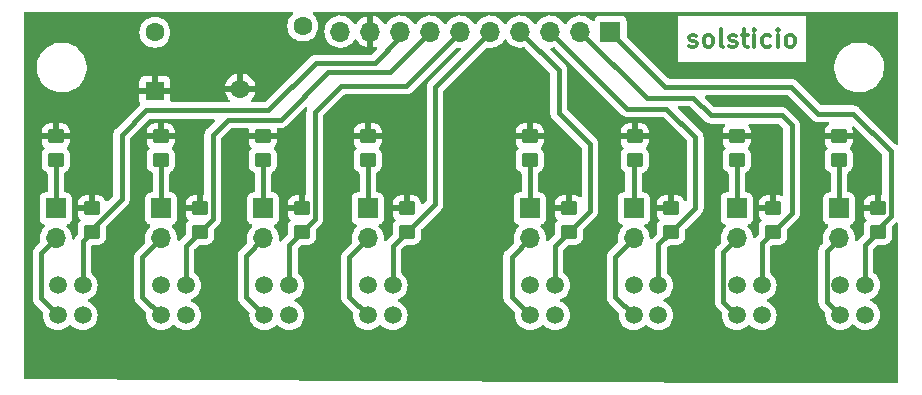
<source format=gbr>
%TF.GenerationSoftware,KiCad,Pcbnew,6.0.7-f9a2dced07~116~ubuntu20.04.1*%
%TF.CreationDate,2022-08-10T10:50:10-04:00*%
%TF.ProjectId,sensor_gnuiiium,73656e73-6f72-45f6-976e-75696969756d,rev?*%
%TF.SameCoordinates,Original*%
%TF.FileFunction,Copper,L1,Top*%
%TF.FilePolarity,Positive*%
%FSLAX46Y46*%
G04 Gerber Fmt 4.6, Leading zero omitted, Abs format (unit mm)*
G04 Created by KiCad (PCBNEW 6.0.7-f9a2dced07~116~ubuntu20.04.1) date 2022-08-10 10:50:10*
%MOMM*%
%LPD*%
G01*
G04 APERTURE LIST*
G04 Aperture macros list*
%AMRoundRect*
0 Rectangle with rounded corners*
0 $1 Rounding radius*
0 $2 $3 $4 $5 $6 $7 $8 $9 X,Y pos of 4 corners*
0 Add a 4 corners polygon primitive as box body*
4,1,4,$2,$3,$4,$5,$6,$7,$8,$9,$2,$3,0*
0 Add four circle primitives for the rounded corners*
1,1,$1+$1,$2,$3*
1,1,$1+$1,$4,$5*
1,1,$1+$1,$6,$7*
1,1,$1+$1,$8,$9*
0 Add four rect primitives between the rounded corners*
20,1,$1+$1,$2,$3,$4,$5,0*
20,1,$1+$1,$4,$5,$6,$7,0*
20,1,$1+$1,$6,$7,$8,$9,0*
20,1,$1+$1,$8,$9,$2,$3,0*%
%AMHorizOval*
0 Thick line with rounded ends*
0 $1 width*
0 $2 $3 position (X,Y) of the first rounded end (center of the circle)*
0 $4 $5 position (X,Y) of the second rounded end (center of the circle)*
0 Add line between two ends*
20,1,$1,$2,$3,$4,$5,0*
0 Add two circle primitives to create the rounded ends*
1,1,$1,$2,$3*
1,1,$1,$4,$5*%
G04 Aperture macros list end*
%ADD10C,0.300000*%
%TA.AperFunction,NonConductor*%
%ADD11C,0.300000*%
%TD*%
%TA.AperFunction,SMDPad,CuDef*%
%ADD12RoundRect,0.250000X0.450000X-0.350000X0.450000X0.350000X-0.450000X0.350000X-0.450000X-0.350000X0*%
%TD*%
%TA.AperFunction,SMDPad,CuDef*%
%ADD13RoundRect,0.250000X-0.450000X0.350000X-0.450000X-0.350000X0.450000X-0.350000X0.450000X0.350000X0*%
%TD*%
%TA.AperFunction,ComponentPad*%
%ADD14C,1.600000*%
%TD*%
%TA.AperFunction,ComponentPad*%
%ADD15HorizOval,1.600000X0.000000X0.000000X0.000000X0.000000X0*%
%TD*%
%TA.AperFunction,ComponentPad*%
%ADD16C,1.500000*%
%TD*%
%TA.AperFunction,ComponentPad*%
%ADD17R,1.700000X1.700000*%
%TD*%
%TA.AperFunction,ComponentPad*%
%ADD18O,1.700000X1.700000*%
%TD*%
%TA.AperFunction,ComponentPad*%
%ADD19R,1.600000X1.600000*%
%TD*%
%TA.AperFunction,Conductor*%
%ADD20C,0.381000*%
%TD*%
G04 APERTURE END LIST*
D10*
D11*
X198680314Y-94713742D02*
X198823171Y-94785171D01*
X199108885Y-94785171D01*
X199251742Y-94713742D01*
X199323171Y-94570885D01*
X199323171Y-94499457D01*
X199251742Y-94356600D01*
X199108885Y-94285171D01*
X198894600Y-94285171D01*
X198751742Y-94213742D01*
X198680314Y-94070885D01*
X198680314Y-93999457D01*
X198751742Y-93856600D01*
X198894600Y-93785171D01*
X199108885Y-93785171D01*
X199251742Y-93856600D01*
X200180314Y-94785171D02*
X200037457Y-94713742D01*
X199966028Y-94642314D01*
X199894600Y-94499457D01*
X199894600Y-94070885D01*
X199966028Y-93928028D01*
X200037457Y-93856600D01*
X200180314Y-93785171D01*
X200394600Y-93785171D01*
X200537457Y-93856600D01*
X200608885Y-93928028D01*
X200680314Y-94070885D01*
X200680314Y-94499457D01*
X200608885Y-94642314D01*
X200537457Y-94713742D01*
X200394600Y-94785171D01*
X200180314Y-94785171D01*
X201537457Y-94785171D02*
X201394600Y-94713742D01*
X201323171Y-94570885D01*
X201323171Y-93285171D01*
X202037457Y-94713742D02*
X202180314Y-94785171D01*
X202466028Y-94785171D01*
X202608885Y-94713742D01*
X202680314Y-94570885D01*
X202680314Y-94499457D01*
X202608885Y-94356600D01*
X202466028Y-94285171D01*
X202251742Y-94285171D01*
X202108885Y-94213742D01*
X202037457Y-94070885D01*
X202037457Y-93999457D01*
X202108885Y-93856600D01*
X202251742Y-93785171D01*
X202466028Y-93785171D01*
X202608885Y-93856600D01*
X203108885Y-93785171D02*
X203680314Y-93785171D01*
X203323171Y-93285171D02*
X203323171Y-94570885D01*
X203394600Y-94713742D01*
X203537457Y-94785171D01*
X203680314Y-94785171D01*
X204180314Y-94785171D02*
X204180314Y-93785171D01*
X204180314Y-93285171D02*
X204108885Y-93356600D01*
X204180314Y-93428028D01*
X204251742Y-93356600D01*
X204180314Y-93285171D01*
X204180314Y-93428028D01*
X205537457Y-94713742D02*
X205394600Y-94785171D01*
X205108885Y-94785171D01*
X204966028Y-94713742D01*
X204894600Y-94642314D01*
X204823171Y-94499457D01*
X204823171Y-94070885D01*
X204894600Y-93928028D01*
X204966028Y-93856600D01*
X205108885Y-93785171D01*
X205394600Y-93785171D01*
X205537457Y-93856600D01*
X206180314Y-94785171D02*
X206180314Y-93785171D01*
X206180314Y-93285171D02*
X206108885Y-93356600D01*
X206180314Y-93428028D01*
X206251742Y-93356600D01*
X206180314Y-93285171D01*
X206180314Y-93428028D01*
X207108885Y-94785171D02*
X206966028Y-94713742D01*
X206894600Y-94642314D01*
X206823171Y-94499457D01*
X206823171Y-94070885D01*
X206894600Y-93928028D01*
X206966028Y-93856600D01*
X207108885Y-93785171D01*
X207323171Y-93785171D01*
X207466028Y-93856600D01*
X207537457Y-93928028D01*
X207608885Y-94070885D01*
X207608885Y-94499457D01*
X207537457Y-94642314D01*
X207466028Y-94713742D01*
X207323171Y-94785171D01*
X207108885Y-94785171D01*
D12*
%TO.P,R16,1*%
%TO.N,s7*%
X214630000Y-110474000D03*
%TO.P,R16,2*%
%TO.N,+3V3*%
X214630000Y-108474000D03*
%TD*%
%TO.P,R15,2*%
%TO.N,+3V3*%
X205740000Y-108474000D03*
%TO.P,R15,1*%
%TO.N,s6*%
X205740000Y-110474000D03*
%TD*%
%TO.P,R14,1*%
%TO.N,s5*%
X197104000Y-110474000D03*
%TO.P,R14,2*%
%TO.N,+3V3*%
X197104000Y-108474000D03*
%TD*%
%TO.P,R13,1*%
%TO.N,s4*%
X188468000Y-110474000D03*
%TO.P,R13,2*%
%TO.N,+3V3*%
X188468000Y-108474000D03*
%TD*%
%TO.P,R12,1*%
%TO.N,s3*%
X174752000Y-110474000D03*
%TO.P,R12,2*%
%TO.N,+3V3*%
X174752000Y-108474000D03*
%TD*%
%TO.P,R11,1*%
%TO.N,s2*%
X165862000Y-110474000D03*
%TO.P,R11,2*%
%TO.N,+3V3*%
X165862000Y-108474000D03*
%TD*%
%TO.P,R10,2*%
%TO.N,+3V3*%
X157226000Y-108474000D03*
%TO.P,R10,1*%
%TO.N,s1*%
X157226000Y-110474000D03*
%TD*%
%TO.P,R9,1*%
%TO.N,s0*%
X148082000Y-110474000D03*
%TO.P,R9,2*%
%TO.N,+3V3*%
X148082000Y-108474000D03*
%TD*%
D13*
%TO.P,R8,2*%
%TO.N,Net-(J8-Pad1)*%
X211328000Y-104378000D03*
%TO.P,R8,1*%
%TO.N,+3V3*%
X211328000Y-102378000D03*
%TD*%
%TO.P,R7,1*%
%TO.N,+3V3*%
X202692000Y-102378000D03*
%TO.P,R7,2*%
%TO.N,Net-(J7-Pad1)*%
X202692000Y-104378000D03*
%TD*%
%TO.P,R6,1*%
%TO.N,+3V3*%
X194056000Y-102378000D03*
%TO.P,R6,2*%
%TO.N,Net-(J6-Pad1)*%
X194056000Y-104378000D03*
%TD*%
%TO.P,R5,1*%
%TO.N,+3V3*%
X185166000Y-102378000D03*
%TO.P,R5,2*%
%TO.N,Net-(J5-Pad1)*%
X185166000Y-104378000D03*
%TD*%
%TO.P,R4,1*%
%TO.N,+3V3*%
X171450000Y-102378000D03*
%TO.P,R4,2*%
%TO.N,Net-(J4-Pad1)*%
X171450000Y-104378000D03*
%TD*%
%TO.P,R3,1*%
%TO.N,+3V3*%
X162560000Y-102378000D03*
%TO.P,R3,2*%
%TO.N,Net-(J3-Pad1)*%
X162560000Y-104378000D03*
%TD*%
%TO.P,R2,1*%
%TO.N,+3V3*%
X153924000Y-102378000D03*
%TO.P,R2,2*%
%TO.N,Net-(J2-Pad1)*%
X153924000Y-104378000D03*
%TD*%
%TO.P,R1,1*%
%TO.N,+3V3*%
X145034000Y-102378000D03*
%TO.P,R1,2*%
%TO.N,Net-(J1-Pad1)*%
X145034000Y-104378000D03*
%TD*%
D14*
%TO.P,C1,1*%
%TO.N,+3V3*%
X160650000Y-98325000D03*
D15*
%TO.P,C1,2*%
%TO.N,GND*%
X165953301Y-93021699D03*
%TD*%
D16*
%TO.P,U8,1*%
%TO.N,s7*%
X213555000Y-114960000D03*
%TO.P,U8,2*%
%TO.N,GND*%
X213555000Y-117500000D03*
%TO.P,U8,3*%
%TO.N,Net-(J8-Pad2)*%
X211445000Y-117500000D03*
%TO.P,U8,4*%
%TO.N,GND*%
X211445000Y-114960000D03*
%TD*%
%TO.P,U6,1*%
%TO.N,s5*%
X196055000Y-114980000D03*
%TO.P,U6,2*%
%TO.N,GND*%
X196055000Y-117520000D03*
%TO.P,U6,3*%
%TO.N,Net-(J6-Pad2)*%
X193945000Y-117520000D03*
%TO.P,U6,4*%
%TO.N,GND*%
X193945000Y-114980000D03*
%TD*%
D17*
%TO.P,J5,1,Pin_1*%
%TO.N,Net-(J5-Pad1)*%
X185166000Y-108478000D03*
D18*
%TO.P,J5,2,Pin_2*%
%TO.N,Net-(J5-Pad2)*%
X185166000Y-111018000D03*
%TD*%
D16*
%TO.P,U7,4*%
%TO.N,GND*%
X202695000Y-114980000D03*
%TO.P,U7,3*%
%TO.N,Net-(J7-Pad2)*%
X202695000Y-117520000D03*
%TO.P,U7,2*%
%TO.N,GND*%
X204805000Y-117520000D03*
%TO.P,U7,1*%
%TO.N,s6*%
X204805000Y-114980000D03*
%TD*%
%TO.P,U2,1*%
%TO.N,s1*%
X156055000Y-114980000D03*
%TO.P,U2,2*%
%TO.N,GND*%
X156055000Y-117520000D03*
%TO.P,U2,3*%
%TO.N,Net-(J2-Pad2)*%
X153945000Y-117520000D03*
%TO.P,U2,4*%
%TO.N,GND*%
X153945000Y-114980000D03*
%TD*%
D17*
%TO.P,J4,1,Pin_1*%
%TO.N,Net-(J4-Pad1)*%
X171450000Y-108478000D03*
D18*
%TO.P,J4,2,Pin_2*%
%TO.N,Net-(J4-Pad2)*%
X171450000Y-111018000D03*
%TD*%
D17*
%TO.P,J1,1,Pin_1*%
%TO.N,Net-(J1-Pad1)*%
X145034000Y-108478000D03*
D18*
%TO.P,J1,2,Pin_2*%
%TO.N,Net-(J1-Pad2)*%
X145034000Y-111018000D03*
%TD*%
D17*
%TO.P,J10,1,Pin_1*%
%TO.N,s7*%
X191994000Y-93497000D03*
D18*
%TO.P,J10,2,Pin_2*%
%TO.N,s6*%
X189454000Y-93497000D03*
%TO.P,J10,3,Pin_3*%
%TO.N,s5*%
X186914000Y-93497000D03*
%TO.P,J10,4,Pin_4*%
%TO.N,s4*%
X184374000Y-93497000D03*
%TO.P,J10,5,Pin_5*%
%TO.N,s3*%
X181834000Y-93497000D03*
%TO.P,J10,6,Pin_6*%
%TO.N,s2*%
X179294000Y-93497000D03*
%TO.P,J10,7,Pin_7*%
%TO.N,s1*%
X176754000Y-93497000D03*
%TO.P,J10,8,Pin_8*%
%TO.N,s0*%
X174214000Y-93497000D03*
%TO.P,J10,9,Pin_9*%
%TO.N,+3V3*%
X171674000Y-93497000D03*
%TO.P,J10,10,Pin_10*%
%TO.N,GND*%
X169134000Y-93497000D03*
%TD*%
D19*
%TO.P,C2,1*%
%TO.N,+3V3*%
X153425000Y-98552651D03*
D14*
%TO.P,C2,2*%
%TO.N,GND*%
X153425000Y-93552651D03*
%TD*%
D17*
%TO.P,J7,1,Pin_1*%
%TO.N,Net-(J7-Pad1)*%
X202692000Y-108478000D03*
D18*
%TO.P,J7,2,Pin_2*%
%TO.N,Net-(J7-Pad2)*%
X202692000Y-111018000D03*
%TD*%
D16*
%TO.P,U1,4*%
%TO.N,GND*%
X145195000Y-114980000D03*
%TO.P,U1,3*%
%TO.N,Net-(J1-Pad2)*%
X145195000Y-117520000D03*
%TO.P,U1,2*%
%TO.N,GND*%
X147305000Y-117520000D03*
%TO.P,U1,1*%
%TO.N,s0*%
X147305000Y-114980000D03*
%TD*%
%TO.P,U5,1*%
%TO.N,s4*%
X187305000Y-114980000D03*
%TO.P,U5,2*%
%TO.N,GND*%
X187305000Y-117520000D03*
%TO.P,U5,3*%
%TO.N,Net-(J5-Pad2)*%
X185195000Y-117520000D03*
%TO.P,U5,4*%
%TO.N,GND*%
X185195000Y-114980000D03*
%TD*%
%TO.P,U3,1*%
%TO.N,s2*%
X164805000Y-114980000D03*
%TO.P,U3,2*%
%TO.N,GND*%
X164805000Y-117520000D03*
%TO.P,U3,3*%
%TO.N,Net-(J3-Pad2)*%
X162695000Y-117520000D03*
%TO.P,U3,4*%
%TO.N,GND*%
X162695000Y-114980000D03*
%TD*%
D17*
%TO.P,J8,1,Pin_1*%
%TO.N,Net-(J8-Pad1)*%
X211353000Y-108478000D03*
D18*
%TO.P,J8,2,Pin_2*%
%TO.N,Net-(J8-Pad2)*%
X211353000Y-111018000D03*
%TD*%
D16*
%TO.P,U4,1*%
%TO.N,s3*%
X173555000Y-114980000D03*
%TO.P,U4,2*%
%TO.N,GND*%
X173555000Y-117520000D03*
%TO.P,U4,3*%
%TO.N,Net-(J4-Pad2)*%
X171445000Y-117520000D03*
%TO.P,U4,4*%
%TO.N,GND*%
X171445000Y-114980000D03*
%TD*%
D17*
%TO.P,J6,1,Pin_1*%
%TO.N,Net-(J6-Pad1)*%
X193954000Y-108478000D03*
D18*
%TO.P,J6,2,Pin_2*%
%TO.N,Net-(J6-Pad2)*%
X193954000Y-111018000D03*
%TD*%
D17*
%TO.P,J2,1,Pin_1*%
%TO.N,Net-(J2-Pad1)*%
X153949000Y-108478000D03*
D18*
%TO.P,J2,2,Pin_2*%
%TO.N,Net-(J2-Pad2)*%
X153949000Y-111018000D03*
%TD*%
D17*
%TO.P,J3,1,Pin_1*%
%TO.N,Net-(J3-Pad1)*%
X162585000Y-108478000D03*
D18*
%TO.P,J3,2,Pin_2*%
%TO.N,Net-(J3-Pad2)*%
X162585000Y-111018000D03*
%TD*%
D20*
%TO.N,s7*%
X191994000Y-93497000D02*
X191994000Y-93544000D01*
X214630000Y-110179804D02*
X214630000Y-110474000D01*
X191994000Y-93544000D02*
X196637500Y-98187500D01*
X196637500Y-98187500D02*
X207287500Y-98187500D01*
X215720500Y-103620500D02*
X215720500Y-109089304D01*
X207287500Y-98187500D02*
X209550000Y-100450000D01*
X209550000Y-100450000D02*
X212550000Y-100450000D01*
X212550000Y-100450000D02*
X215720500Y-103620500D01*
X215720500Y-109089304D02*
X214630000Y-110179804D01*
%TO.N,s6*%
X199012500Y-99112500D02*
X200487500Y-100587500D01*
X189454000Y-93497000D02*
X195069500Y-99112500D01*
X195069500Y-99112500D02*
X199012500Y-99112500D01*
%TO.N,s5*%
X197104000Y-110474000D02*
X199175000Y-108403000D01*
X196737500Y-100012500D02*
X193429500Y-100012500D01*
X199175000Y-108403000D02*
X199175000Y-102450000D01*
X199175000Y-102450000D02*
X196737500Y-100012500D01*
X193429500Y-100012500D02*
X186914000Y-93497000D01*
%TO.N,s4*%
X184374000Y-93497000D02*
X187600000Y-96723000D01*
X187600000Y-96723000D02*
X187600000Y-100375000D01*
X187600000Y-100375000D02*
X190250000Y-103025000D01*
X190250000Y-103025000D02*
X190250000Y-108692000D01*
X190250000Y-108692000D02*
X188468000Y-110474000D01*
%TO.N,s6*%
X206487500Y-100587500D02*
X207325000Y-101425000D01*
X200487500Y-100587500D02*
X206487500Y-100587500D01*
X207325000Y-101425000D02*
X207325000Y-108889000D01*
X207325000Y-108889000D02*
X205740000Y-110474000D01*
%TO.N,s3*%
X181834000Y-93497000D02*
X177150000Y-98181000D01*
X177150000Y-98181000D02*
X177150000Y-108076000D01*
X177150000Y-108076000D02*
X174752000Y-110474000D01*
%TO.N,s2*%
X165862000Y-110474000D02*
X166952500Y-109383500D01*
X166952500Y-109383500D02*
X166952500Y-100347500D01*
X166952500Y-100347500D02*
X169200000Y-98100000D01*
X169200000Y-98100000D02*
X174691000Y-98100000D01*
X174691000Y-98100000D02*
X179294000Y-93497000D01*
%TO.N,s1*%
X157226000Y-110474000D02*
X158316500Y-109383500D01*
X158316500Y-109383500D02*
X158316500Y-102233500D01*
X158316500Y-102233500D02*
X159587000Y-100963000D01*
X164062000Y-100963000D02*
X168075000Y-96950000D01*
X173301000Y-96950000D02*
X176754000Y-93497000D01*
X159587000Y-100963000D02*
X164062000Y-100963000D01*
X168075000Y-96950000D02*
X173301000Y-96950000D01*
%TO.N,s0*%
X148082000Y-110474000D02*
X148082000Y-110179804D01*
X148082000Y-110179804D02*
X150600000Y-107661804D01*
X150600000Y-107661804D02*
X150600000Y-102225000D01*
X150600000Y-102225000D02*
X152650000Y-100175000D01*
X174214000Y-93986000D02*
X174214000Y-93497000D01*
X152650000Y-100175000D02*
X163025000Y-100175000D01*
X167037500Y-96162500D02*
X172037500Y-96162500D01*
X163025000Y-100175000D02*
X167037500Y-96162500D01*
X172037500Y-96162500D02*
X174214000Y-93986000D01*
%TO.N,Net-(J8-Pad1)*%
X211328000Y-104378000D02*
X211353000Y-104403000D01*
X211353000Y-104403000D02*
X211353000Y-108478000D01*
%TO.N,Net-(J7-Pad1)*%
X202692000Y-104378000D02*
X202692000Y-108478000D01*
%TO.N,Net-(J6-Pad1)*%
X194056000Y-104378000D02*
X193954000Y-104480000D01*
X193954000Y-104480000D02*
X193954000Y-108478000D01*
%TO.N,Net-(J5-Pad1)*%
X185166000Y-104378000D02*
X185166000Y-108478000D01*
%TO.N,Net-(J4-Pad1)*%
X171450000Y-104378000D02*
X171450000Y-108478000D01*
%TO.N,Net-(J3-Pad1)*%
X162560000Y-104378000D02*
X162585000Y-104403000D01*
X162585000Y-104403000D02*
X162585000Y-108478000D01*
%TO.N,Net-(J2-Pad1)*%
X153924000Y-104378000D02*
X153949000Y-104403000D01*
X153949000Y-104403000D02*
X153949000Y-108478000D01*
%TO.N,Net-(J1-Pad1)*%
X145034000Y-108478000D02*
X145034000Y-104378000D01*
%TO.N,s1*%
X156055000Y-114980000D02*
X156055000Y-111645000D01*
X156055000Y-111645000D02*
X157226000Y-110474000D01*
%TO.N,s2*%
X164805000Y-114980000D02*
X164805000Y-111531000D01*
X164805000Y-111531000D02*
X165862000Y-110474000D01*
%TO.N,s3*%
X173555000Y-114980000D02*
X173555000Y-111671000D01*
X173555000Y-111671000D02*
X174752000Y-110474000D01*
%TO.N,s4*%
X187305000Y-114980000D02*
X187305000Y-111637000D01*
X187305000Y-111637000D02*
X188468000Y-110474000D01*
%TO.N,s5*%
X196055000Y-114980000D02*
X196055000Y-111523000D01*
X196055000Y-111523000D02*
X197104000Y-110474000D01*
%TO.N,s6*%
X204805000Y-114980000D02*
X204805000Y-111409000D01*
X204805000Y-111409000D02*
X205740000Y-110474000D01*
%TO.N,s7*%
X213555000Y-114960000D02*
X213555000Y-111549000D01*
X213555000Y-111549000D02*
X214630000Y-110474000D01*
%TO.N,Net-(J8-Pad2)*%
X211445000Y-117500000D02*
X210304500Y-116359500D01*
X210304500Y-112066500D02*
X211353000Y-111018000D01*
X210304500Y-116359500D02*
X210304500Y-112066500D01*
%TO.N,Net-(J7-Pad2)*%
X202692000Y-111018000D02*
X201554500Y-112155500D01*
X201554500Y-112155500D02*
X201554500Y-116379500D01*
X201554500Y-116379500D02*
X202695000Y-117520000D01*
%TO.N,Net-(J6-Pad2)*%
X193954000Y-111018000D02*
X192371637Y-112600363D01*
X192371637Y-115946637D02*
X193945000Y-117520000D01*
X192371637Y-112600363D02*
X192371637Y-115946637D01*
%TO.N,Net-(J5-Pad2)*%
X185166000Y-111018000D02*
X183621637Y-112562363D01*
X183621637Y-112562363D02*
X183621637Y-115946637D01*
X183621637Y-115946637D02*
X185195000Y-117520000D01*
%TO.N,Net-(J4-Pad2)*%
X171450000Y-111018000D02*
X169871637Y-112596363D01*
X169871637Y-112596363D02*
X169871637Y-115946637D01*
X169871637Y-115946637D02*
X171445000Y-117520000D01*
%TO.N,Net-(J3-Pad2)*%
X162585000Y-111018000D02*
X161121637Y-112481363D01*
X161121637Y-112481363D02*
X161121637Y-115946637D01*
X161121637Y-115946637D02*
X162695000Y-117520000D01*
%TO.N,Net-(J2-Pad2)*%
X153949000Y-111018000D02*
X152371637Y-112595363D01*
X152371637Y-112595363D02*
X152371637Y-115946637D01*
X152371637Y-115946637D02*
X153945000Y-117520000D01*
%TO.N,Net-(J1-Pad2)*%
X145195000Y-117520000D02*
X143764000Y-116089000D01*
X143764000Y-116089000D02*
X143764000Y-112288000D01*
X143764000Y-112288000D02*
X145034000Y-111018000D01*
%TO.N,s0*%
X147305000Y-114980000D02*
X147305000Y-111251000D01*
X147305000Y-111251000D02*
X148082000Y-110474000D01*
%TD*%
%TA.AperFunction,Conductor*%
%TO.N,+3V3*%
G36*
X165079933Y-91828502D02*
G01*
X165126426Y-91882158D01*
X165136530Y-91952432D01*
X165107036Y-92017012D01*
X165100907Y-92023595D01*
X164947103Y-92177399D01*
X164815778Y-92364950D01*
X164813455Y-92369932D01*
X164813452Y-92369937D01*
X164721340Y-92567474D01*
X164719017Y-92572456D01*
X164717595Y-92577764D01*
X164717594Y-92577766D01*
X164692900Y-92669926D01*
X164659758Y-92793612D01*
X164639803Y-93021699D01*
X164659758Y-93249786D01*
X164719017Y-93470942D01*
X164721340Y-93475923D01*
X164721340Y-93475924D01*
X164813452Y-93673461D01*
X164813455Y-93673466D01*
X164815778Y-93678448D01*
X164947103Y-93865999D01*
X165109001Y-94027897D01*
X165113509Y-94031054D01*
X165113512Y-94031056D01*
X165191690Y-94085797D01*
X165296552Y-94159222D01*
X165301534Y-94161545D01*
X165301539Y-94161548D01*
X165413827Y-94213908D01*
X165504058Y-94255983D01*
X165509366Y-94257405D01*
X165509368Y-94257406D01*
X165719899Y-94313818D01*
X165719901Y-94313818D01*
X165725214Y-94315242D01*
X165953301Y-94335197D01*
X166181388Y-94315242D01*
X166186701Y-94313818D01*
X166186703Y-94313818D01*
X166397234Y-94257406D01*
X166397236Y-94257405D01*
X166402544Y-94255983D01*
X166492775Y-94213908D01*
X166605063Y-94161548D01*
X166605068Y-94161545D01*
X166610050Y-94159222D01*
X166714912Y-94085797D01*
X166793090Y-94031056D01*
X166793093Y-94031054D01*
X166797601Y-94027897D01*
X166959499Y-93865999D01*
X167090824Y-93678448D01*
X167093147Y-93673466D01*
X167093150Y-93673461D01*
X167185262Y-93475924D01*
X167185262Y-93475923D01*
X167187585Y-93470942D01*
X167189527Y-93463695D01*
X167771251Y-93463695D01*
X167784110Y-93686715D01*
X167785247Y-93691761D01*
X167785248Y-93691767D01*
X167804064Y-93775258D01*
X167833222Y-93904639D01*
X167917266Y-94111616D01*
X167956244Y-94175222D01*
X168031291Y-94297688D01*
X168033987Y-94302088D01*
X168180250Y-94470938D01*
X168289945Y-94562008D01*
X168345221Y-94607899D01*
X168352126Y-94613632D01*
X168545000Y-94726338D01*
X168549825Y-94728180D01*
X168549826Y-94728181D01*
X168581861Y-94740414D01*
X168753692Y-94806030D01*
X168758760Y-94807061D01*
X168758763Y-94807062D01*
X168803649Y-94816194D01*
X168972597Y-94850567D01*
X168977772Y-94850757D01*
X168977774Y-94850757D01*
X169190673Y-94858564D01*
X169190677Y-94858564D01*
X169195837Y-94858753D01*
X169200957Y-94858097D01*
X169200959Y-94858097D01*
X169412288Y-94831025D01*
X169412289Y-94831025D01*
X169417416Y-94830368D01*
X169422366Y-94828883D01*
X169626429Y-94767661D01*
X169626434Y-94767659D01*
X169631384Y-94766174D01*
X169831994Y-94667896D01*
X170013860Y-94538173D01*
X170172096Y-94380489D01*
X170204642Y-94335197D01*
X170302453Y-94199077D01*
X170303640Y-94199930D01*
X170350960Y-94156362D01*
X170420897Y-94144145D01*
X170486338Y-94171678D01*
X170514166Y-94203511D01*
X170571694Y-94297388D01*
X170577777Y-94305699D01*
X170717213Y-94466667D01*
X170724580Y-94473883D01*
X170888434Y-94609916D01*
X170896881Y-94615831D01*
X171080756Y-94723279D01*
X171090042Y-94727729D01*
X171289001Y-94803703D01*
X171298899Y-94806579D01*
X171402250Y-94827606D01*
X171416299Y-94826410D01*
X171420000Y-94816065D01*
X171420000Y-92180102D01*
X171416082Y-92166758D01*
X171401806Y-92164771D01*
X171363324Y-92170660D01*
X171353288Y-92173051D01*
X171150868Y-92239212D01*
X171141359Y-92243209D01*
X170952463Y-92341542D01*
X170943738Y-92347036D01*
X170773433Y-92474905D01*
X170765726Y-92481748D01*
X170618590Y-92635717D01*
X170612109Y-92643722D01*
X170507498Y-92797074D01*
X170452587Y-92842076D01*
X170382062Y-92850247D01*
X170318315Y-92818993D01*
X170297618Y-92794509D01*
X170216822Y-92669617D01*
X170216820Y-92669614D01*
X170214014Y-92665277D01*
X170063670Y-92500051D01*
X170059619Y-92496852D01*
X170059615Y-92496848D01*
X169892414Y-92364800D01*
X169892410Y-92364798D01*
X169888359Y-92361598D01*
X169852028Y-92341542D01*
X169807468Y-92316944D01*
X169692789Y-92253638D01*
X169687920Y-92251914D01*
X169687916Y-92251912D01*
X169487087Y-92180795D01*
X169487083Y-92180794D01*
X169482212Y-92179069D01*
X169477119Y-92178162D01*
X169477116Y-92178161D01*
X169267373Y-92140800D01*
X169267367Y-92140799D01*
X169262284Y-92139894D01*
X169188452Y-92138992D01*
X169044081Y-92137228D01*
X169044079Y-92137228D01*
X169038911Y-92137165D01*
X168818091Y-92170955D01*
X168605756Y-92240357D01*
X168407607Y-92343507D01*
X168403474Y-92346610D01*
X168403471Y-92346612D01*
X168233100Y-92474530D01*
X168228965Y-92477635D01*
X168203541Y-92504240D01*
X168133278Y-92577766D01*
X168074629Y-92639138D01*
X167948743Y-92823680D01*
X167854688Y-93026305D01*
X167794989Y-93241570D01*
X167771251Y-93463695D01*
X167189527Y-93463695D01*
X167246844Y-93249786D01*
X167266799Y-93021699D01*
X167246844Y-92793612D01*
X167213702Y-92669926D01*
X167189008Y-92577766D01*
X167189007Y-92577764D01*
X167187585Y-92572456D01*
X167185262Y-92567474D01*
X167093150Y-92369937D01*
X167093147Y-92369932D01*
X167090824Y-92364950D01*
X166959499Y-92177399D01*
X166805695Y-92023595D01*
X166771669Y-91961283D01*
X166776734Y-91890468D01*
X166819281Y-91833632D01*
X166885801Y-91808821D01*
X166894790Y-91808500D01*
X216214900Y-91808500D01*
X216283021Y-91828502D01*
X216329514Y-91882158D01*
X216340900Y-91934500D01*
X216340900Y-102948175D01*
X216320898Y-103016296D01*
X216267242Y-103062789D01*
X216196968Y-103072893D01*
X216132388Y-103043399D01*
X216125805Y-103037270D01*
X213064497Y-99975962D01*
X213058643Y-99969696D01*
X213036285Y-99944067D01*
X213021158Y-99926726D01*
X212969622Y-99890506D01*
X212964326Y-99886573D01*
X212920737Y-99852394D01*
X212920734Y-99852392D01*
X212914760Y-99847708D01*
X212907836Y-99844582D01*
X212904801Y-99842744D01*
X212892102Y-99835500D01*
X212888954Y-99833812D01*
X212882739Y-99829444D01*
X212824050Y-99806562D01*
X212818005Y-99804022D01*
X212760565Y-99778087D01*
X212753092Y-99776702D01*
X212749674Y-99775631D01*
X212735685Y-99771646D01*
X212732193Y-99770749D01*
X212725111Y-99767988D01*
X212717578Y-99766996D01*
X212717577Y-99766996D01*
X212662670Y-99759767D01*
X212656157Y-99758735D01*
X212601682Y-99748639D01*
X212601680Y-99748639D01*
X212594213Y-99747255D01*
X212586633Y-99747692D01*
X212586632Y-99747692D01*
X212532888Y-99750791D01*
X212525635Y-99751000D01*
X209891726Y-99751000D01*
X209823605Y-99730998D01*
X209802631Y-99714095D01*
X207801996Y-97713461D01*
X207796142Y-97707195D01*
X207790878Y-97701161D01*
X207758658Y-97664226D01*
X207707122Y-97628006D01*
X207701826Y-97624073D01*
X207658237Y-97589894D01*
X207658234Y-97589892D01*
X207652260Y-97585208D01*
X207645336Y-97582082D01*
X207642301Y-97580244D01*
X207629602Y-97573000D01*
X207626454Y-97571312D01*
X207620239Y-97566944D01*
X207561550Y-97544062D01*
X207555505Y-97541522D01*
X207498065Y-97515587D01*
X207490592Y-97514202D01*
X207487174Y-97513131D01*
X207473185Y-97509146D01*
X207469693Y-97508249D01*
X207462611Y-97505488D01*
X207455078Y-97504496D01*
X207455077Y-97504496D01*
X207400170Y-97497267D01*
X207393657Y-97496235D01*
X207339182Y-97486139D01*
X207339180Y-97486139D01*
X207331713Y-97484755D01*
X207324133Y-97485192D01*
X207324132Y-97485192D01*
X207270388Y-97488291D01*
X207263135Y-97488500D01*
X196979225Y-97488500D01*
X196911104Y-97468498D01*
X196890130Y-97451595D01*
X196107838Y-96669303D01*
X210934743Y-96669303D01*
X210935302Y-96673547D01*
X210935302Y-96673551D01*
X210937084Y-96687088D01*
X210972268Y-96954334D01*
X211048129Y-97231636D01*
X211049813Y-97235584D01*
X211157692Y-97488500D01*
X211160923Y-97496076D01*
X211217072Y-97589894D01*
X211285871Y-97704848D01*
X211308561Y-97742761D01*
X211488313Y-97967128D01*
X211696851Y-98165023D01*
X211930317Y-98332786D01*
X211934112Y-98334795D01*
X211934113Y-98334796D01*
X211955869Y-98346315D01*
X212184392Y-98467312D01*
X212454373Y-98566111D01*
X212735264Y-98627355D01*
X212763841Y-98629604D01*
X212958282Y-98644907D01*
X212958291Y-98644907D01*
X212960739Y-98645100D01*
X213116271Y-98645100D01*
X213118407Y-98644954D01*
X213118418Y-98644954D01*
X213326548Y-98630765D01*
X213326554Y-98630764D01*
X213330825Y-98630473D01*
X213335020Y-98629604D01*
X213335022Y-98629604D01*
X213563387Y-98582312D01*
X213612342Y-98572174D01*
X213883343Y-98476207D01*
X214043589Y-98393498D01*
X214135005Y-98346315D01*
X214135006Y-98346315D01*
X214138812Y-98344350D01*
X214142313Y-98341889D01*
X214142317Y-98341887D01*
X214257810Y-98260717D01*
X214374023Y-98179041D01*
X214494564Y-98067027D01*
X214581479Y-97986261D01*
X214581481Y-97986258D01*
X214584622Y-97983340D01*
X214766713Y-97760868D01*
X214916927Y-97515742D01*
X214919823Y-97509146D01*
X215030757Y-97256430D01*
X215032483Y-97252498D01*
X215111244Y-96976006D01*
X215151751Y-96691384D01*
X215151779Y-96686148D01*
X215153235Y-96408183D01*
X215153235Y-96408176D01*
X215153257Y-96403897D01*
X215147286Y-96358538D01*
X215128266Y-96214071D01*
X215115732Y-96118866D01*
X215039871Y-95841564D01*
X214935458Y-95596773D01*
X214928763Y-95581076D01*
X214928761Y-95581072D01*
X214927077Y-95577124D01*
X214779439Y-95330439D01*
X214599687Y-95106072D01*
X214449977Y-94964003D01*
X214394258Y-94911127D01*
X214394255Y-94911125D01*
X214391149Y-94908177D01*
X214157683Y-94740414D01*
X214135843Y-94728850D01*
X214062796Y-94690174D01*
X213903608Y-94605888D01*
X213764419Y-94554952D01*
X213637658Y-94508564D01*
X213637656Y-94508563D01*
X213633627Y-94507089D01*
X213352736Y-94445845D01*
X213321685Y-94443401D01*
X213129718Y-94428293D01*
X213129709Y-94428293D01*
X213127261Y-94428100D01*
X212971729Y-94428100D01*
X212969593Y-94428246D01*
X212969582Y-94428246D01*
X212761452Y-94442435D01*
X212761446Y-94442436D01*
X212757175Y-94442727D01*
X212752980Y-94443596D01*
X212752978Y-94443596D01*
X212641572Y-94466667D01*
X212475658Y-94501026D01*
X212204657Y-94596993D01*
X211949188Y-94728850D01*
X211945687Y-94731311D01*
X211945683Y-94731313D01*
X211869847Y-94784612D01*
X211713977Y-94894159D01*
X211698892Y-94908177D01*
X211524110Y-95070595D01*
X211503378Y-95089860D01*
X211321287Y-95312332D01*
X211171073Y-95557458D01*
X211169347Y-95561391D01*
X211169346Y-95561392D01*
X211134843Y-95639992D01*
X211055517Y-95820702D01*
X210976756Y-96097194D01*
X210973672Y-96118866D01*
X210937279Y-96374582D01*
X210936249Y-96381816D01*
X210936227Y-96386105D01*
X210936226Y-96386112D01*
X210934765Y-96665017D01*
X210934743Y-96669303D01*
X196107838Y-96669303D01*
X195486135Y-96047600D01*
X197736100Y-96047600D01*
X208553100Y-96047600D01*
X208553100Y-92165600D01*
X197736100Y-92165600D01*
X197736100Y-96047600D01*
X195486135Y-96047600D01*
X193389405Y-93950870D01*
X193355379Y-93888558D01*
X193352500Y-93861775D01*
X193352500Y-92598866D01*
X193345745Y-92536684D01*
X193294615Y-92400295D01*
X193207261Y-92283739D01*
X193090705Y-92196385D01*
X192954316Y-92145255D01*
X192892134Y-92138500D01*
X191095866Y-92138500D01*
X191033684Y-92145255D01*
X190897295Y-92196385D01*
X190780739Y-92283739D01*
X190693385Y-92400295D01*
X190690233Y-92408703D01*
X190648919Y-92518907D01*
X190606277Y-92575671D01*
X190539716Y-92600371D01*
X190470367Y-92585163D01*
X190437743Y-92559476D01*
X190387151Y-92503875D01*
X190387142Y-92503866D01*
X190383670Y-92500051D01*
X190379619Y-92496852D01*
X190379615Y-92496848D01*
X190212414Y-92364800D01*
X190212410Y-92364798D01*
X190208359Y-92361598D01*
X190172028Y-92341542D01*
X190127468Y-92316944D01*
X190012789Y-92253638D01*
X190007920Y-92251914D01*
X190007916Y-92251912D01*
X189807087Y-92180795D01*
X189807083Y-92180794D01*
X189802212Y-92179069D01*
X189797119Y-92178162D01*
X189797116Y-92178161D01*
X189587373Y-92140800D01*
X189587367Y-92140799D01*
X189582284Y-92139894D01*
X189508452Y-92138992D01*
X189364081Y-92137228D01*
X189364079Y-92137228D01*
X189358911Y-92137165D01*
X189138091Y-92170955D01*
X188925756Y-92240357D01*
X188727607Y-92343507D01*
X188723474Y-92346610D01*
X188723471Y-92346612D01*
X188553100Y-92474530D01*
X188548965Y-92477635D01*
X188523541Y-92504240D01*
X188453278Y-92577766D01*
X188394629Y-92639138D01*
X188287201Y-92796621D01*
X188232293Y-92841621D01*
X188161768Y-92849792D01*
X188098021Y-92818538D01*
X188077324Y-92794054D01*
X187996822Y-92669617D01*
X187996820Y-92669614D01*
X187994014Y-92665277D01*
X187843670Y-92500051D01*
X187839619Y-92496852D01*
X187839615Y-92496848D01*
X187672414Y-92364800D01*
X187672410Y-92364798D01*
X187668359Y-92361598D01*
X187632028Y-92341542D01*
X187587468Y-92316944D01*
X187472789Y-92253638D01*
X187467920Y-92251914D01*
X187467916Y-92251912D01*
X187267087Y-92180795D01*
X187267083Y-92180794D01*
X187262212Y-92179069D01*
X187257119Y-92178162D01*
X187257116Y-92178161D01*
X187047373Y-92140800D01*
X187047367Y-92140799D01*
X187042284Y-92139894D01*
X186968452Y-92138992D01*
X186824081Y-92137228D01*
X186824079Y-92137228D01*
X186818911Y-92137165D01*
X186598091Y-92170955D01*
X186385756Y-92240357D01*
X186187607Y-92343507D01*
X186183474Y-92346610D01*
X186183471Y-92346612D01*
X186013100Y-92474530D01*
X186008965Y-92477635D01*
X185983541Y-92504240D01*
X185913278Y-92577766D01*
X185854629Y-92639138D01*
X185747201Y-92796621D01*
X185692293Y-92841621D01*
X185621768Y-92849792D01*
X185558021Y-92818538D01*
X185537324Y-92794054D01*
X185456822Y-92669617D01*
X185456820Y-92669614D01*
X185454014Y-92665277D01*
X185303670Y-92500051D01*
X185299619Y-92496852D01*
X185299615Y-92496848D01*
X185132414Y-92364800D01*
X185132410Y-92364798D01*
X185128359Y-92361598D01*
X185092028Y-92341542D01*
X185047468Y-92316944D01*
X184932789Y-92253638D01*
X184927920Y-92251914D01*
X184927916Y-92251912D01*
X184727087Y-92180795D01*
X184727083Y-92180794D01*
X184722212Y-92179069D01*
X184717119Y-92178162D01*
X184717116Y-92178161D01*
X184507373Y-92140800D01*
X184507367Y-92140799D01*
X184502284Y-92139894D01*
X184428452Y-92138992D01*
X184284081Y-92137228D01*
X184284079Y-92137228D01*
X184278911Y-92137165D01*
X184058091Y-92170955D01*
X183845756Y-92240357D01*
X183647607Y-92343507D01*
X183643474Y-92346610D01*
X183643471Y-92346612D01*
X183473100Y-92474530D01*
X183468965Y-92477635D01*
X183443541Y-92504240D01*
X183373278Y-92577766D01*
X183314629Y-92639138D01*
X183207201Y-92796621D01*
X183152293Y-92841621D01*
X183081768Y-92849792D01*
X183018021Y-92818538D01*
X182997324Y-92794054D01*
X182916822Y-92669617D01*
X182916820Y-92669614D01*
X182914014Y-92665277D01*
X182763670Y-92500051D01*
X182759619Y-92496852D01*
X182759615Y-92496848D01*
X182592414Y-92364800D01*
X182592410Y-92364798D01*
X182588359Y-92361598D01*
X182552028Y-92341542D01*
X182507468Y-92316944D01*
X182392789Y-92253638D01*
X182387920Y-92251914D01*
X182387916Y-92251912D01*
X182187087Y-92180795D01*
X182187083Y-92180794D01*
X182182212Y-92179069D01*
X182177119Y-92178162D01*
X182177116Y-92178161D01*
X181967373Y-92140800D01*
X181967367Y-92140799D01*
X181962284Y-92139894D01*
X181888452Y-92138992D01*
X181744081Y-92137228D01*
X181744079Y-92137228D01*
X181738911Y-92137165D01*
X181518091Y-92170955D01*
X181305756Y-92240357D01*
X181107607Y-92343507D01*
X181103474Y-92346610D01*
X181103471Y-92346612D01*
X180933100Y-92474530D01*
X180928965Y-92477635D01*
X180903541Y-92504240D01*
X180833278Y-92577766D01*
X180774629Y-92639138D01*
X180667201Y-92796621D01*
X180612293Y-92841621D01*
X180541768Y-92849792D01*
X180478021Y-92818538D01*
X180457324Y-92794054D01*
X180376822Y-92669617D01*
X180376820Y-92669614D01*
X180374014Y-92665277D01*
X180223670Y-92500051D01*
X180219619Y-92496852D01*
X180219615Y-92496848D01*
X180052414Y-92364800D01*
X180052410Y-92364798D01*
X180048359Y-92361598D01*
X180012028Y-92341542D01*
X179967468Y-92316944D01*
X179852789Y-92253638D01*
X179847920Y-92251914D01*
X179847916Y-92251912D01*
X179647087Y-92180795D01*
X179647083Y-92180794D01*
X179642212Y-92179069D01*
X179637119Y-92178162D01*
X179637116Y-92178161D01*
X179427373Y-92140800D01*
X179427367Y-92140799D01*
X179422284Y-92139894D01*
X179348452Y-92138992D01*
X179204081Y-92137228D01*
X179204079Y-92137228D01*
X179198911Y-92137165D01*
X178978091Y-92170955D01*
X178765756Y-92240357D01*
X178567607Y-92343507D01*
X178563474Y-92346610D01*
X178563471Y-92346612D01*
X178393100Y-92474530D01*
X178388965Y-92477635D01*
X178363541Y-92504240D01*
X178293278Y-92577766D01*
X178234629Y-92639138D01*
X178127201Y-92796621D01*
X178072293Y-92841621D01*
X178001768Y-92849792D01*
X177938021Y-92818538D01*
X177917324Y-92794054D01*
X177836822Y-92669617D01*
X177836820Y-92669614D01*
X177834014Y-92665277D01*
X177683670Y-92500051D01*
X177679619Y-92496852D01*
X177679615Y-92496848D01*
X177512414Y-92364800D01*
X177512410Y-92364798D01*
X177508359Y-92361598D01*
X177472028Y-92341542D01*
X177427468Y-92316944D01*
X177312789Y-92253638D01*
X177307920Y-92251914D01*
X177307916Y-92251912D01*
X177107087Y-92180795D01*
X177107083Y-92180794D01*
X177102212Y-92179069D01*
X177097119Y-92178162D01*
X177097116Y-92178161D01*
X176887373Y-92140800D01*
X176887367Y-92140799D01*
X176882284Y-92139894D01*
X176808452Y-92138992D01*
X176664081Y-92137228D01*
X176664079Y-92137228D01*
X176658911Y-92137165D01*
X176438091Y-92170955D01*
X176225756Y-92240357D01*
X176027607Y-92343507D01*
X176023474Y-92346610D01*
X176023471Y-92346612D01*
X175853100Y-92474530D01*
X175848965Y-92477635D01*
X175823541Y-92504240D01*
X175753278Y-92577766D01*
X175694629Y-92639138D01*
X175587201Y-92796621D01*
X175532293Y-92841621D01*
X175461768Y-92849792D01*
X175398021Y-92818538D01*
X175377324Y-92794054D01*
X175296822Y-92669617D01*
X175296820Y-92669614D01*
X175294014Y-92665277D01*
X175143670Y-92500051D01*
X175139619Y-92496852D01*
X175139615Y-92496848D01*
X174972414Y-92364800D01*
X174972410Y-92364798D01*
X174968359Y-92361598D01*
X174932028Y-92341542D01*
X174887468Y-92316944D01*
X174772789Y-92253638D01*
X174767920Y-92251914D01*
X174767916Y-92251912D01*
X174567087Y-92180795D01*
X174567083Y-92180794D01*
X174562212Y-92179069D01*
X174557119Y-92178162D01*
X174557116Y-92178161D01*
X174347373Y-92140800D01*
X174347367Y-92140799D01*
X174342284Y-92139894D01*
X174268452Y-92138992D01*
X174124081Y-92137228D01*
X174124079Y-92137228D01*
X174118911Y-92137165D01*
X173898091Y-92170955D01*
X173685756Y-92240357D01*
X173487607Y-92343507D01*
X173483474Y-92346610D01*
X173483471Y-92346612D01*
X173313100Y-92474530D01*
X173308965Y-92477635D01*
X173283541Y-92504240D01*
X173213278Y-92577766D01*
X173154629Y-92639138D01*
X173047204Y-92796618D01*
X173046898Y-92797066D01*
X172991987Y-92842069D01*
X172921462Y-92850240D01*
X172857715Y-92818986D01*
X172837018Y-92794502D01*
X172756426Y-92669926D01*
X172750136Y-92661757D01*
X172606806Y-92504240D01*
X172599273Y-92497215D01*
X172432139Y-92365222D01*
X172423552Y-92359517D01*
X172237117Y-92256599D01*
X172227705Y-92252369D01*
X172026959Y-92181280D01*
X172016988Y-92178646D01*
X171945837Y-92165972D01*
X171932540Y-92167432D01*
X171928000Y-92181989D01*
X171928000Y-94815517D01*
X171932064Y-94829359D01*
X171945478Y-94831393D01*
X171952184Y-94830534D01*
X171962262Y-94828392D01*
X172084732Y-94791649D01*
X172155728Y-94791233D01*
X172215678Y-94829265D01*
X172245550Y-94893671D01*
X172235859Y-94964003D01*
X172210035Y-95001430D01*
X171784870Y-95426595D01*
X171722558Y-95460621D01*
X171695775Y-95463500D01*
X167066099Y-95463500D01*
X167057529Y-95463208D01*
X167008223Y-95459846D01*
X167008219Y-95459846D01*
X167000648Y-95459330D01*
X166993172Y-95460635D01*
X166993168Y-95460635D01*
X166938576Y-95470163D01*
X166932051Y-95471126D01*
X166877082Y-95477778D01*
X166877080Y-95477779D01*
X166869540Y-95478691D01*
X166862438Y-95481375D01*
X166859000Y-95482219D01*
X166844877Y-95486083D01*
X166841465Y-95487113D01*
X166833983Y-95488419D01*
X166827030Y-95491471D01*
X166827024Y-95491473D01*
X166776306Y-95513737D01*
X166770210Y-95516225D01*
X166746776Y-95525080D01*
X166718385Y-95535808D01*
X166718382Y-95535810D01*
X166711278Y-95538494D01*
X166705014Y-95542799D01*
X166701847Y-95544455D01*
X166689082Y-95551560D01*
X166686025Y-95553368D01*
X166679067Y-95556422D01*
X166673039Y-95561047D01*
X166673038Y-95561048D01*
X166629104Y-95594760D01*
X166623767Y-95598638D01*
X166571848Y-95634321D01*
X166566796Y-95639991D01*
X166566795Y-95639992D01*
X166530982Y-95680188D01*
X166526001Y-95685464D01*
X162772370Y-99439095D01*
X162710058Y-99473121D01*
X162683275Y-99476000D01*
X161652981Y-99476000D01*
X161584860Y-99455998D01*
X161538367Y-99402342D01*
X161528263Y-99332068D01*
X161557757Y-99267488D01*
X161563886Y-99260905D01*
X161651916Y-99172875D01*
X161658972Y-99164467D01*
X161783931Y-98986007D01*
X161789414Y-98976511D01*
X161881490Y-98779053D01*
X161885236Y-98768761D01*
X161931394Y-98596497D01*
X161931058Y-98582401D01*
X161923116Y-98579000D01*
X159382033Y-98579000D01*
X159368502Y-98582973D01*
X159367273Y-98591522D01*
X159414764Y-98768761D01*
X159418510Y-98779053D01*
X159510586Y-98976511D01*
X159516069Y-98986007D01*
X159641028Y-99164467D01*
X159648084Y-99172875D01*
X159736114Y-99260905D01*
X159770140Y-99323217D01*
X159765075Y-99394032D01*
X159722528Y-99450868D01*
X159656008Y-99475679D01*
X159647019Y-99476000D01*
X154859000Y-99476000D01*
X154790879Y-99455998D01*
X154744386Y-99402342D01*
X154733000Y-99350000D01*
X154733000Y-98824766D01*
X154728525Y-98809527D01*
X154727135Y-98808322D01*
X154719452Y-98806651D01*
X152135116Y-98806651D01*
X152119877Y-98811126D01*
X152118672Y-98812516D01*
X152117001Y-98820199D01*
X152117001Y-99397320D01*
X152117371Y-99404141D01*
X152122895Y-99455003D01*
X152126522Y-99470258D01*
X152163399Y-99568629D01*
X152168582Y-99639436D01*
X152134512Y-99701953D01*
X150125962Y-101710503D01*
X150119697Y-101716356D01*
X150076726Y-101753842D01*
X150072359Y-101760056D01*
X150040506Y-101805378D01*
X150036573Y-101810674D01*
X150002394Y-101854263D01*
X150002392Y-101854266D01*
X149997708Y-101860240D01*
X149994582Y-101867164D01*
X149992744Y-101870199D01*
X149985500Y-101882898D01*
X149983812Y-101886046D01*
X149979444Y-101892261D01*
X149976684Y-101899340D01*
X149956567Y-101950939D01*
X149954022Y-101956995D01*
X149928087Y-102014435D01*
X149926702Y-102021908D01*
X149925631Y-102025326D01*
X149921646Y-102039315D01*
X149920749Y-102042807D01*
X149917988Y-102049889D01*
X149916996Y-102057422D01*
X149916996Y-102057423D01*
X149909767Y-102112330D01*
X149908735Y-102118843D01*
X149898639Y-102173318D01*
X149897255Y-102180787D01*
X149897692Y-102188367D01*
X149897692Y-102188368D01*
X149900791Y-102242112D01*
X149901000Y-102249365D01*
X149901000Y-107320079D01*
X149880998Y-107388200D01*
X149864095Y-107409174D01*
X149429183Y-107844086D01*
X149366871Y-107878112D01*
X149296056Y-107873047D01*
X149239220Y-107830500D01*
X149225988Y-107808443D01*
X149219243Y-107794045D01*
X149133937Y-107656193D01*
X149124901Y-107644792D01*
X149010171Y-107530261D01*
X148998760Y-107521249D01*
X148860757Y-107436184D01*
X148847576Y-107430037D01*
X148693290Y-107378862D01*
X148679914Y-107375995D01*
X148585562Y-107366328D01*
X148579145Y-107366000D01*
X148354115Y-107366000D01*
X148338876Y-107370475D01*
X148337671Y-107371865D01*
X148336000Y-107379548D01*
X148336000Y-108602000D01*
X148315998Y-108670121D01*
X148262342Y-108716614D01*
X148210000Y-108728000D01*
X146892116Y-108728000D01*
X146876877Y-108732475D01*
X146875672Y-108733865D01*
X146874001Y-108741548D01*
X146874001Y-108871095D01*
X146874338Y-108877614D01*
X146884257Y-108973206D01*
X146887149Y-108986600D01*
X146938588Y-109140784D01*
X146944761Y-109153962D01*
X147030063Y-109291807D01*
X147039099Y-109303208D01*
X147120462Y-109384430D01*
X147154541Y-109446713D01*
X147149538Y-109517533D01*
X147120617Y-109562620D01*
X147037870Y-109645512D01*
X147037866Y-109645517D01*
X147032695Y-109650697D01*
X146939885Y-109801262D01*
X146884203Y-109969139D01*
X146873500Y-110073600D01*
X146873500Y-110641775D01*
X146853498Y-110709896D01*
X146836595Y-110730870D01*
X146830962Y-110736503D01*
X146824697Y-110742356D01*
X146781726Y-110779842D01*
X146770819Y-110795361D01*
X146745506Y-110831378D01*
X146741573Y-110836674D01*
X146707394Y-110880263D01*
X146707392Y-110880266D01*
X146702708Y-110886240D01*
X146699582Y-110893164D01*
X146697744Y-110896199D01*
X146690500Y-110908898D01*
X146688812Y-110912046D01*
X146684444Y-110918261D01*
X146681684Y-110925340D01*
X146661567Y-110976939D01*
X146659022Y-110982995D01*
X146635550Y-111034980D01*
X146589288Y-111088833D01*
X146521254Y-111109127D01*
X146453048Y-111089417D01*
X146406326Y-111035961D01*
X146395138Y-110993452D01*
X146386464Y-110887950D01*
X146378852Y-110795361D01*
X146324431Y-110578702D01*
X146235354Y-110373840D01*
X146157849Y-110254035D01*
X146116822Y-110190617D01*
X146116820Y-110190614D01*
X146114014Y-110186277D01*
X146110532Y-110182450D01*
X145966798Y-110024488D01*
X145935746Y-109960642D01*
X145944141Y-109890143D01*
X145989317Y-109835375D01*
X146015761Y-109821706D01*
X146122297Y-109781767D01*
X146130705Y-109778615D01*
X146247261Y-109691261D01*
X146334615Y-109574705D01*
X146385745Y-109438316D01*
X146392500Y-109376134D01*
X146392500Y-108201885D01*
X146874000Y-108201885D01*
X146878475Y-108217124D01*
X146879865Y-108218329D01*
X146887548Y-108220000D01*
X147809885Y-108220000D01*
X147825124Y-108215525D01*
X147826329Y-108214135D01*
X147828000Y-108206452D01*
X147828000Y-107384116D01*
X147823525Y-107368877D01*
X147822135Y-107367672D01*
X147814452Y-107366001D01*
X147584905Y-107366001D01*
X147578386Y-107366338D01*
X147482794Y-107376257D01*
X147469400Y-107379149D01*
X147315216Y-107430588D01*
X147302038Y-107436761D01*
X147164193Y-107522063D01*
X147152792Y-107531099D01*
X147038261Y-107645829D01*
X147029249Y-107657240D01*
X146944184Y-107795243D01*
X146938037Y-107808424D01*
X146886862Y-107962710D01*
X146883995Y-107976086D01*
X146874328Y-108070438D01*
X146874000Y-108076855D01*
X146874000Y-108201885D01*
X146392500Y-108201885D01*
X146392500Y-107579866D01*
X146385745Y-107517684D01*
X146334615Y-107381295D01*
X146247261Y-107264739D01*
X146130705Y-107177385D01*
X145994316Y-107126255D01*
X145932134Y-107119500D01*
X145859000Y-107119500D01*
X145790879Y-107099498D01*
X145744386Y-107045842D01*
X145733000Y-106993500D01*
X145733000Y-105533838D01*
X145753002Y-105465717D01*
X145804416Y-105420728D01*
X145807946Y-105419550D01*
X145814178Y-105415694D01*
X145952120Y-105330332D01*
X145958348Y-105326478D01*
X146083305Y-105201303D01*
X146176115Y-105050738D01*
X146231797Y-104882861D01*
X146242500Y-104778400D01*
X146242500Y-103977600D01*
X146231526Y-103871834D01*
X146175550Y-103704054D01*
X146082478Y-103553652D01*
X145995537Y-103466862D01*
X145961458Y-103404579D01*
X145966461Y-103333759D01*
X145995382Y-103288671D01*
X146077739Y-103206171D01*
X146086751Y-103194760D01*
X146171816Y-103056757D01*
X146177963Y-103043576D01*
X146229138Y-102889290D01*
X146232005Y-102875914D01*
X146241672Y-102781562D01*
X146242000Y-102775146D01*
X146242000Y-102650115D01*
X146237525Y-102634876D01*
X146236135Y-102633671D01*
X146228452Y-102632000D01*
X143844116Y-102632000D01*
X143828877Y-102636475D01*
X143827672Y-102637865D01*
X143826001Y-102645548D01*
X143826001Y-102775095D01*
X143826338Y-102781614D01*
X143836257Y-102877206D01*
X143839149Y-102890600D01*
X143890588Y-103044784D01*
X143896761Y-103057962D01*
X143982063Y-103195807D01*
X143991099Y-103207208D01*
X144072462Y-103288430D01*
X144106541Y-103350713D01*
X144101538Y-103421533D01*
X144072617Y-103466620D01*
X143989870Y-103549512D01*
X143989866Y-103549517D01*
X143984695Y-103554697D01*
X143891885Y-103705262D01*
X143836203Y-103873139D01*
X143825500Y-103977600D01*
X143825500Y-104778400D01*
X143836474Y-104884166D01*
X143892450Y-105051946D01*
X143985522Y-105202348D01*
X144110697Y-105327305D01*
X144116927Y-105331145D01*
X144116928Y-105331146D01*
X144255035Y-105416277D01*
X144255038Y-105416278D01*
X144261262Y-105420115D01*
X144263710Y-105420927D01*
X144315534Y-105466556D01*
X144335000Y-105533835D01*
X144335000Y-106993500D01*
X144314998Y-107061621D01*
X144261342Y-107108114D01*
X144209000Y-107119500D01*
X144135866Y-107119500D01*
X144073684Y-107126255D01*
X143937295Y-107177385D01*
X143820739Y-107264739D01*
X143733385Y-107381295D01*
X143682255Y-107517684D01*
X143675500Y-107579866D01*
X143675500Y-109376134D01*
X143682255Y-109438316D01*
X143733385Y-109574705D01*
X143820739Y-109691261D01*
X143937295Y-109778615D01*
X143945704Y-109781767D01*
X143945705Y-109781768D01*
X144054451Y-109822535D01*
X144111216Y-109865176D01*
X144135916Y-109931738D01*
X144120709Y-110001087D01*
X144101316Y-110027568D01*
X143974629Y-110160138D01*
X143848743Y-110344680D01*
X143754688Y-110547305D01*
X143694989Y-110762570D01*
X143671251Y-110984695D01*
X143671548Y-110989848D01*
X143671548Y-110989851D01*
X143679996Y-111136357D01*
X143684110Y-111207715D01*
X143700417Y-111280073D01*
X143695881Y-111350923D01*
X143666596Y-111396868D01*
X143289955Y-111773510D01*
X143283688Y-111779364D01*
X143240726Y-111816842D01*
X143236359Y-111823056D01*
X143204506Y-111868378D01*
X143200573Y-111873674D01*
X143166394Y-111917263D01*
X143166392Y-111917266D01*
X143161708Y-111923240D01*
X143158582Y-111930164D01*
X143156744Y-111933199D01*
X143149500Y-111945898D01*
X143147812Y-111949046D01*
X143143444Y-111955261D01*
X143122023Y-112010205D01*
X143120567Y-112013939D01*
X143118022Y-112019995D01*
X143092087Y-112077435D01*
X143090703Y-112084905D01*
X143089631Y-112088325D01*
X143085646Y-112102315D01*
X143084749Y-112105807D01*
X143081988Y-112112889D01*
X143080996Y-112120422D01*
X143080996Y-112120423D01*
X143073767Y-112175330D01*
X143072735Y-112181843D01*
X143066687Y-112214478D01*
X143061255Y-112243787D01*
X143061692Y-112251367D01*
X143061692Y-112251368D01*
X143064791Y-112305112D01*
X143065000Y-112312365D01*
X143065000Y-116060401D01*
X143064708Y-116068971D01*
X143062112Y-116107055D01*
X143060830Y-116125852D01*
X143062135Y-116133328D01*
X143062135Y-116133332D01*
X143071663Y-116187924D01*
X143072626Y-116194449D01*
X143078539Y-116243307D01*
X143080191Y-116256960D01*
X143082875Y-116264062D01*
X143083719Y-116267500D01*
X143087583Y-116281623D01*
X143088613Y-116285034D01*
X143089919Y-116292517D01*
X143092972Y-116299472D01*
X143115239Y-116350198D01*
X143117730Y-116356304D01*
X143139994Y-116415222D01*
X143144293Y-116421477D01*
X143145935Y-116424618D01*
X143153033Y-116437372D01*
X143154870Y-116440478D01*
X143157923Y-116447433D01*
X143162548Y-116453460D01*
X143162550Y-116453464D01*
X143196265Y-116497402D01*
X143200129Y-116502720D01*
X143235821Y-116554652D01*
X143281707Y-116595535D01*
X143286963Y-116600498D01*
X143912251Y-117225786D01*
X143946277Y-117288098D01*
X143948677Y-117325862D01*
X143931693Y-117520000D01*
X143950885Y-117739371D01*
X144007880Y-117952076D01*
X144010205Y-117957061D01*
X144098618Y-118146666D01*
X144098621Y-118146671D01*
X144100944Y-118151653D01*
X144104100Y-118156160D01*
X144104101Y-118156162D01*
X144215976Y-118315935D01*
X144227251Y-118332038D01*
X144382962Y-118487749D01*
X144563346Y-118614056D01*
X144762924Y-118707120D01*
X144975629Y-118764115D01*
X145195000Y-118783307D01*
X145414371Y-118764115D01*
X145627076Y-118707120D01*
X145826654Y-118614056D01*
X146007038Y-118487749D01*
X146160905Y-118333882D01*
X146223217Y-118299856D01*
X146294032Y-118304921D01*
X146339095Y-118333882D01*
X146492962Y-118487749D01*
X146673346Y-118614056D01*
X146872924Y-118707120D01*
X147085629Y-118764115D01*
X147305000Y-118783307D01*
X147524371Y-118764115D01*
X147737076Y-118707120D01*
X147936654Y-118614056D01*
X148117038Y-118487749D01*
X148272749Y-118332038D01*
X148284025Y-118315935D01*
X148395899Y-118156162D01*
X148395900Y-118156160D01*
X148399056Y-118151653D01*
X148401379Y-118146671D01*
X148401382Y-118146666D01*
X148489795Y-117957061D01*
X148492120Y-117952076D01*
X148549115Y-117739371D01*
X148568307Y-117520000D01*
X148549115Y-117300629D01*
X148492120Y-117087924D01*
X148448585Y-116994562D01*
X148401382Y-116893334D01*
X148401379Y-116893329D01*
X148399056Y-116888347D01*
X148368811Y-116845152D01*
X148275908Y-116712473D01*
X148275906Y-116712470D01*
X148272749Y-116707962D01*
X148117038Y-116552251D01*
X148111532Y-116548395D01*
X148011603Y-116478424D01*
X147936654Y-116425944D01*
X147931672Y-116423621D01*
X147931667Y-116423618D01*
X147804232Y-116364195D01*
X147750947Y-116317278D01*
X147731486Y-116249001D01*
X147752028Y-116181041D01*
X147804232Y-116135805D01*
X147931667Y-116076382D01*
X147931672Y-116076379D01*
X147936654Y-116074056D01*
X148065996Y-115983489D01*
X148112527Y-115950908D01*
X148112529Y-115950906D01*
X148117038Y-115947749D01*
X148272749Y-115792038D01*
X148284025Y-115775935D01*
X148395899Y-115616162D01*
X148395900Y-115616160D01*
X148399056Y-115611653D01*
X148401379Y-115606671D01*
X148401382Y-115606666D01*
X148489795Y-115417061D01*
X148492120Y-115412076D01*
X148549115Y-115199371D01*
X148568307Y-114980000D01*
X148549115Y-114760629D01*
X148492120Y-114547924D01*
X148448585Y-114454562D01*
X148401382Y-114353334D01*
X148401379Y-114353329D01*
X148399056Y-114348347D01*
X148281279Y-114180144D01*
X148275908Y-114172473D01*
X148275906Y-114172470D01*
X148272749Y-114167962D01*
X148117038Y-114012251D01*
X148088476Y-113992251D01*
X148057729Y-113970722D01*
X148013401Y-113915264D01*
X148004000Y-113867509D01*
X148004000Y-111708500D01*
X148024002Y-111640379D01*
X148077658Y-111593886D01*
X148130000Y-111582500D01*
X148582400Y-111582500D01*
X148585646Y-111582163D01*
X148585650Y-111582163D01*
X148681308Y-111572238D01*
X148681312Y-111572237D01*
X148688166Y-111571526D01*
X148694702Y-111569345D01*
X148694704Y-111569345D01*
X148848998Y-111517868D01*
X148855946Y-111515550D01*
X149006348Y-111422478D01*
X149131305Y-111297303D01*
X149152044Y-111263659D01*
X149220275Y-111152968D01*
X149220276Y-111152966D01*
X149224115Y-111146738D01*
X149261184Y-111034979D01*
X149277632Y-110985389D01*
X149277632Y-110985387D01*
X149279797Y-110978861D01*
X149280772Y-110969352D01*
X149288440Y-110894503D01*
X149290500Y-110874400D01*
X149290500Y-110073600D01*
X149285998Y-110030207D01*
X149298863Y-109960386D01*
X149322230Y-109928109D01*
X150186229Y-109064111D01*
X151074046Y-108176294D01*
X151080312Y-108170440D01*
X151117547Y-108137958D01*
X151123274Y-108132962D01*
X151159498Y-108081421D01*
X151163423Y-108076136D01*
X151197607Y-108032539D01*
X151202292Y-108026564D01*
X151205416Y-108019646D01*
X151207245Y-108016625D01*
X151214500Y-108003906D01*
X151216188Y-108000758D01*
X151220556Y-107994543D01*
X151243438Y-107935854D01*
X151245978Y-107929809D01*
X151271913Y-107872369D01*
X151273298Y-107864896D01*
X151274369Y-107861478D01*
X151278354Y-107847489D01*
X151279251Y-107843997D01*
X151282012Y-107836915D01*
X151287313Y-107796651D01*
X151290233Y-107774474D01*
X151291265Y-107767961D01*
X151301361Y-107713486D01*
X151301361Y-107713484D01*
X151302745Y-107706017D01*
X151299209Y-107644691D01*
X151299000Y-107637439D01*
X151299000Y-102566725D01*
X151319002Y-102498604D01*
X151335905Y-102477630D01*
X151707650Y-102105885D01*
X152716000Y-102105885D01*
X152720475Y-102121124D01*
X152721865Y-102122329D01*
X152729548Y-102124000D01*
X153651885Y-102124000D01*
X153667124Y-102119525D01*
X153668329Y-102118135D01*
X153670000Y-102110452D01*
X153670000Y-102105885D01*
X154178000Y-102105885D01*
X154182475Y-102121124D01*
X154183865Y-102122329D01*
X154191548Y-102124000D01*
X155113884Y-102124000D01*
X155129123Y-102119525D01*
X155130328Y-102118135D01*
X155131999Y-102110452D01*
X155131999Y-101980905D01*
X155131662Y-101974386D01*
X155121743Y-101878794D01*
X155118851Y-101865400D01*
X155067412Y-101711216D01*
X155061239Y-101698038D01*
X154975937Y-101560193D01*
X154966901Y-101548792D01*
X154852171Y-101434261D01*
X154840760Y-101425249D01*
X154702757Y-101340184D01*
X154689576Y-101334037D01*
X154535290Y-101282862D01*
X154521914Y-101279995D01*
X154427562Y-101270328D01*
X154421145Y-101270000D01*
X154196115Y-101270000D01*
X154180876Y-101274475D01*
X154179671Y-101275865D01*
X154178000Y-101283548D01*
X154178000Y-102105885D01*
X153670000Y-102105885D01*
X153670000Y-101288116D01*
X153665525Y-101272877D01*
X153664135Y-101271672D01*
X153656452Y-101270001D01*
X153426905Y-101270001D01*
X153420386Y-101270338D01*
X153324794Y-101280257D01*
X153311400Y-101283149D01*
X153157216Y-101334588D01*
X153144038Y-101340761D01*
X153006193Y-101426063D01*
X152994792Y-101435099D01*
X152880261Y-101549829D01*
X152871249Y-101561240D01*
X152786184Y-101699243D01*
X152780037Y-101712424D01*
X152728862Y-101866710D01*
X152725995Y-101880086D01*
X152716328Y-101974438D01*
X152716000Y-101980855D01*
X152716000Y-102105885D01*
X151707650Y-102105885D01*
X152902630Y-100910905D01*
X152964942Y-100876879D01*
X152991725Y-100874000D01*
X158383273Y-100874000D01*
X158451394Y-100894002D01*
X158497887Y-100947658D01*
X158507991Y-101017932D01*
X158478497Y-101082512D01*
X158472369Y-101089095D01*
X157842455Y-101719010D01*
X157836188Y-101724864D01*
X157793226Y-101762342D01*
X157788859Y-101768556D01*
X157757006Y-101813878D01*
X157753073Y-101819174D01*
X157718894Y-101862763D01*
X157718892Y-101862766D01*
X157714208Y-101868740D01*
X157711082Y-101875664D01*
X157709244Y-101878699D01*
X157702000Y-101891398D01*
X157700312Y-101894546D01*
X157695944Y-101900761D01*
X157674010Y-101957021D01*
X157673067Y-101959439D01*
X157670522Y-101965495D01*
X157644587Y-102022935D01*
X157643202Y-102030408D01*
X157642131Y-102033826D01*
X157638146Y-102047815D01*
X157637249Y-102051307D01*
X157634488Y-102058389D01*
X157633496Y-102065922D01*
X157633496Y-102065923D01*
X157626267Y-102120830D01*
X157625235Y-102127343D01*
X157615330Y-102180787D01*
X157613755Y-102189287D01*
X157614192Y-102196867D01*
X157614192Y-102196868D01*
X157617291Y-102250612D01*
X157617500Y-102257865D01*
X157617500Y-107240000D01*
X157597498Y-107308121D01*
X157543842Y-107354614D01*
X157515466Y-107360787D01*
X157515498Y-107360896D01*
X157482876Y-107370475D01*
X157481671Y-107371865D01*
X157480000Y-107379548D01*
X157480000Y-108602000D01*
X157459998Y-108670121D01*
X157406342Y-108716614D01*
X157354000Y-108728000D01*
X156036116Y-108728000D01*
X156020877Y-108732475D01*
X156019672Y-108733865D01*
X156018001Y-108741548D01*
X156018001Y-108871095D01*
X156018338Y-108877614D01*
X156028257Y-108973206D01*
X156031149Y-108986600D01*
X156082588Y-109140784D01*
X156088761Y-109153962D01*
X156174063Y-109291807D01*
X156183099Y-109303208D01*
X156264462Y-109384430D01*
X156298541Y-109446713D01*
X156293538Y-109517533D01*
X156264617Y-109562620D01*
X156181870Y-109645512D01*
X156181866Y-109645517D01*
X156176695Y-109650697D01*
X156083885Y-109801262D01*
X156028203Y-109969139D01*
X156017500Y-110073600D01*
X156017500Y-110641775D01*
X155997498Y-110709896D01*
X155980595Y-110730870D01*
X155580962Y-111130503D01*
X155574696Y-111136357D01*
X155537451Y-111168847D01*
X155537448Y-111168851D01*
X155531726Y-111173842D01*
X155528794Y-111178014D01*
X155469254Y-111214694D01*
X155398270Y-111213342D01*
X155339286Y-111173827D01*
X155311029Y-111108696D01*
X155310481Y-111084951D01*
X155310529Y-111084590D01*
X155312156Y-111018000D01*
X155293852Y-110795361D01*
X155239431Y-110578702D01*
X155150354Y-110373840D01*
X155072849Y-110254035D01*
X155031822Y-110190617D01*
X155031820Y-110190614D01*
X155029014Y-110186277D01*
X155025532Y-110182450D01*
X154881798Y-110024488D01*
X154850746Y-109960642D01*
X154859141Y-109890143D01*
X154904317Y-109835375D01*
X154930761Y-109821706D01*
X155037297Y-109781767D01*
X155045705Y-109778615D01*
X155162261Y-109691261D01*
X155249615Y-109574705D01*
X155300745Y-109438316D01*
X155307500Y-109376134D01*
X155307500Y-108201885D01*
X156018000Y-108201885D01*
X156022475Y-108217124D01*
X156023865Y-108218329D01*
X156031548Y-108220000D01*
X156953885Y-108220000D01*
X156969124Y-108215525D01*
X156970329Y-108214135D01*
X156972000Y-108206452D01*
X156972000Y-107384116D01*
X156967525Y-107368877D01*
X156966135Y-107367672D01*
X156958452Y-107366001D01*
X156728905Y-107366001D01*
X156722386Y-107366338D01*
X156626794Y-107376257D01*
X156613400Y-107379149D01*
X156459216Y-107430588D01*
X156446038Y-107436761D01*
X156308193Y-107522063D01*
X156296792Y-107531099D01*
X156182261Y-107645829D01*
X156173249Y-107657240D01*
X156088184Y-107795243D01*
X156082037Y-107808424D01*
X156030862Y-107962710D01*
X156027995Y-107976086D01*
X156018328Y-108070438D01*
X156018000Y-108076855D01*
X156018000Y-108201885D01*
X155307500Y-108201885D01*
X155307500Y-107579866D01*
X155300745Y-107517684D01*
X155249615Y-107381295D01*
X155162261Y-107264739D01*
X155045705Y-107177385D01*
X154909316Y-107126255D01*
X154847134Y-107119500D01*
X154774000Y-107119500D01*
X154705879Y-107099498D01*
X154659386Y-107045842D01*
X154648000Y-106993500D01*
X154648000Y-105520660D01*
X154668002Y-105452539D01*
X154707697Y-105413516D01*
X154842120Y-105330332D01*
X154848348Y-105326478D01*
X154973305Y-105201303D01*
X155066115Y-105050738D01*
X155121797Y-104882861D01*
X155132500Y-104778400D01*
X155132500Y-103977600D01*
X155121526Y-103871834D01*
X155065550Y-103704054D01*
X154972478Y-103553652D01*
X154885537Y-103466862D01*
X154851458Y-103404579D01*
X154856461Y-103333759D01*
X154885382Y-103288671D01*
X154967739Y-103206171D01*
X154976751Y-103194760D01*
X155061816Y-103056757D01*
X155067963Y-103043576D01*
X155119138Y-102889290D01*
X155122005Y-102875914D01*
X155131672Y-102781562D01*
X155132000Y-102775146D01*
X155132000Y-102650115D01*
X155127525Y-102634876D01*
X155126135Y-102633671D01*
X155118452Y-102632000D01*
X152734116Y-102632000D01*
X152718877Y-102636475D01*
X152717672Y-102637865D01*
X152716001Y-102645548D01*
X152716001Y-102775095D01*
X152716338Y-102781614D01*
X152726257Y-102877206D01*
X152729149Y-102890600D01*
X152780588Y-103044784D01*
X152786761Y-103057962D01*
X152872063Y-103195807D01*
X152881099Y-103207208D01*
X152962462Y-103288430D01*
X152996541Y-103350713D01*
X152991538Y-103421533D01*
X152962617Y-103466620D01*
X152879870Y-103549512D01*
X152879866Y-103549517D01*
X152874695Y-103554697D01*
X152781885Y-103705262D01*
X152726203Y-103873139D01*
X152715500Y-103977600D01*
X152715500Y-104778400D01*
X152726474Y-104884166D01*
X152782450Y-105051946D01*
X152875522Y-105202348D01*
X153000697Y-105327305D01*
X153006927Y-105331145D01*
X153006928Y-105331146D01*
X153144100Y-105415700D01*
X153151262Y-105420115D01*
X153161860Y-105423630D01*
X153163671Y-105424231D01*
X153222030Y-105464664D01*
X153249265Y-105530229D01*
X153250000Y-105543823D01*
X153250000Y-106993500D01*
X153229998Y-107061621D01*
X153176342Y-107108114D01*
X153124000Y-107119500D01*
X153050866Y-107119500D01*
X152988684Y-107126255D01*
X152852295Y-107177385D01*
X152735739Y-107264739D01*
X152648385Y-107381295D01*
X152597255Y-107517684D01*
X152590500Y-107579866D01*
X152590500Y-109376134D01*
X152597255Y-109438316D01*
X152648385Y-109574705D01*
X152735739Y-109691261D01*
X152852295Y-109778615D01*
X152860704Y-109781767D01*
X152860705Y-109781768D01*
X152969451Y-109822535D01*
X153026216Y-109865176D01*
X153050916Y-109931738D01*
X153035709Y-110001087D01*
X153016316Y-110027568D01*
X152889629Y-110160138D01*
X152763743Y-110344680D01*
X152669688Y-110547305D01*
X152609989Y-110762570D01*
X152586251Y-110984695D01*
X152586548Y-110989848D01*
X152586548Y-110989851D01*
X152594996Y-111136357D01*
X152599110Y-111207715D01*
X152615417Y-111280073D01*
X152610881Y-111350923D01*
X152581596Y-111396868D01*
X151897592Y-112080873D01*
X151891325Y-112086727D01*
X151848363Y-112124205D01*
X151835336Y-112142741D01*
X151812143Y-112175741D01*
X151808210Y-112181037D01*
X151774031Y-112224626D01*
X151774029Y-112224629D01*
X151769345Y-112230603D01*
X151766219Y-112237527D01*
X151764381Y-112240562D01*
X151757137Y-112253261D01*
X151755449Y-112256409D01*
X151751081Y-112262624D01*
X151733103Y-112308737D01*
X151728204Y-112321302D01*
X151725659Y-112327358D01*
X151699724Y-112384798D01*
X151698339Y-112392271D01*
X151697268Y-112395689D01*
X151693283Y-112409678D01*
X151692386Y-112413170D01*
X151689625Y-112420252D01*
X151688633Y-112427785D01*
X151688633Y-112427786D01*
X151681404Y-112482693D01*
X151680372Y-112489206D01*
X151670276Y-112543681D01*
X151668892Y-112551150D01*
X151669329Y-112558730D01*
X151669329Y-112558731D01*
X151672428Y-112612475D01*
X151672637Y-112619728D01*
X151672637Y-115918038D01*
X151672345Y-115926608D01*
X151670904Y-115947749D01*
X151668467Y-115983489D01*
X151669772Y-115990965D01*
X151669772Y-115990969D01*
X151679300Y-116045561D01*
X151680263Y-116052086D01*
X151682307Y-116068971D01*
X151687828Y-116114597D01*
X151690512Y-116121699D01*
X151691356Y-116125137D01*
X151695220Y-116139260D01*
X151696250Y-116142671D01*
X151697556Y-116150154D01*
X151700609Y-116157109D01*
X151722876Y-116207835D01*
X151725367Y-116213941D01*
X151739371Y-116250999D01*
X151747631Y-116272859D01*
X151751930Y-116279114D01*
X151753572Y-116282255D01*
X151760670Y-116295009D01*
X151762507Y-116298115D01*
X151765560Y-116305070D01*
X151770185Y-116311097D01*
X151770187Y-116311101D01*
X151803902Y-116355039D01*
X151807766Y-116360357D01*
X151843458Y-116412289D01*
X151849128Y-116417341D01*
X151849129Y-116417342D01*
X151889325Y-116453155D01*
X151894601Y-116458136D01*
X152662251Y-117225786D01*
X152696277Y-117288098D01*
X152698677Y-117325862D01*
X152681693Y-117520000D01*
X152700885Y-117739371D01*
X152757880Y-117952076D01*
X152760205Y-117957061D01*
X152848618Y-118146666D01*
X152848621Y-118146671D01*
X152850944Y-118151653D01*
X152854100Y-118156160D01*
X152854101Y-118156162D01*
X152965976Y-118315935D01*
X152977251Y-118332038D01*
X153132962Y-118487749D01*
X153313346Y-118614056D01*
X153512924Y-118707120D01*
X153725629Y-118764115D01*
X153945000Y-118783307D01*
X154164371Y-118764115D01*
X154377076Y-118707120D01*
X154576654Y-118614056D01*
X154757038Y-118487749D01*
X154910905Y-118333882D01*
X154973217Y-118299856D01*
X155044032Y-118304921D01*
X155089095Y-118333882D01*
X155242962Y-118487749D01*
X155423346Y-118614056D01*
X155622924Y-118707120D01*
X155835629Y-118764115D01*
X156055000Y-118783307D01*
X156274371Y-118764115D01*
X156487076Y-118707120D01*
X156686654Y-118614056D01*
X156867038Y-118487749D01*
X157022749Y-118332038D01*
X157034025Y-118315935D01*
X157145899Y-118156162D01*
X157145900Y-118156160D01*
X157149056Y-118151653D01*
X157151379Y-118146671D01*
X157151382Y-118146666D01*
X157239795Y-117957061D01*
X157242120Y-117952076D01*
X157299115Y-117739371D01*
X157318307Y-117520000D01*
X157299115Y-117300629D01*
X157242120Y-117087924D01*
X157198585Y-116994562D01*
X157151382Y-116893334D01*
X157151379Y-116893329D01*
X157149056Y-116888347D01*
X157118811Y-116845152D01*
X157025908Y-116712473D01*
X157025906Y-116712470D01*
X157022749Y-116707962D01*
X156867038Y-116552251D01*
X156861532Y-116548395D01*
X156761603Y-116478424D01*
X156686654Y-116425944D01*
X156681672Y-116423621D01*
X156681667Y-116423618D01*
X156554232Y-116364195D01*
X156500947Y-116317278D01*
X156481486Y-116249001D01*
X156502028Y-116181041D01*
X156554232Y-116135805D01*
X156681667Y-116076382D01*
X156681672Y-116076379D01*
X156686654Y-116074056D01*
X156815996Y-115983489D01*
X156862527Y-115950908D01*
X156862529Y-115950906D01*
X156867038Y-115947749D01*
X157022749Y-115792038D01*
X157034025Y-115775935D01*
X157145899Y-115616162D01*
X157145900Y-115616160D01*
X157149056Y-115611653D01*
X157151379Y-115606671D01*
X157151382Y-115606666D01*
X157239795Y-115417061D01*
X157242120Y-115412076D01*
X157299115Y-115199371D01*
X157318307Y-114980000D01*
X157299115Y-114760629D01*
X157242120Y-114547924D01*
X157198585Y-114454562D01*
X157151382Y-114353334D01*
X157151379Y-114353329D01*
X157149056Y-114348347D01*
X157031279Y-114180144D01*
X157025908Y-114172473D01*
X157025906Y-114172470D01*
X157022749Y-114167962D01*
X156867038Y-114012251D01*
X156838476Y-113992251D01*
X156807729Y-113970722D01*
X156763401Y-113915264D01*
X156754000Y-113867509D01*
X156754000Y-111986725D01*
X156774002Y-111918604D01*
X156790905Y-111897630D01*
X157069130Y-111619405D01*
X157131442Y-111585379D01*
X157158225Y-111582500D01*
X157726400Y-111582500D01*
X157729646Y-111582163D01*
X157729650Y-111582163D01*
X157825308Y-111572238D01*
X157825312Y-111572237D01*
X157832166Y-111571526D01*
X157838702Y-111569345D01*
X157838704Y-111569345D01*
X157992998Y-111517868D01*
X157999946Y-111515550D01*
X158150348Y-111422478D01*
X158275305Y-111297303D01*
X158296044Y-111263659D01*
X158364275Y-111152968D01*
X158364276Y-111152966D01*
X158368115Y-111146738D01*
X158405184Y-111034979D01*
X158421632Y-110985389D01*
X158421632Y-110985387D01*
X158423797Y-110978861D01*
X158424772Y-110969352D01*
X158432440Y-110894503D01*
X158434500Y-110874400D01*
X158434500Y-110306225D01*
X158454502Y-110238104D01*
X158471405Y-110217130D01*
X158790538Y-109897997D01*
X158796804Y-109892143D01*
X158834049Y-109859652D01*
X158839774Y-109854658D01*
X158875994Y-109803122D01*
X158879927Y-109797826D01*
X158914106Y-109754237D01*
X158914108Y-109754234D01*
X158918792Y-109748260D01*
X158921918Y-109741336D01*
X158923756Y-109738301D01*
X158931000Y-109725602D01*
X158932688Y-109722454D01*
X158937056Y-109716239D01*
X158959938Y-109657550D01*
X158962478Y-109651505D01*
X158988413Y-109594065D01*
X158989798Y-109586592D01*
X158990869Y-109583174D01*
X158994854Y-109569185D01*
X158995751Y-109565693D01*
X158998512Y-109558611D01*
X158999504Y-109551077D01*
X159006733Y-109496170D01*
X159007765Y-109489657D01*
X159017861Y-109435182D01*
X159017861Y-109435180D01*
X159019245Y-109427713D01*
X159015709Y-109366387D01*
X159015500Y-109359135D01*
X159015500Y-102575225D01*
X159035502Y-102507104D01*
X159052405Y-102486130D01*
X159839630Y-101698905D01*
X159901942Y-101664879D01*
X159928725Y-101662000D01*
X161258219Y-101662000D01*
X161326340Y-101682002D01*
X161372833Y-101735658D01*
X161382937Y-101805932D01*
X161377812Y-101827668D01*
X161364862Y-101866710D01*
X161361995Y-101880086D01*
X161352328Y-101974438D01*
X161352000Y-101980855D01*
X161352000Y-102105885D01*
X161356475Y-102121124D01*
X161357865Y-102122329D01*
X161365548Y-102124000D01*
X163749884Y-102124000D01*
X163765123Y-102119525D01*
X163766328Y-102118135D01*
X163767999Y-102110452D01*
X163767999Y-101980905D01*
X163767662Y-101974386D01*
X163757743Y-101878794D01*
X163754851Y-101865400D01*
X163742332Y-101827876D01*
X163739748Y-101756927D01*
X163775931Y-101695843D01*
X163839395Y-101664018D01*
X163861856Y-101662000D01*
X164033401Y-101662000D01*
X164041971Y-101662292D01*
X164091277Y-101665654D01*
X164091281Y-101665654D01*
X164098852Y-101666170D01*
X164106328Y-101664865D01*
X164106332Y-101664865D01*
X164160924Y-101655337D01*
X164167449Y-101654374D01*
X164222418Y-101647722D01*
X164222420Y-101647721D01*
X164229960Y-101646809D01*
X164237062Y-101644125D01*
X164240500Y-101643281D01*
X164254623Y-101639417D01*
X164258034Y-101638387D01*
X164265517Y-101637081D01*
X164323197Y-101611761D01*
X164329304Y-101609270D01*
X164381117Y-101589691D01*
X164381118Y-101589690D01*
X164388222Y-101587006D01*
X164394477Y-101582707D01*
X164397618Y-101581065D01*
X164410372Y-101573967D01*
X164413478Y-101572130D01*
X164420433Y-101569077D01*
X164426460Y-101564452D01*
X164426464Y-101564450D01*
X164470402Y-101530735D01*
X164475720Y-101526871D01*
X164527652Y-101491179D01*
X164568519Y-101445311D01*
X164573499Y-101440036D01*
X166120228Y-99893307D01*
X166182540Y-99859281D01*
X166253355Y-99864346D01*
X166310191Y-99906893D01*
X166335002Y-99973413D01*
X166326716Y-100028170D01*
X166314362Y-100059859D01*
X166309067Y-100073439D01*
X166306522Y-100079495D01*
X166280587Y-100136935D01*
X166279202Y-100144408D01*
X166278131Y-100147826D01*
X166274146Y-100161815D01*
X166273249Y-100165307D01*
X166270488Y-100172389D01*
X166269496Y-100179922D01*
X166269496Y-100179923D01*
X166262267Y-100234830D01*
X166261235Y-100241343D01*
X166251139Y-100295818D01*
X166249755Y-100303287D01*
X166250192Y-100310867D01*
X166250192Y-100310868D01*
X166253291Y-100364612D01*
X166253500Y-100371865D01*
X166253500Y-107240000D01*
X166233498Y-107308121D01*
X166179842Y-107354614D01*
X166151466Y-107360787D01*
X166151498Y-107360896D01*
X166118876Y-107370475D01*
X166117671Y-107371865D01*
X166116000Y-107379548D01*
X166116000Y-108602000D01*
X166095998Y-108670121D01*
X166042342Y-108716614D01*
X165990000Y-108728000D01*
X164672116Y-108728000D01*
X164656877Y-108732475D01*
X164655672Y-108733865D01*
X164654001Y-108741548D01*
X164654001Y-108871095D01*
X164654338Y-108877614D01*
X164664257Y-108973206D01*
X164667149Y-108986600D01*
X164718588Y-109140784D01*
X164724761Y-109153962D01*
X164810063Y-109291807D01*
X164819099Y-109303208D01*
X164900462Y-109384430D01*
X164934541Y-109446713D01*
X164929538Y-109517533D01*
X164900617Y-109562620D01*
X164817870Y-109645512D01*
X164817866Y-109645517D01*
X164812695Y-109650697D01*
X164719885Y-109801262D01*
X164664203Y-109969139D01*
X164653500Y-110073600D01*
X164653500Y-110641775D01*
X164633498Y-110709896D01*
X164616595Y-110730870D01*
X164330962Y-111016503D01*
X164324697Y-111022356D01*
X164281726Y-111059842D01*
X164247391Y-111108696D01*
X164245506Y-111111378D01*
X164241573Y-111116674D01*
X164207394Y-111160263D01*
X164207392Y-111160266D01*
X164202708Y-111166240D01*
X164199582Y-111173164D01*
X164197744Y-111176199D01*
X164190500Y-111188898D01*
X164188812Y-111192046D01*
X164184444Y-111198261D01*
X164181685Y-111205338D01*
X164180859Y-111207457D01*
X164179844Y-111208772D01*
X164178096Y-111212032D01*
X164177553Y-111211741D01*
X164137478Y-111263659D01*
X164070599Y-111287485D01*
X164001455Y-111271371D01*
X163951999Y-111220434D01*
X163938544Y-111145240D01*
X163946529Y-111084590D01*
X163948156Y-111018000D01*
X163929852Y-110795361D01*
X163875431Y-110578702D01*
X163786354Y-110373840D01*
X163708849Y-110254035D01*
X163667822Y-110190617D01*
X163667820Y-110190614D01*
X163665014Y-110186277D01*
X163661532Y-110182450D01*
X163517798Y-110024488D01*
X163486746Y-109960642D01*
X163495141Y-109890143D01*
X163540317Y-109835375D01*
X163566761Y-109821706D01*
X163673297Y-109781767D01*
X163681705Y-109778615D01*
X163798261Y-109691261D01*
X163885615Y-109574705D01*
X163936745Y-109438316D01*
X163943500Y-109376134D01*
X163943500Y-108201885D01*
X164654000Y-108201885D01*
X164658475Y-108217124D01*
X164659865Y-108218329D01*
X164667548Y-108220000D01*
X165589885Y-108220000D01*
X165605124Y-108215525D01*
X165606329Y-108214135D01*
X165608000Y-108206452D01*
X165608000Y-107384116D01*
X165603525Y-107368877D01*
X165602135Y-107367672D01*
X165594452Y-107366001D01*
X165364905Y-107366001D01*
X165358386Y-107366338D01*
X165262794Y-107376257D01*
X165249400Y-107379149D01*
X165095216Y-107430588D01*
X165082038Y-107436761D01*
X164944193Y-107522063D01*
X164932792Y-107531099D01*
X164818261Y-107645829D01*
X164809249Y-107657240D01*
X164724184Y-107795243D01*
X164718037Y-107808424D01*
X164666862Y-107962710D01*
X164663995Y-107976086D01*
X164654328Y-108070438D01*
X164654000Y-108076855D01*
X164654000Y-108201885D01*
X163943500Y-108201885D01*
X163943500Y-107579866D01*
X163936745Y-107517684D01*
X163885615Y-107381295D01*
X163798261Y-107264739D01*
X163681705Y-107177385D01*
X163545316Y-107126255D01*
X163483134Y-107119500D01*
X163410000Y-107119500D01*
X163341879Y-107099498D01*
X163295386Y-107045842D01*
X163284000Y-106993500D01*
X163284000Y-105520660D01*
X163304002Y-105452539D01*
X163343697Y-105413516D01*
X163478120Y-105330332D01*
X163484348Y-105326478D01*
X163609305Y-105201303D01*
X163702115Y-105050738D01*
X163757797Y-104882861D01*
X163768500Y-104778400D01*
X163768500Y-103977600D01*
X163757526Y-103871834D01*
X163701550Y-103704054D01*
X163608478Y-103553652D01*
X163521537Y-103466862D01*
X163487458Y-103404579D01*
X163492461Y-103333759D01*
X163521382Y-103288671D01*
X163603739Y-103206171D01*
X163612751Y-103194760D01*
X163697816Y-103056757D01*
X163703963Y-103043576D01*
X163755138Y-102889290D01*
X163758005Y-102875914D01*
X163767672Y-102781562D01*
X163768000Y-102775146D01*
X163768000Y-102650115D01*
X163763525Y-102634876D01*
X163762135Y-102633671D01*
X163754452Y-102632000D01*
X161370116Y-102632000D01*
X161354877Y-102636475D01*
X161353672Y-102637865D01*
X161352001Y-102645548D01*
X161352001Y-102775095D01*
X161352338Y-102781614D01*
X161362257Y-102877206D01*
X161365149Y-102890600D01*
X161416588Y-103044784D01*
X161422761Y-103057962D01*
X161508063Y-103195807D01*
X161517099Y-103207208D01*
X161598462Y-103288430D01*
X161632541Y-103350713D01*
X161627538Y-103421533D01*
X161598617Y-103466620D01*
X161515870Y-103549512D01*
X161515866Y-103549517D01*
X161510695Y-103554697D01*
X161417885Y-103705262D01*
X161362203Y-103873139D01*
X161351500Y-103977600D01*
X161351500Y-104778400D01*
X161362474Y-104884166D01*
X161418450Y-105051946D01*
X161511522Y-105202348D01*
X161636697Y-105327305D01*
X161642927Y-105331145D01*
X161642928Y-105331146D01*
X161780100Y-105415700D01*
X161787262Y-105420115D01*
X161797860Y-105423630D01*
X161799671Y-105424231D01*
X161858030Y-105464664D01*
X161885265Y-105530229D01*
X161886000Y-105543823D01*
X161886000Y-106993500D01*
X161865998Y-107061621D01*
X161812342Y-107108114D01*
X161760000Y-107119500D01*
X161686866Y-107119500D01*
X161624684Y-107126255D01*
X161488295Y-107177385D01*
X161371739Y-107264739D01*
X161284385Y-107381295D01*
X161233255Y-107517684D01*
X161226500Y-107579866D01*
X161226500Y-109376134D01*
X161233255Y-109438316D01*
X161284385Y-109574705D01*
X161371739Y-109691261D01*
X161488295Y-109778615D01*
X161496704Y-109781767D01*
X161496705Y-109781768D01*
X161605451Y-109822535D01*
X161662216Y-109865176D01*
X161686916Y-109931738D01*
X161671709Y-110001087D01*
X161652316Y-110027568D01*
X161525629Y-110160138D01*
X161399743Y-110344680D01*
X161305688Y-110547305D01*
X161245989Y-110762570D01*
X161222251Y-110984695D01*
X161222548Y-110989848D01*
X161222548Y-110989851D01*
X161230996Y-111136357D01*
X161235110Y-111207715D01*
X161236247Y-111212761D01*
X161236248Y-111212767D01*
X161251417Y-111280074D01*
X161246881Y-111350926D01*
X161217595Y-111396870D01*
X160647599Y-111966866D01*
X160641334Y-111972719D01*
X160598363Y-112010205D01*
X160569759Y-112050904D01*
X160562143Y-112061741D01*
X160558210Y-112067037D01*
X160524031Y-112110626D01*
X160524029Y-112110629D01*
X160519345Y-112116603D01*
X160516219Y-112123527D01*
X160514381Y-112126562D01*
X160507137Y-112139261D01*
X160505449Y-112142409D01*
X160501081Y-112148624D01*
X160484316Y-112191626D01*
X160478204Y-112207302D01*
X160475659Y-112213358D01*
X160449724Y-112270798D01*
X160448339Y-112278271D01*
X160447268Y-112281689D01*
X160443283Y-112295678D01*
X160442386Y-112299170D01*
X160439625Y-112306252D01*
X160438633Y-112313785D01*
X160438633Y-112313786D01*
X160431404Y-112368693D01*
X160430372Y-112375206D01*
X160420442Y-112428786D01*
X160418892Y-112437150D01*
X160419329Y-112444730D01*
X160419329Y-112444731D01*
X160422428Y-112498475D01*
X160422637Y-112505728D01*
X160422637Y-115918038D01*
X160422345Y-115926608D01*
X160420904Y-115947749D01*
X160418467Y-115983489D01*
X160419772Y-115990965D01*
X160419772Y-115990969D01*
X160429300Y-116045561D01*
X160430263Y-116052086D01*
X160432307Y-116068971D01*
X160437828Y-116114597D01*
X160440512Y-116121699D01*
X160441356Y-116125137D01*
X160445220Y-116139260D01*
X160446250Y-116142671D01*
X160447556Y-116150154D01*
X160450609Y-116157109D01*
X160472876Y-116207835D01*
X160475367Y-116213941D01*
X160489371Y-116250999D01*
X160497631Y-116272859D01*
X160501930Y-116279114D01*
X160503572Y-116282255D01*
X160510670Y-116295009D01*
X160512507Y-116298115D01*
X160515560Y-116305070D01*
X160520185Y-116311097D01*
X160520187Y-116311101D01*
X160553902Y-116355039D01*
X160557766Y-116360357D01*
X160593458Y-116412289D01*
X160599128Y-116417341D01*
X160599129Y-116417342D01*
X160639325Y-116453155D01*
X160644601Y-116458136D01*
X161412251Y-117225786D01*
X161446277Y-117288098D01*
X161448677Y-117325862D01*
X161431693Y-117520000D01*
X161450885Y-117739371D01*
X161507880Y-117952076D01*
X161510205Y-117957061D01*
X161598618Y-118146666D01*
X161598621Y-118146671D01*
X161600944Y-118151653D01*
X161604100Y-118156160D01*
X161604101Y-118156162D01*
X161715976Y-118315935D01*
X161727251Y-118332038D01*
X161882962Y-118487749D01*
X162063346Y-118614056D01*
X162262924Y-118707120D01*
X162475629Y-118764115D01*
X162695000Y-118783307D01*
X162914371Y-118764115D01*
X163127076Y-118707120D01*
X163326654Y-118614056D01*
X163507038Y-118487749D01*
X163660905Y-118333882D01*
X163723217Y-118299856D01*
X163794032Y-118304921D01*
X163839095Y-118333882D01*
X163992962Y-118487749D01*
X164173346Y-118614056D01*
X164372924Y-118707120D01*
X164585629Y-118764115D01*
X164805000Y-118783307D01*
X165024371Y-118764115D01*
X165237076Y-118707120D01*
X165436654Y-118614056D01*
X165617038Y-118487749D01*
X165772749Y-118332038D01*
X165784025Y-118315935D01*
X165895899Y-118156162D01*
X165895900Y-118156160D01*
X165899056Y-118151653D01*
X165901379Y-118146671D01*
X165901382Y-118146666D01*
X165989795Y-117957061D01*
X165992120Y-117952076D01*
X166049115Y-117739371D01*
X166068307Y-117520000D01*
X166049115Y-117300629D01*
X165992120Y-117087924D01*
X165948585Y-116994562D01*
X165901382Y-116893334D01*
X165901379Y-116893329D01*
X165899056Y-116888347D01*
X165868811Y-116845152D01*
X165775908Y-116712473D01*
X165775906Y-116712470D01*
X165772749Y-116707962D01*
X165617038Y-116552251D01*
X165611532Y-116548395D01*
X165511603Y-116478424D01*
X165436654Y-116425944D01*
X165431672Y-116423621D01*
X165431667Y-116423618D01*
X165304232Y-116364195D01*
X165250947Y-116317278D01*
X165231486Y-116249001D01*
X165252028Y-116181041D01*
X165304232Y-116135805D01*
X165431667Y-116076382D01*
X165431672Y-116076379D01*
X165436654Y-116074056D01*
X165565996Y-115983489D01*
X165612527Y-115950908D01*
X165612529Y-115950906D01*
X165617038Y-115947749D01*
X165772749Y-115792038D01*
X165784025Y-115775935D01*
X165895899Y-115616162D01*
X165895900Y-115616160D01*
X165899056Y-115611653D01*
X165901379Y-115606671D01*
X165901382Y-115606666D01*
X165989795Y-115417061D01*
X165992120Y-115412076D01*
X166049115Y-115199371D01*
X166068307Y-114980000D01*
X166049115Y-114760629D01*
X165992120Y-114547924D01*
X165948585Y-114454562D01*
X165901382Y-114353334D01*
X165901379Y-114353329D01*
X165899056Y-114348347D01*
X165781279Y-114180144D01*
X165775908Y-114172473D01*
X165775906Y-114172470D01*
X165772749Y-114167962D01*
X165617038Y-114012251D01*
X165588476Y-113992251D01*
X165557729Y-113970722D01*
X165513401Y-113915264D01*
X165504000Y-113867509D01*
X165504000Y-111872725D01*
X165524002Y-111804604D01*
X165540905Y-111783630D01*
X165705130Y-111619405D01*
X165767442Y-111585379D01*
X165794225Y-111582500D01*
X166362400Y-111582500D01*
X166365646Y-111582163D01*
X166365650Y-111582163D01*
X166461308Y-111572238D01*
X166461312Y-111572237D01*
X166468166Y-111571526D01*
X166474702Y-111569345D01*
X166474704Y-111569345D01*
X166628998Y-111517868D01*
X166635946Y-111515550D01*
X166786348Y-111422478D01*
X166911305Y-111297303D01*
X166932044Y-111263659D01*
X167000275Y-111152968D01*
X167000276Y-111152966D01*
X167004115Y-111146738D01*
X167041184Y-111034979D01*
X167057632Y-110985389D01*
X167057632Y-110985387D01*
X167059797Y-110978861D01*
X167060772Y-110969352D01*
X167068440Y-110894503D01*
X167070500Y-110874400D01*
X167070500Y-110306225D01*
X167090502Y-110238104D01*
X167107405Y-110217130D01*
X167426538Y-109897997D01*
X167432804Y-109892143D01*
X167470049Y-109859652D01*
X167475774Y-109854658D01*
X167511994Y-109803122D01*
X167515927Y-109797826D01*
X167550106Y-109754237D01*
X167550108Y-109754234D01*
X167554792Y-109748260D01*
X167557918Y-109741336D01*
X167559756Y-109738301D01*
X167567000Y-109725602D01*
X167568688Y-109722454D01*
X167573056Y-109716239D01*
X167595938Y-109657550D01*
X167598478Y-109651505D01*
X167624413Y-109594065D01*
X167625798Y-109586592D01*
X167626869Y-109583174D01*
X167630854Y-109569185D01*
X167631751Y-109565693D01*
X167634512Y-109558611D01*
X167635504Y-109551077D01*
X167642733Y-109496170D01*
X167643765Y-109489657D01*
X167653861Y-109435182D01*
X167653861Y-109435180D01*
X167655245Y-109427713D01*
X167651709Y-109366387D01*
X167651500Y-109359135D01*
X167651500Y-102105885D01*
X170242000Y-102105885D01*
X170246475Y-102121124D01*
X170247865Y-102122329D01*
X170255548Y-102124000D01*
X171177885Y-102124000D01*
X171193124Y-102119525D01*
X171194329Y-102118135D01*
X171196000Y-102110452D01*
X171196000Y-102105885D01*
X171704000Y-102105885D01*
X171708475Y-102121124D01*
X171709865Y-102122329D01*
X171717548Y-102124000D01*
X172639884Y-102124000D01*
X172655123Y-102119525D01*
X172656328Y-102118135D01*
X172657999Y-102110452D01*
X172657999Y-101980905D01*
X172657662Y-101974386D01*
X172647743Y-101878794D01*
X172644851Y-101865400D01*
X172593412Y-101711216D01*
X172587239Y-101698038D01*
X172501937Y-101560193D01*
X172492901Y-101548792D01*
X172378171Y-101434261D01*
X172366760Y-101425249D01*
X172228757Y-101340184D01*
X172215576Y-101334037D01*
X172061290Y-101282862D01*
X172047914Y-101279995D01*
X171953562Y-101270328D01*
X171947145Y-101270000D01*
X171722115Y-101270000D01*
X171706876Y-101274475D01*
X171705671Y-101275865D01*
X171704000Y-101283548D01*
X171704000Y-102105885D01*
X171196000Y-102105885D01*
X171196000Y-101288116D01*
X171191525Y-101272877D01*
X171190135Y-101271672D01*
X171182452Y-101270001D01*
X170952905Y-101270001D01*
X170946386Y-101270338D01*
X170850794Y-101280257D01*
X170837400Y-101283149D01*
X170683216Y-101334588D01*
X170670038Y-101340761D01*
X170532193Y-101426063D01*
X170520792Y-101435099D01*
X170406261Y-101549829D01*
X170397249Y-101561240D01*
X170312184Y-101699243D01*
X170306037Y-101712424D01*
X170254862Y-101866710D01*
X170251995Y-101880086D01*
X170242328Y-101974438D01*
X170242000Y-101980855D01*
X170242000Y-102105885D01*
X167651500Y-102105885D01*
X167651500Y-100689225D01*
X167671502Y-100621104D01*
X167688405Y-100600130D01*
X169452630Y-98835905D01*
X169514942Y-98801879D01*
X169541725Y-98799000D01*
X174662401Y-98799000D01*
X174670971Y-98799292D01*
X174720277Y-98802654D01*
X174720281Y-98802654D01*
X174727852Y-98803170D01*
X174735328Y-98801865D01*
X174735332Y-98801865D01*
X174789924Y-98792337D01*
X174796449Y-98791374D01*
X174851418Y-98784722D01*
X174851420Y-98784721D01*
X174858960Y-98783809D01*
X174866062Y-98781125D01*
X174869500Y-98780281D01*
X174883623Y-98776417D01*
X174887034Y-98775387D01*
X174894517Y-98774081D01*
X174952197Y-98748761D01*
X174958304Y-98746270D01*
X175010117Y-98726691D01*
X175010118Y-98726690D01*
X175017222Y-98724006D01*
X175023477Y-98719707D01*
X175026618Y-98718065D01*
X175039372Y-98710967D01*
X175042478Y-98709130D01*
X175049433Y-98706077D01*
X175055460Y-98701452D01*
X175055464Y-98701450D01*
X175099402Y-98667735D01*
X175104720Y-98663871D01*
X175156652Y-98628179D01*
X175197519Y-98582311D01*
X175202499Y-98577036D01*
X178915520Y-94864015D01*
X178977832Y-94829989D01*
X179029736Y-94829640D01*
X179127526Y-94849536D01*
X179127534Y-94849537D01*
X179132597Y-94850567D01*
X179169574Y-94851923D01*
X179190294Y-94852683D01*
X179257636Y-94875168D01*
X179302131Y-94930492D01*
X179309653Y-95001089D01*
X179274771Y-95067693D01*
X176675962Y-97666503D01*
X176669697Y-97672356D01*
X176626726Y-97709842D01*
X176590864Y-97760868D01*
X176590506Y-97761378D01*
X176586573Y-97766674D01*
X176552394Y-97810263D01*
X176552392Y-97810266D01*
X176547708Y-97816240D01*
X176544582Y-97823164D01*
X176542744Y-97826199D01*
X176535500Y-97838898D01*
X176533812Y-97842046D01*
X176529444Y-97848261D01*
X176526684Y-97855340D01*
X176506567Y-97906939D01*
X176504022Y-97912995D01*
X176478087Y-97970435D01*
X176476702Y-97977908D01*
X176475631Y-97981326D01*
X176471646Y-97995315D01*
X176470749Y-97998807D01*
X176467988Y-98005889D01*
X176466996Y-98013422D01*
X176466996Y-98013423D01*
X176459767Y-98068330D01*
X176458735Y-98074843D01*
X176448639Y-98129318D01*
X176447255Y-98136787D01*
X176447692Y-98144367D01*
X176447692Y-98144368D01*
X176450791Y-98198112D01*
X176451000Y-98205365D01*
X176451000Y-107734275D01*
X176430998Y-107802396D01*
X176414095Y-107823370D01*
X176166272Y-108071193D01*
X176103960Y-108105219D01*
X176033145Y-108100154D01*
X175976309Y-108057607D01*
X175951850Y-107995099D01*
X175949744Y-107974795D01*
X175946851Y-107961400D01*
X175895412Y-107807216D01*
X175889239Y-107794038D01*
X175803937Y-107656193D01*
X175794901Y-107644792D01*
X175680171Y-107530261D01*
X175668760Y-107521249D01*
X175530757Y-107436184D01*
X175517576Y-107430037D01*
X175363290Y-107378862D01*
X175349914Y-107375995D01*
X175255562Y-107366328D01*
X175249145Y-107366000D01*
X175024115Y-107366000D01*
X175008876Y-107370475D01*
X175007671Y-107371865D01*
X175006000Y-107379548D01*
X175006000Y-108602000D01*
X174985998Y-108670121D01*
X174932342Y-108716614D01*
X174880000Y-108728000D01*
X173562116Y-108728000D01*
X173546877Y-108732475D01*
X173545672Y-108733865D01*
X173544001Y-108741548D01*
X173544001Y-108871095D01*
X173544338Y-108877614D01*
X173554257Y-108973206D01*
X173557149Y-108986600D01*
X173608588Y-109140784D01*
X173614761Y-109153962D01*
X173700063Y-109291807D01*
X173709099Y-109303208D01*
X173790462Y-109384430D01*
X173824541Y-109446713D01*
X173819538Y-109517533D01*
X173790617Y-109562620D01*
X173707870Y-109645512D01*
X173707866Y-109645517D01*
X173702695Y-109650697D01*
X173609885Y-109801262D01*
X173554203Y-109969139D01*
X173543500Y-110073600D01*
X173543500Y-110641775D01*
X173523498Y-110709896D01*
X173506595Y-110730870D01*
X173080962Y-111156503D01*
X173074697Y-111162356D01*
X173031726Y-111199842D01*
X173027359Y-111206055D01*
X172966914Y-111243293D01*
X172895931Y-111241941D01*
X172836946Y-111202427D01*
X172808689Y-111137296D01*
X172808803Y-111105297D01*
X172811092Y-111087911D01*
X172811092Y-111087907D01*
X172811529Y-111084590D01*
X172813156Y-111018000D01*
X172794852Y-110795361D01*
X172740431Y-110578702D01*
X172651354Y-110373840D01*
X172573849Y-110254035D01*
X172532822Y-110190617D01*
X172532820Y-110190614D01*
X172530014Y-110186277D01*
X172526532Y-110182450D01*
X172382798Y-110024488D01*
X172351746Y-109960642D01*
X172360141Y-109890143D01*
X172405317Y-109835375D01*
X172431761Y-109821706D01*
X172538297Y-109781767D01*
X172546705Y-109778615D01*
X172663261Y-109691261D01*
X172750615Y-109574705D01*
X172801745Y-109438316D01*
X172808500Y-109376134D01*
X172808500Y-108201885D01*
X173544000Y-108201885D01*
X173548475Y-108217124D01*
X173549865Y-108218329D01*
X173557548Y-108220000D01*
X174479885Y-108220000D01*
X174495124Y-108215525D01*
X174496329Y-108214135D01*
X174498000Y-108206452D01*
X174498000Y-107384116D01*
X174493525Y-107368877D01*
X174492135Y-107367672D01*
X174484452Y-107366001D01*
X174254905Y-107366001D01*
X174248386Y-107366338D01*
X174152794Y-107376257D01*
X174139400Y-107379149D01*
X173985216Y-107430588D01*
X173972038Y-107436761D01*
X173834193Y-107522063D01*
X173822792Y-107531099D01*
X173708261Y-107645829D01*
X173699249Y-107657240D01*
X173614184Y-107795243D01*
X173608037Y-107808424D01*
X173556862Y-107962710D01*
X173553995Y-107976086D01*
X173544328Y-108070438D01*
X173544000Y-108076855D01*
X173544000Y-108201885D01*
X172808500Y-108201885D01*
X172808500Y-107579866D01*
X172801745Y-107517684D01*
X172750615Y-107381295D01*
X172663261Y-107264739D01*
X172546705Y-107177385D01*
X172410316Y-107126255D01*
X172348134Y-107119500D01*
X172275000Y-107119500D01*
X172206879Y-107099498D01*
X172160386Y-107045842D01*
X172149000Y-106993500D01*
X172149000Y-105533838D01*
X172169002Y-105465717D01*
X172220416Y-105420728D01*
X172223946Y-105419550D01*
X172230178Y-105415694D01*
X172368120Y-105330332D01*
X172374348Y-105326478D01*
X172499305Y-105201303D01*
X172592115Y-105050738D01*
X172647797Y-104882861D01*
X172658500Y-104778400D01*
X172658500Y-103977600D01*
X172647526Y-103871834D01*
X172591550Y-103704054D01*
X172498478Y-103553652D01*
X172411537Y-103466862D01*
X172377458Y-103404579D01*
X172382461Y-103333759D01*
X172411382Y-103288671D01*
X172493739Y-103206171D01*
X172502751Y-103194760D01*
X172587816Y-103056757D01*
X172593963Y-103043576D01*
X172645138Y-102889290D01*
X172648005Y-102875914D01*
X172657672Y-102781562D01*
X172658000Y-102775146D01*
X172658000Y-102650115D01*
X172653525Y-102634876D01*
X172652135Y-102633671D01*
X172644452Y-102632000D01*
X170260116Y-102632000D01*
X170244877Y-102636475D01*
X170243672Y-102637865D01*
X170242001Y-102645548D01*
X170242001Y-102775095D01*
X170242338Y-102781614D01*
X170252257Y-102877206D01*
X170255149Y-102890600D01*
X170306588Y-103044784D01*
X170312761Y-103057962D01*
X170398063Y-103195807D01*
X170407099Y-103207208D01*
X170488462Y-103288430D01*
X170522541Y-103350713D01*
X170517538Y-103421533D01*
X170488617Y-103466620D01*
X170405870Y-103549512D01*
X170405866Y-103549517D01*
X170400695Y-103554697D01*
X170307885Y-103705262D01*
X170252203Y-103873139D01*
X170241500Y-103977600D01*
X170241500Y-104778400D01*
X170252474Y-104884166D01*
X170308450Y-105051946D01*
X170401522Y-105202348D01*
X170526697Y-105327305D01*
X170532927Y-105331145D01*
X170532928Y-105331146D01*
X170671035Y-105416277D01*
X170671038Y-105416278D01*
X170677262Y-105420115D01*
X170679710Y-105420927D01*
X170731534Y-105466556D01*
X170751000Y-105533835D01*
X170751000Y-106993500D01*
X170730998Y-107061621D01*
X170677342Y-107108114D01*
X170625000Y-107119500D01*
X170551866Y-107119500D01*
X170489684Y-107126255D01*
X170353295Y-107177385D01*
X170236739Y-107264739D01*
X170149385Y-107381295D01*
X170098255Y-107517684D01*
X170091500Y-107579866D01*
X170091500Y-109376134D01*
X170098255Y-109438316D01*
X170149385Y-109574705D01*
X170236739Y-109691261D01*
X170353295Y-109778615D01*
X170361704Y-109781767D01*
X170361705Y-109781768D01*
X170470451Y-109822535D01*
X170527216Y-109865176D01*
X170551916Y-109931738D01*
X170536709Y-110001087D01*
X170517316Y-110027568D01*
X170390629Y-110160138D01*
X170264743Y-110344680D01*
X170170688Y-110547305D01*
X170110989Y-110762570D01*
X170087251Y-110984695D01*
X170087548Y-110989848D01*
X170087548Y-110989851D01*
X170095996Y-111136357D01*
X170100110Y-111207715D01*
X170116417Y-111280073D01*
X170111881Y-111350923D01*
X170082596Y-111396868D01*
X169397592Y-112081873D01*
X169391325Y-112087727D01*
X169348363Y-112125205D01*
X169331904Y-112148624D01*
X169312143Y-112176741D01*
X169308210Y-112182037D01*
X169274031Y-112225626D01*
X169274029Y-112225629D01*
X169269345Y-112231603D01*
X169266219Y-112238527D01*
X169264381Y-112241562D01*
X169257137Y-112254261D01*
X169255449Y-112257409D01*
X169251081Y-112263624D01*
X169233493Y-112308737D01*
X169228204Y-112322302D01*
X169225659Y-112328358D01*
X169199724Y-112385798D01*
X169198339Y-112393271D01*
X169197268Y-112396689D01*
X169193283Y-112410678D01*
X169192386Y-112414170D01*
X169189625Y-112421252D01*
X169188633Y-112428785D01*
X169188633Y-112428786D01*
X169181404Y-112483693D01*
X169180372Y-112490206D01*
X169170276Y-112544681D01*
X169168892Y-112552150D01*
X169169329Y-112559730D01*
X169169329Y-112559731D01*
X169172428Y-112613475D01*
X169172637Y-112620728D01*
X169172637Y-115918038D01*
X169172345Y-115926608D01*
X169170904Y-115947749D01*
X169168467Y-115983489D01*
X169169772Y-115990965D01*
X169169772Y-115990969D01*
X169179300Y-116045561D01*
X169180263Y-116052086D01*
X169182307Y-116068971D01*
X169187828Y-116114597D01*
X169190512Y-116121699D01*
X169191356Y-116125137D01*
X169195220Y-116139260D01*
X169196250Y-116142671D01*
X169197556Y-116150154D01*
X169200609Y-116157109D01*
X169222876Y-116207835D01*
X169225367Y-116213941D01*
X169239371Y-116250999D01*
X169247631Y-116272859D01*
X169251930Y-116279114D01*
X169253572Y-116282255D01*
X169260670Y-116295009D01*
X169262507Y-116298115D01*
X169265560Y-116305070D01*
X169270185Y-116311097D01*
X169270187Y-116311101D01*
X169303902Y-116355039D01*
X169307766Y-116360357D01*
X169343458Y-116412289D01*
X169349128Y-116417341D01*
X169349129Y-116417342D01*
X169389325Y-116453155D01*
X169394601Y-116458136D01*
X170162251Y-117225786D01*
X170196277Y-117288098D01*
X170198677Y-117325862D01*
X170181693Y-117520000D01*
X170200885Y-117739371D01*
X170257880Y-117952076D01*
X170260205Y-117957061D01*
X170348618Y-118146666D01*
X170348621Y-118146671D01*
X170350944Y-118151653D01*
X170354100Y-118156160D01*
X170354101Y-118156162D01*
X170465976Y-118315935D01*
X170477251Y-118332038D01*
X170632962Y-118487749D01*
X170813346Y-118614056D01*
X171012924Y-118707120D01*
X171225629Y-118764115D01*
X171445000Y-118783307D01*
X171664371Y-118764115D01*
X171877076Y-118707120D01*
X172076654Y-118614056D01*
X172257038Y-118487749D01*
X172410905Y-118333882D01*
X172473217Y-118299856D01*
X172544032Y-118304921D01*
X172589095Y-118333882D01*
X172742962Y-118487749D01*
X172923346Y-118614056D01*
X173122924Y-118707120D01*
X173335629Y-118764115D01*
X173555000Y-118783307D01*
X173774371Y-118764115D01*
X173987076Y-118707120D01*
X174186654Y-118614056D01*
X174367038Y-118487749D01*
X174522749Y-118332038D01*
X174534025Y-118315935D01*
X174645899Y-118156162D01*
X174645900Y-118156160D01*
X174649056Y-118151653D01*
X174651379Y-118146671D01*
X174651382Y-118146666D01*
X174739795Y-117957061D01*
X174742120Y-117952076D01*
X174799115Y-117739371D01*
X174818307Y-117520000D01*
X174799115Y-117300629D01*
X174742120Y-117087924D01*
X174698585Y-116994562D01*
X174651382Y-116893334D01*
X174651379Y-116893329D01*
X174649056Y-116888347D01*
X174618811Y-116845152D01*
X174525908Y-116712473D01*
X174525906Y-116712470D01*
X174522749Y-116707962D01*
X174367038Y-116552251D01*
X174361532Y-116548395D01*
X174261603Y-116478424D01*
X174186654Y-116425944D01*
X174181672Y-116423621D01*
X174181667Y-116423618D01*
X174054232Y-116364195D01*
X174000947Y-116317278D01*
X173981486Y-116249001D01*
X174002028Y-116181041D01*
X174054232Y-116135805D01*
X174181667Y-116076382D01*
X174181672Y-116076379D01*
X174186654Y-116074056D01*
X174315996Y-115983489D01*
X174362527Y-115950908D01*
X174362529Y-115950906D01*
X174367038Y-115947749D01*
X174522749Y-115792038D01*
X174534025Y-115775935D01*
X174645899Y-115616162D01*
X174645900Y-115616160D01*
X174649056Y-115611653D01*
X174651379Y-115606671D01*
X174651382Y-115606666D01*
X174739795Y-115417061D01*
X174742120Y-115412076D01*
X174799115Y-115199371D01*
X174818307Y-114980000D01*
X174799115Y-114760629D01*
X174742120Y-114547924D01*
X174698585Y-114454562D01*
X174651382Y-114353334D01*
X174651379Y-114353329D01*
X174649056Y-114348347D01*
X174531279Y-114180144D01*
X174525908Y-114172473D01*
X174525906Y-114172470D01*
X174522749Y-114167962D01*
X174367038Y-114012251D01*
X174338476Y-113992251D01*
X174307729Y-113970722D01*
X174263401Y-113915264D01*
X174254000Y-113867509D01*
X174254000Y-112012725D01*
X174274002Y-111944604D01*
X174290905Y-111923630D01*
X174595130Y-111619405D01*
X174657442Y-111585379D01*
X174684225Y-111582500D01*
X175252400Y-111582500D01*
X175255646Y-111582163D01*
X175255650Y-111582163D01*
X175351308Y-111572238D01*
X175351312Y-111572237D01*
X175358166Y-111571526D01*
X175364702Y-111569345D01*
X175364704Y-111569345D01*
X175518998Y-111517868D01*
X175525946Y-111515550D01*
X175676348Y-111422478D01*
X175801305Y-111297303D01*
X175822044Y-111263659D01*
X175890275Y-111152968D01*
X175890276Y-111152966D01*
X175894115Y-111146738D01*
X175931184Y-111034979D01*
X175947632Y-110985389D01*
X175947632Y-110985387D01*
X175949797Y-110978861D01*
X175950772Y-110969352D01*
X175958440Y-110894503D01*
X175960500Y-110874400D01*
X175960500Y-110306225D01*
X175980502Y-110238104D01*
X175997405Y-110217130D01*
X177624038Y-108590497D01*
X177630304Y-108584643D01*
X177667549Y-108552152D01*
X177673274Y-108547158D01*
X177709494Y-108495622D01*
X177713427Y-108490326D01*
X177747606Y-108446737D01*
X177747608Y-108446734D01*
X177752292Y-108440760D01*
X177755418Y-108433836D01*
X177757256Y-108430801D01*
X177764500Y-108418102D01*
X177766188Y-108414954D01*
X177770556Y-108408739D01*
X177793438Y-108350050D01*
X177795978Y-108344005D01*
X177821913Y-108286565D01*
X177823298Y-108279092D01*
X177824369Y-108275674D01*
X177828354Y-108261685D01*
X177829251Y-108258193D01*
X177832012Y-108251111D01*
X177840233Y-108188670D01*
X177841265Y-108182157D01*
X177851361Y-108127682D01*
X177851361Y-108127680D01*
X177852745Y-108120213D01*
X177851881Y-108105219D01*
X177849209Y-108058888D01*
X177849000Y-108051635D01*
X177849000Y-102105885D01*
X183958000Y-102105885D01*
X183962475Y-102121124D01*
X183963865Y-102122329D01*
X183971548Y-102124000D01*
X184893885Y-102124000D01*
X184909124Y-102119525D01*
X184910329Y-102118135D01*
X184912000Y-102110452D01*
X184912000Y-102105885D01*
X185420000Y-102105885D01*
X185424475Y-102121124D01*
X185425865Y-102122329D01*
X185433548Y-102124000D01*
X186355884Y-102124000D01*
X186371123Y-102119525D01*
X186372328Y-102118135D01*
X186373999Y-102110452D01*
X186373999Y-101980905D01*
X186373662Y-101974386D01*
X186363743Y-101878794D01*
X186360851Y-101865400D01*
X186309412Y-101711216D01*
X186303239Y-101698038D01*
X186217937Y-101560193D01*
X186208901Y-101548792D01*
X186094171Y-101434261D01*
X186082760Y-101425249D01*
X185944757Y-101340184D01*
X185931576Y-101334037D01*
X185777290Y-101282862D01*
X185763914Y-101279995D01*
X185669562Y-101270328D01*
X185663145Y-101270000D01*
X185438115Y-101270000D01*
X185422876Y-101274475D01*
X185421671Y-101275865D01*
X185420000Y-101283548D01*
X185420000Y-102105885D01*
X184912000Y-102105885D01*
X184912000Y-101288116D01*
X184907525Y-101272877D01*
X184906135Y-101271672D01*
X184898452Y-101270001D01*
X184668905Y-101270001D01*
X184662386Y-101270338D01*
X184566794Y-101280257D01*
X184553400Y-101283149D01*
X184399216Y-101334588D01*
X184386038Y-101340761D01*
X184248193Y-101426063D01*
X184236792Y-101435099D01*
X184122261Y-101549829D01*
X184113249Y-101561240D01*
X184028184Y-101699243D01*
X184022037Y-101712424D01*
X183970862Y-101866710D01*
X183967995Y-101880086D01*
X183958328Y-101974438D01*
X183958000Y-101980855D01*
X183958000Y-102105885D01*
X177849000Y-102105885D01*
X177849000Y-98522725D01*
X177869002Y-98454604D01*
X177885905Y-98433630D01*
X181455520Y-94864015D01*
X181517832Y-94829989D01*
X181569736Y-94829640D01*
X181667526Y-94849536D01*
X181667534Y-94849537D01*
X181672597Y-94850567D01*
X181798362Y-94855179D01*
X181890673Y-94858564D01*
X181890677Y-94858564D01*
X181895837Y-94858753D01*
X181900957Y-94858097D01*
X181900959Y-94858097D01*
X182112288Y-94831025D01*
X182112289Y-94831025D01*
X182117416Y-94830368D01*
X182122366Y-94828883D01*
X182326429Y-94767661D01*
X182326434Y-94767659D01*
X182331384Y-94766174D01*
X182531994Y-94667896D01*
X182713860Y-94538173D01*
X182872096Y-94380489D01*
X182904642Y-94335197D01*
X183002453Y-94199077D01*
X183003776Y-94200028D01*
X183050645Y-94156857D01*
X183120580Y-94144625D01*
X183186026Y-94172144D01*
X183213875Y-94203994D01*
X183273987Y-94302088D01*
X183420250Y-94470938D01*
X183529945Y-94562008D01*
X183585221Y-94607899D01*
X183592126Y-94613632D01*
X183785000Y-94726338D01*
X183789825Y-94728180D01*
X183789826Y-94728181D01*
X183821861Y-94740414D01*
X183993692Y-94806030D01*
X183998760Y-94807061D01*
X183998763Y-94807062D01*
X184043649Y-94816194D01*
X184212597Y-94850567D01*
X184217772Y-94850757D01*
X184217774Y-94850757D01*
X184430673Y-94858564D01*
X184430677Y-94858564D01*
X184435837Y-94858753D01*
X184440957Y-94858097D01*
X184440959Y-94858097D01*
X184572500Y-94841246D01*
X184650499Y-94831254D01*
X184720608Y-94842438D01*
X184755603Y-94867138D01*
X186864095Y-96975630D01*
X186898121Y-97037942D01*
X186901000Y-97064725D01*
X186901000Y-100346401D01*
X186900708Y-100354971D01*
X186899804Y-100368237D01*
X186896830Y-100411852D01*
X186898135Y-100419328D01*
X186898135Y-100419332D01*
X186907663Y-100473924D01*
X186908626Y-100480449D01*
X186914629Y-100530049D01*
X186916191Y-100542960D01*
X186918875Y-100550062D01*
X186919719Y-100553500D01*
X186923583Y-100567623D01*
X186924613Y-100571034D01*
X186925919Y-100578517D01*
X186928972Y-100585472D01*
X186951239Y-100636198D01*
X186953730Y-100642304D01*
X186971461Y-100689225D01*
X186975994Y-100701222D01*
X186980293Y-100707477D01*
X186981935Y-100710618D01*
X186989033Y-100723372D01*
X186990870Y-100726478D01*
X186993923Y-100733433D01*
X186998548Y-100739460D01*
X186998550Y-100739464D01*
X187032265Y-100783402D01*
X187036129Y-100788720D01*
X187071821Y-100840652D01*
X187077491Y-100845704D01*
X187077492Y-100845705D01*
X187117688Y-100881518D01*
X187122964Y-100886499D01*
X189514095Y-103277630D01*
X189548121Y-103339942D01*
X189551000Y-103366725D01*
X189551000Y-107398039D01*
X189530998Y-107466160D01*
X189477342Y-107512653D01*
X189407068Y-107522757D01*
X189358884Y-107505299D01*
X189246757Y-107436184D01*
X189233576Y-107430037D01*
X189079290Y-107378862D01*
X189065914Y-107375995D01*
X188971562Y-107366328D01*
X188965145Y-107366000D01*
X188740115Y-107366000D01*
X188724876Y-107370475D01*
X188723671Y-107371865D01*
X188722000Y-107379548D01*
X188722000Y-108602000D01*
X188701998Y-108670121D01*
X188648342Y-108716614D01*
X188596000Y-108728000D01*
X187278116Y-108728000D01*
X187262877Y-108732475D01*
X187261672Y-108733865D01*
X187260001Y-108741548D01*
X187260001Y-108871095D01*
X187260338Y-108877614D01*
X187270257Y-108973206D01*
X187273149Y-108986600D01*
X187324588Y-109140784D01*
X187330761Y-109153962D01*
X187416063Y-109291807D01*
X187425099Y-109303208D01*
X187506462Y-109384430D01*
X187540541Y-109446713D01*
X187535538Y-109517533D01*
X187506617Y-109562620D01*
X187423870Y-109645512D01*
X187423866Y-109645517D01*
X187418695Y-109650697D01*
X187325885Y-109801262D01*
X187270203Y-109969139D01*
X187259500Y-110073600D01*
X187259500Y-110641775D01*
X187239498Y-110709896D01*
X187222595Y-110730870D01*
X186830961Y-111122504D01*
X186824696Y-111128357D01*
X186781726Y-111165842D01*
X186777356Y-111172060D01*
X186750740Y-111209930D01*
X186695206Y-111254162D01*
X186624574Y-111261348D01*
X186561269Y-111229207D01*
X186525391Y-111167943D01*
X186522731Y-111121033D01*
X186524002Y-111111378D01*
X186527529Y-111084590D01*
X186529156Y-111018000D01*
X186510852Y-110795361D01*
X186456431Y-110578702D01*
X186367354Y-110373840D01*
X186289849Y-110254035D01*
X186248822Y-110190617D01*
X186248820Y-110190614D01*
X186246014Y-110186277D01*
X186242532Y-110182450D01*
X186098798Y-110024488D01*
X186067746Y-109960642D01*
X186076141Y-109890143D01*
X186121317Y-109835375D01*
X186147761Y-109821706D01*
X186254297Y-109781767D01*
X186262705Y-109778615D01*
X186379261Y-109691261D01*
X186466615Y-109574705D01*
X186517745Y-109438316D01*
X186524500Y-109376134D01*
X186524500Y-108201885D01*
X187260000Y-108201885D01*
X187264475Y-108217124D01*
X187265865Y-108218329D01*
X187273548Y-108220000D01*
X188195885Y-108220000D01*
X188211124Y-108215525D01*
X188212329Y-108214135D01*
X188214000Y-108206452D01*
X188214000Y-107384116D01*
X188209525Y-107368877D01*
X188208135Y-107367672D01*
X188200452Y-107366001D01*
X187970905Y-107366001D01*
X187964386Y-107366338D01*
X187868794Y-107376257D01*
X187855400Y-107379149D01*
X187701216Y-107430588D01*
X187688038Y-107436761D01*
X187550193Y-107522063D01*
X187538792Y-107531099D01*
X187424261Y-107645829D01*
X187415249Y-107657240D01*
X187330184Y-107795243D01*
X187324037Y-107808424D01*
X187272862Y-107962710D01*
X187269995Y-107976086D01*
X187260328Y-108070438D01*
X187260000Y-108076855D01*
X187260000Y-108201885D01*
X186524500Y-108201885D01*
X186524500Y-107579866D01*
X186517745Y-107517684D01*
X186466615Y-107381295D01*
X186379261Y-107264739D01*
X186262705Y-107177385D01*
X186126316Y-107126255D01*
X186064134Y-107119500D01*
X185991000Y-107119500D01*
X185922879Y-107099498D01*
X185876386Y-107045842D01*
X185865000Y-106993500D01*
X185865000Y-105533838D01*
X185885002Y-105465717D01*
X185936416Y-105420728D01*
X185939946Y-105419550D01*
X185946178Y-105415694D01*
X186084120Y-105330332D01*
X186090348Y-105326478D01*
X186215305Y-105201303D01*
X186308115Y-105050738D01*
X186363797Y-104882861D01*
X186374500Y-104778400D01*
X186374500Y-103977600D01*
X186363526Y-103871834D01*
X186307550Y-103704054D01*
X186214478Y-103553652D01*
X186127537Y-103466862D01*
X186093458Y-103404579D01*
X186098461Y-103333759D01*
X186127382Y-103288671D01*
X186209739Y-103206171D01*
X186218751Y-103194760D01*
X186303816Y-103056757D01*
X186309963Y-103043576D01*
X186361138Y-102889290D01*
X186364005Y-102875914D01*
X186373672Y-102781562D01*
X186374000Y-102775146D01*
X186374000Y-102650115D01*
X186369525Y-102634876D01*
X186368135Y-102633671D01*
X186360452Y-102632000D01*
X183976116Y-102632000D01*
X183960877Y-102636475D01*
X183959672Y-102637865D01*
X183958001Y-102645548D01*
X183958001Y-102775095D01*
X183958338Y-102781614D01*
X183968257Y-102877206D01*
X183971149Y-102890600D01*
X184022588Y-103044784D01*
X184028761Y-103057962D01*
X184114063Y-103195807D01*
X184123099Y-103207208D01*
X184204462Y-103288430D01*
X184238541Y-103350713D01*
X184233538Y-103421533D01*
X184204617Y-103466620D01*
X184121870Y-103549512D01*
X184121866Y-103549517D01*
X184116695Y-103554697D01*
X184023885Y-103705262D01*
X183968203Y-103873139D01*
X183957500Y-103977600D01*
X183957500Y-104778400D01*
X183968474Y-104884166D01*
X184024450Y-105051946D01*
X184117522Y-105202348D01*
X184242697Y-105327305D01*
X184248927Y-105331145D01*
X184248928Y-105331146D01*
X184387035Y-105416277D01*
X184387038Y-105416278D01*
X184393262Y-105420115D01*
X184395710Y-105420927D01*
X184447534Y-105466556D01*
X184467000Y-105533835D01*
X184467000Y-106993500D01*
X184446998Y-107061621D01*
X184393342Y-107108114D01*
X184341000Y-107119500D01*
X184267866Y-107119500D01*
X184205684Y-107126255D01*
X184069295Y-107177385D01*
X183952739Y-107264739D01*
X183865385Y-107381295D01*
X183814255Y-107517684D01*
X183807500Y-107579866D01*
X183807500Y-109376134D01*
X183814255Y-109438316D01*
X183865385Y-109574705D01*
X183952739Y-109691261D01*
X184069295Y-109778615D01*
X184077704Y-109781767D01*
X184077705Y-109781768D01*
X184186451Y-109822535D01*
X184243216Y-109865176D01*
X184267916Y-109931738D01*
X184252709Y-110001087D01*
X184233316Y-110027568D01*
X184106629Y-110160138D01*
X183980743Y-110344680D01*
X183886688Y-110547305D01*
X183826989Y-110762570D01*
X183803251Y-110984695D01*
X183803548Y-110989848D01*
X183803548Y-110989851D01*
X183811996Y-111136357D01*
X183816110Y-111207715D01*
X183817247Y-111212761D01*
X183817248Y-111212767D01*
X183832417Y-111280074D01*
X183827881Y-111350926D01*
X183798595Y-111396870D01*
X183147599Y-112047866D01*
X183141334Y-112053719D01*
X183098363Y-112091205D01*
X183073514Y-112126562D01*
X183062143Y-112142741D01*
X183058210Y-112148037D01*
X183024031Y-112191626D01*
X183024029Y-112191629D01*
X183019345Y-112197603D01*
X183016219Y-112204527D01*
X183014381Y-112207562D01*
X183007137Y-112220261D01*
X183005449Y-112223409D01*
X183001081Y-112229624D01*
X182978644Y-112287174D01*
X182978204Y-112288302D01*
X182975659Y-112294358D01*
X182949724Y-112351798D01*
X182948339Y-112359271D01*
X182947268Y-112362689D01*
X182943283Y-112376678D01*
X182942386Y-112380170D01*
X182939625Y-112387252D01*
X182938633Y-112394785D01*
X182938633Y-112394786D01*
X182931404Y-112449693D01*
X182930372Y-112456206D01*
X182921194Y-112505728D01*
X182918892Y-112518150D01*
X182919329Y-112525730D01*
X182919329Y-112525731D01*
X182922428Y-112579475D01*
X182922637Y-112586728D01*
X182922637Y-115918038D01*
X182922345Y-115926608D01*
X182920904Y-115947749D01*
X182918467Y-115983489D01*
X182919772Y-115990965D01*
X182919772Y-115990969D01*
X182929300Y-116045561D01*
X182930263Y-116052086D01*
X182932307Y-116068971D01*
X182937828Y-116114597D01*
X182940512Y-116121699D01*
X182941356Y-116125137D01*
X182945220Y-116139260D01*
X182946250Y-116142671D01*
X182947556Y-116150154D01*
X182950609Y-116157109D01*
X182972876Y-116207835D01*
X182975367Y-116213941D01*
X182989371Y-116250999D01*
X182997631Y-116272859D01*
X183001930Y-116279114D01*
X183003572Y-116282255D01*
X183010670Y-116295009D01*
X183012507Y-116298115D01*
X183015560Y-116305070D01*
X183020185Y-116311097D01*
X183020187Y-116311101D01*
X183053902Y-116355039D01*
X183057766Y-116360357D01*
X183093458Y-116412289D01*
X183099128Y-116417341D01*
X183099129Y-116417342D01*
X183139325Y-116453155D01*
X183144601Y-116458136D01*
X183912251Y-117225786D01*
X183946277Y-117288098D01*
X183948677Y-117325862D01*
X183931693Y-117520000D01*
X183950885Y-117739371D01*
X184007880Y-117952076D01*
X184010205Y-117957061D01*
X184098618Y-118146666D01*
X184098621Y-118146671D01*
X184100944Y-118151653D01*
X184104100Y-118156160D01*
X184104101Y-118156162D01*
X184215976Y-118315935D01*
X184227251Y-118332038D01*
X184382962Y-118487749D01*
X184563346Y-118614056D01*
X184762924Y-118707120D01*
X184975629Y-118764115D01*
X185195000Y-118783307D01*
X185414371Y-118764115D01*
X185627076Y-118707120D01*
X185826654Y-118614056D01*
X186007038Y-118487749D01*
X186160905Y-118333882D01*
X186223217Y-118299856D01*
X186294032Y-118304921D01*
X186339095Y-118333882D01*
X186492962Y-118487749D01*
X186673346Y-118614056D01*
X186872924Y-118707120D01*
X187085629Y-118764115D01*
X187305000Y-118783307D01*
X187524371Y-118764115D01*
X187737076Y-118707120D01*
X187936654Y-118614056D01*
X188117038Y-118487749D01*
X188272749Y-118332038D01*
X188284025Y-118315935D01*
X188395899Y-118156162D01*
X188395900Y-118156160D01*
X188399056Y-118151653D01*
X188401379Y-118146671D01*
X188401382Y-118146666D01*
X188489795Y-117957061D01*
X188492120Y-117952076D01*
X188549115Y-117739371D01*
X188568307Y-117520000D01*
X188549115Y-117300629D01*
X188492120Y-117087924D01*
X188448585Y-116994562D01*
X188401382Y-116893334D01*
X188401379Y-116893329D01*
X188399056Y-116888347D01*
X188368811Y-116845152D01*
X188275908Y-116712473D01*
X188275906Y-116712470D01*
X188272749Y-116707962D01*
X188117038Y-116552251D01*
X188111532Y-116548395D01*
X188011603Y-116478424D01*
X187936654Y-116425944D01*
X187931672Y-116423621D01*
X187931667Y-116423618D01*
X187804232Y-116364195D01*
X187750947Y-116317278D01*
X187731486Y-116249001D01*
X187752028Y-116181041D01*
X187804232Y-116135805D01*
X187931667Y-116076382D01*
X187931672Y-116076379D01*
X187936654Y-116074056D01*
X188065996Y-115983489D01*
X188112527Y-115950908D01*
X188112529Y-115950906D01*
X188117038Y-115947749D01*
X188272749Y-115792038D01*
X188284025Y-115775935D01*
X188395899Y-115616162D01*
X188395900Y-115616160D01*
X188399056Y-115611653D01*
X188401379Y-115606671D01*
X188401382Y-115606666D01*
X188489795Y-115417061D01*
X188492120Y-115412076D01*
X188549115Y-115199371D01*
X188568307Y-114980000D01*
X188549115Y-114760629D01*
X188492120Y-114547924D01*
X188448585Y-114454562D01*
X188401382Y-114353334D01*
X188401379Y-114353329D01*
X188399056Y-114348347D01*
X188281279Y-114180144D01*
X188275908Y-114172473D01*
X188275906Y-114172470D01*
X188272749Y-114167962D01*
X188117038Y-114012251D01*
X188088476Y-113992251D01*
X188057729Y-113970722D01*
X188013401Y-113915264D01*
X188004000Y-113867509D01*
X188004000Y-111978725D01*
X188024002Y-111910604D01*
X188040905Y-111889630D01*
X188311130Y-111619405D01*
X188373442Y-111585379D01*
X188400225Y-111582500D01*
X188968400Y-111582500D01*
X188971646Y-111582163D01*
X188971650Y-111582163D01*
X189067308Y-111572238D01*
X189067312Y-111572237D01*
X189074166Y-111571526D01*
X189080702Y-111569345D01*
X189080704Y-111569345D01*
X189234998Y-111517868D01*
X189241946Y-111515550D01*
X189392348Y-111422478D01*
X189517305Y-111297303D01*
X189538044Y-111263659D01*
X189606275Y-111152968D01*
X189606276Y-111152966D01*
X189610115Y-111146738D01*
X189647184Y-111034979D01*
X189663632Y-110985389D01*
X189663632Y-110985387D01*
X189665797Y-110978861D01*
X189666772Y-110969352D01*
X189674440Y-110894503D01*
X189676500Y-110874400D01*
X189676500Y-110306225D01*
X189696502Y-110238104D01*
X189713405Y-110217130D01*
X190204934Y-109725602D01*
X190724046Y-109206490D01*
X190730312Y-109200636D01*
X190767547Y-109168154D01*
X190773274Y-109163158D01*
X190809498Y-109111617D01*
X190813423Y-109106332D01*
X190847607Y-109062735D01*
X190852292Y-109056760D01*
X190855416Y-109049842D01*
X190857245Y-109046821D01*
X190864500Y-109034102D01*
X190866188Y-109030954D01*
X190870556Y-109024739D01*
X190893438Y-108966050D01*
X190895978Y-108960005D01*
X190921913Y-108902565D01*
X190923298Y-108895092D01*
X190924369Y-108891674D01*
X190928354Y-108877685D01*
X190929251Y-108874193D01*
X190932012Y-108867111D01*
X190940233Y-108804670D01*
X190941265Y-108798157D01*
X190951361Y-108743682D01*
X190951361Y-108743680D01*
X190952745Y-108736213D01*
X190952272Y-108728000D01*
X190949209Y-108674888D01*
X190949000Y-108667635D01*
X190949000Y-103053599D01*
X190949292Y-103045029D01*
X190952654Y-102995723D01*
X190952654Y-102995719D01*
X190953170Y-102988148D01*
X190951865Y-102980672D01*
X190951865Y-102980668D01*
X190942337Y-102926076D01*
X190941374Y-102919551D01*
X190934722Y-102864582D01*
X190934721Y-102864580D01*
X190933809Y-102857040D01*
X190931125Y-102849938D01*
X190930281Y-102846500D01*
X190926417Y-102832377D01*
X190925387Y-102828965D01*
X190924081Y-102821483D01*
X190921029Y-102814530D01*
X190921027Y-102814524D01*
X190898763Y-102763806D01*
X190896270Y-102757698D01*
X190876692Y-102705885D01*
X190876690Y-102705882D01*
X190874006Y-102698778D01*
X190869701Y-102692514D01*
X190868045Y-102689347D01*
X190860940Y-102676582D01*
X190859132Y-102673525D01*
X190856078Y-102666567D01*
X190843454Y-102650115D01*
X190817740Y-102616604D01*
X190813862Y-102611267D01*
X190782481Y-102565607D01*
X190782479Y-102565605D01*
X190778179Y-102559348D01*
X190732311Y-102518481D01*
X190727036Y-102513501D01*
X190319420Y-102105885D01*
X192848000Y-102105885D01*
X192852475Y-102121124D01*
X192853865Y-102122329D01*
X192861548Y-102124000D01*
X193783885Y-102124000D01*
X193799124Y-102119525D01*
X193800329Y-102118135D01*
X193802000Y-102110452D01*
X193802000Y-102105885D01*
X194310000Y-102105885D01*
X194314475Y-102121124D01*
X194315865Y-102122329D01*
X194323548Y-102124000D01*
X195245884Y-102124000D01*
X195261123Y-102119525D01*
X195262328Y-102118135D01*
X195263999Y-102110452D01*
X195263999Y-101980905D01*
X195263662Y-101974386D01*
X195253743Y-101878794D01*
X195250851Y-101865400D01*
X195199412Y-101711216D01*
X195193239Y-101698038D01*
X195107937Y-101560193D01*
X195098901Y-101548792D01*
X194984171Y-101434261D01*
X194972760Y-101425249D01*
X194834757Y-101340184D01*
X194821576Y-101334037D01*
X194667290Y-101282862D01*
X194653914Y-101279995D01*
X194559562Y-101270328D01*
X194553145Y-101270000D01*
X194328115Y-101270000D01*
X194312876Y-101274475D01*
X194311671Y-101275865D01*
X194310000Y-101283548D01*
X194310000Y-102105885D01*
X193802000Y-102105885D01*
X193802000Y-101288116D01*
X193797525Y-101272877D01*
X193796135Y-101271672D01*
X193788452Y-101270001D01*
X193558905Y-101270001D01*
X193552386Y-101270338D01*
X193456794Y-101280257D01*
X193443400Y-101283149D01*
X193289216Y-101334588D01*
X193276038Y-101340761D01*
X193138193Y-101426063D01*
X193126792Y-101435099D01*
X193012261Y-101549829D01*
X193003249Y-101561240D01*
X192918184Y-101699243D01*
X192912037Y-101712424D01*
X192860862Y-101866710D01*
X192857995Y-101880086D01*
X192848328Y-101974438D01*
X192848000Y-101980855D01*
X192848000Y-102105885D01*
X190319420Y-102105885D01*
X188335905Y-100122370D01*
X188301879Y-100060058D01*
X188299000Y-100033275D01*
X188299000Y-96751599D01*
X188299292Y-96743029D01*
X188302654Y-96693723D01*
X188302654Y-96693719D01*
X188303170Y-96686148D01*
X188301865Y-96678672D01*
X188301865Y-96678668D01*
X188292337Y-96624076D01*
X188291374Y-96617551D01*
X188284722Y-96562582D01*
X188284721Y-96562580D01*
X188283809Y-96555040D01*
X188281125Y-96547938D01*
X188280281Y-96544500D01*
X188276417Y-96530377D01*
X188275387Y-96526965D01*
X188274081Y-96519483D01*
X188271029Y-96512530D01*
X188271027Y-96512524D01*
X188248763Y-96461806D01*
X188246270Y-96455698D01*
X188226692Y-96403885D01*
X188226690Y-96403882D01*
X188224006Y-96396778D01*
X188219701Y-96390514D01*
X188218045Y-96387347D01*
X188210940Y-96374582D01*
X188209132Y-96371525D01*
X188206078Y-96364567D01*
X188167740Y-96314604D01*
X188163862Y-96309267D01*
X188132481Y-96263607D01*
X188132479Y-96263605D01*
X188128179Y-96257348D01*
X188121055Y-96251000D01*
X188082312Y-96216482D01*
X188077036Y-96211501D01*
X186934318Y-95068783D01*
X186900292Y-95006471D01*
X186905357Y-94935656D01*
X186947904Y-94878820D01*
X187007402Y-94854709D01*
X187190499Y-94831254D01*
X187260608Y-94842438D01*
X187295603Y-94867138D01*
X192915003Y-100486538D01*
X192920856Y-100492803D01*
X192958342Y-100535774D01*
X192993212Y-100560281D01*
X193009889Y-100572002D01*
X193015184Y-100575935D01*
X193064739Y-100614791D01*
X193071663Y-100617917D01*
X193074712Y-100619764D01*
X193087378Y-100626989D01*
X193090543Y-100628686D01*
X193096761Y-100633056D01*
X193155496Y-100655956D01*
X193161509Y-100658483D01*
X193218935Y-100684412D01*
X193226403Y-100685796D01*
X193229811Y-100686864D01*
X193243850Y-100690864D01*
X193247314Y-100691753D01*
X193254389Y-100694512D01*
X193261918Y-100695503D01*
X193261921Y-100695504D01*
X193316845Y-100702735D01*
X193323359Y-100703767D01*
X193377817Y-100713860D01*
X193377820Y-100713860D01*
X193385286Y-100715244D01*
X193392866Y-100714807D01*
X193392867Y-100714807D01*
X193446594Y-100711709D01*
X193453847Y-100711500D01*
X196395775Y-100711500D01*
X196463896Y-100731502D01*
X196484870Y-100748405D01*
X198439095Y-102702631D01*
X198473121Y-102764943D01*
X198476000Y-102791726D01*
X198476000Y-107730348D01*
X198455998Y-107798469D01*
X198402342Y-107844962D01*
X198332068Y-107855066D01*
X198267488Y-107825572D01*
X198242856Y-107796651D01*
X198155937Y-107656193D01*
X198146901Y-107644792D01*
X198032171Y-107530261D01*
X198020760Y-107521249D01*
X197882757Y-107436184D01*
X197869576Y-107430037D01*
X197715290Y-107378862D01*
X197701914Y-107375995D01*
X197607562Y-107366328D01*
X197601145Y-107366000D01*
X197376115Y-107366000D01*
X197360876Y-107370475D01*
X197359671Y-107371865D01*
X197358000Y-107379548D01*
X197358000Y-108602000D01*
X197337998Y-108670121D01*
X197284342Y-108716614D01*
X197232000Y-108728000D01*
X195914116Y-108728000D01*
X195898877Y-108732475D01*
X195897672Y-108733865D01*
X195896001Y-108741548D01*
X195896001Y-108871095D01*
X195896338Y-108877614D01*
X195906257Y-108973206D01*
X195909149Y-108986600D01*
X195960588Y-109140784D01*
X195966761Y-109153962D01*
X196052063Y-109291807D01*
X196061099Y-109303208D01*
X196142462Y-109384430D01*
X196176541Y-109446713D01*
X196171538Y-109517533D01*
X196142617Y-109562620D01*
X196059870Y-109645512D01*
X196059866Y-109645517D01*
X196054695Y-109650697D01*
X195961885Y-109801262D01*
X195906203Y-109969139D01*
X195895500Y-110073600D01*
X195895500Y-110641775D01*
X195875498Y-110709896D01*
X195858595Y-110730870D01*
X195580962Y-111008503D01*
X195574697Y-111014356D01*
X195531726Y-111051842D01*
X195530851Y-111053086D01*
X195472612Y-111088966D01*
X195401628Y-111087614D01*
X195342644Y-111048100D01*
X195313846Y-110977740D01*
X195307484Y-110900357D01*
X195298852Y-110795361D01*
X195244431Y-110578702D01*
X195155354Y-110373840D01*
X195077849Y-110254035D01*
X195036822Y-110190617D01*
X195036820Y-110190614D01*
X195034014Y-110186277D01*
X195030532Y-110182450D01*
X194886798Y-110024488D01*
X194855746Y-109960642D01*
X194864141Y-109890143D01*
X194909317Y-109835375D01*
X194935761Y-109821706D01*
X195042297Y-109781767D01*
X195050705Y-109778615D01*
X195167261Y-109691261D01*
X195254615Y-109574705D01*
X195305745Y-109438316D01*
X195312500Y-109376134D01*
X195312500Y-108201885D01*
X195896000Y-108201885D01*
X195900475Y-108217124D01*
X195901865Y-108218329D01*
X195909548Y-108220000D01*
X196831885Y-108220000D01*
X196847124Y-108215525D01*
X196848329Y-108214135D01*
X196850000Y-108206452D01*
X196850000Y-107384116D01*
X196845525Y-107368877D01*
X196844135Y-107367672D01*
X196836452Y-107366001D01*
X196606905Y-107366001D01*
X196600386Y-107366338D01*
X196504794Y-107376257D01*
X196491400Y-107379149D01*
X196337216Y-107430588D01*
X196324038Y-107436761D01*
X196186193Y-107522063D01*
X196174792Y-107531099D01*
X196060261Y-107645829D01*
X196051249Y-107657240D01*
X195966184Y-107795243D01*
X195960037Y-107808424D01*
X195908862Y-107962710D01*
X195905995Y-107976086D01*
X195896328Y-108070438D01*
X195896000Y-108076855D01*
X195896000Y-108201885D01*
X195312500Y-108201885D01*
X195312500Y-107579866D01*
X195305745Y-107517684D01*
X195254615Y-107381295D01*
X195167261Y-107264739D01*
X195050705Y-107177385D01*
X194914316Y-107126255D01*
X194852134Y-107119500D01*
X194779000Y-107119500D01*
X194710879Y-107099498D01*
X194664386Y-107045842D01*
X194653000Y-106993500D01*
X194653000Y-105569375D01*
X194673002Y-105501254D01*
X194726658Y-105454761D01*
X194739123Y-105449852D01*
X194822993Y-105421870D01*
X194822995Y-105421869D01*
X194829946Y-105419550D01*
X194980348Y-105326478D01*
X195105305Y-105201303D01*
X195198115Y-105050738D01*
X195253797Y-104882861D01*
X195264500Y-104778400D01*
X195264500Y-103977600D01*
X195253526Y-103871834D01*
X195197550Y-103704054D01*
X195104478Y-103553652D01*
X195017537Y-103466862D01*
X194983458Y-103404579D01*
X194988461Y-103333759D01*
X195017382Y-103288671D01*
X195099739Y-103206171D01*
X195108751Y-103194760D01*
X195193816Y-103056757D01*
X195199963Y-103043576D01*
X195251138Y-102889290D01*
X195254005Y-102875914D01*
X195263672Y-102781562D01*
X195264000Y-102775146D01*
X195264000Y-102650115D01*
X195259525Y-102634876D01*
X195258135Y-102633671D01*
X195250452Y-102632000D01*
X192866116Y-102632000D01*
X192850877Y-102636475D01*
X192849672Y-102637865D01*
X192848001Y-102645548D01*
X192848001Y-102775095D01*
X192848338Y-102781614D01*
X192858257Y-102877206D01*
X192861149Y-102890600D01*
X192912588Y-103044784D01*
X192918761Y-103057962D01*
X193004063Y-103195807D01*
X193013099Y-103207208D01*
X193094462Y-103288430D01*
X193128541Y-103350713D01*
X193123538Y-103421533D01*
X193094617Y-103466620D01*
X193011870Y-103549512D01*
X193011866Y-103549517D01*
X193006695Y-103554697D01*
X192913885Y-103705262D01*
X192858203Y-103873139D01*
X192847500Y-103977600D01*
X192847500Y-104778400D01*
X192858474Y-104884166D01*
X192914450Y-105051946D01*
X193007522Y-105202348D01*
X193132697Y-105327305D01*
X193138927Y-105331145D01*
X193138928Y-105331146D01*
X193195116Y-105365781D01*
X193242610Y-105418554D01*
X193255000Y-105473041D01*
X193255000Y-106993500D01*
X193234998Y-107061621D01*
X193181342Y-107108114D01*
X193129000Y-107119500D01*
X193055866Y-107119500D01*
X192993684Y-107126255D01*
X192857295Y-107177385D01*
X192740739Y-107264739D01*
X192653385Y-107381295D01*
X192602255Y-107517684D01*
X192595500Y-107579866D01*
X192595500Y-109376134D01*
X192602255Y-109438316D01*
X192653385Y-109574705D01*
X192740739Y-109691261D01*
X192857295Y-109778615D01*
X192865704Y-109781767D01*
X192865705Y-109781768D01*
X192974451Y-109822535D01*
X193031216Y-109865176D01*
X193055916Y-109931738D01*
X193040709Y-110001087D01*
X193021316Y-110027568D01*
X192894629Y-110160138D01*
X192768743Y-110344680D01*
X192674688Y-110547305D01*
X192614989Y-110762570D01*
X192591251Y-110984695D01*
X192591548Y-110989848D01*
X192591548Y-110989851D01*
X192599996Y-111136357D01*
X192604110Y-111207715D01*
X192620417Y-111280073D01*
X192615881Y-111350923D01*
X192586596Y-111396868D01*
X191897592Y-112085873D01*
X191891325Y-112091727D01*
X191848363Y-112129205D01*
X191843996Y-112135419D01*
X191812143Y-112180741D01*
X191808210Y-112186037D01*
X191769345Y-112235603D01*
X191766218Y-112242528D01*
X191764381Y-112245562D01*
X191757137Y-112258261D01*
X191755449Y-112261409D01*
X191751081Y-112267624D01*
X191728954Y-112324379D01*
X191728204Y-112326302D01*
X191725659Y-112332358D01*
X191699724Y-112389798D01*
X191698339Y-112397271D01*
X191697268Y-112400689D01*
X191693283Y-112414678D01*
X191692386Y-112418170D01*
X191689625Y-112425252D01*
X191688633Y-112432785D01*
X191688633Y-112432786D01*
X191681404Y-112487693D01*
X191680372Y-112494206D01*
X191670276Y-112548681D01*
X191668892Y-112556150D01*
X191669329Y-112563730D01*
X191669329Y-112563731D01*
X191672428Y-112617475D01*
X191672637Y-112624728D01*
X191672637Y-115918038D01*
X191672345Y-115926608D01*
X191670904Y-115947749D01*
X191668467Y-115983489D01*
X191669772Y-115990965D01*
X191669772Y-115990969D01*
X191679300Y-116045561D01*
X191680263Y-116052086D01*
X191682307Y-116068971D01*
X191687828Y-116114597D01*
X191690512Y-116121699D01*
X191691356Y-116125137D01*
X191695220Y-116139260D01*
X191696250Y-116142671D01*
X191697556Y-116150154D01*
X191700609Y-116157109D01*
X191722876Y-116207835D01*
X191725367Y-116213941D01*
X191739371Y-116250999D01*
X191747631Y-116272859D01*
X191751930Y-116279114D01*
X191753572Y-116282255D01*
X191760670Y-116295009D01*
X191762507Y-116298115D01*
X191765560Y-116305070D01*
X191770185Y-116311097D01*
X191770187Y-116311101D01*
X191803902Y-116355039D01*
X191807766Y-116360357D01*
X191843458Y-116412289D01*
X191849128Y-116417341D01*
X191849129Y-116417342D01*
X191889325Y-116453155D01*
X191894601Y-116458136D01*
X192662251Y-117225786D01*
X192696277Y-117288098D01*
X192698677Y-117325862D01*
X192681693Y-117520000D01*
X192700885Y-117739371D01*
X192757880Y-117952076D01*
X192760205Y-117957061D01*
X192848618Y-118146666D01*
X192848621Y-118146671D01*
X192850944Y-118151653D01*
X192854100Y-118156160D01*
X192854101Y-118156162D01*
X192965976Y-118315935D01*
X192977251Y-118332038D01*
X193132962Y-118487749D01*
X193313346Y-118614056D01*
X193512924Y-118707120D01*
X193725629Y-118764115D01*
X193945000Y-118783307D01*
X194164371Y-118764115D01*
X194377076Y-118707120D01*
X194576654Y-118614056D01*
X194757038Y-118487749D01*
X194910905Y-118333882D01*
X194973217Y-118299856D01*
X195044032Y-118304921D01*
X195089095Y-118333882D01*
X195242962Y-118487749D01*
X195423346Y-118614056D01*
X195622924Y-118707120D01*
X195835629Y-118764115D01*
X196055000Y-118783307D01*
X196274371Y-118764115D01*
X196487076Y-118707120D01*
X196686654Y-118614056D01*
X196867038Y-118487749D01*
X197022749Y-118332038D01*
X197034025Y-118315935D01*
X197145899Y-118156162D01*
X197145900Y-118156160D01*
X197149056Y-118151653D01*
X197151379Y-118146671D01*
X197151382Y-118146666D01*
X197239795Y-117957061D01*
X197242120Y-117952076D01*
X197299115Y-117739371D01*
X197318307Y-117520000D01*
X197299115Y-117300629D01*
X197242120Y-117087924D01*
X197198585Y-116994562D01*
X197151382Y-116893334D01*
X197151379Y-116893329D01*
X197149056Y-116888347D01*
X197118811Y-116845152D01*
X197025908Y-116712473D01*
X197025906Y-116712470D01*
X197022749Y-116707962D01*
X196867038Y-116552251D01*
X196861532Y-116548395D01*
X196761603Y-116478424D01*
X196686654Y-116425944D01*
X196681672Y-116423621D01*
X196681667Y-116423618D01*
X196554232Y-116364195D01*
X196500947Y-116317278D01*
X196481486Y-116249001D01*
X196502028Y-116181041D01*
X196554232Y-116135805D01*
X196681667Y-116076382D01*
X196681672Y-116076379D01*
X196686654Y-116074056D01*
X196815996Y-115983489D01*
X196862527Y-115950908D01*
X196862529Y-115950906D01*
X196867038Y-115947749D01*
X197022749Y-115792038D01*
X197034025Y-115775935D01*
X197145899Y-115616162D01*
X197145900Y-115616160D01*
X197149056Y-115611653D01*
X197151379Y-115606671D01*
X197151382Y-115606666D01*
X197239795Y-115417061D01*
X197242120Y-115412076D01*
X197299115Y-115199371D01*
X197318307Y-114980000D01*
X197299115Y-114760629D01*
X197242120Y-114547924D01*
X197198585Y-114454562D01*
X197151382Y-114353334D01*
X197151379Y-114353329D01*
X197149056Y-114348347D01*
X197031279Y-114180144D01*
X197025908Y-114172473D01*
X197025906Y-114172470D01*
X197022749Y-114167962D01*
X196867038Y-114012251D01*
X196838476Y-113992251D01*
X196807729Y-113970722D01*
X196763401Y-113915264D01*
X196754000Y-113867509D01*
X196754000Y-111864725D01*
X196774002Y-111796604D01*
X196790905Y-111775630D01*
X196947130Y-111619405D01*
X197009442Y-111585379D01*
X197036225Y-111582500D01*
X197604400Y-111582500D01*
X197607646Y-111582163D01*
X197607650Y-111582163D01*
X197703308Y-111572238D01*
X197703312Y-111572237D01*
X197710166Y-111571526D01*
X197716702Y-111569345D01*
X197716704Y-111569345D01*
X197870998Y-111517868D01*
X197877946Y-111515550D01*
X198028348Y-111422478D01*
X198153305Y-111297303D01*
X198174044Y-111263659D01*
X198242275Y-111152968D01*
X198242276Y-111152966D01*
X198246115Y-111146738D01*
X198283184Y-111034979D01*
X198299632Y-110985389D01*
X198299632Y-110985387D01*
X198301797Y-110978861D01*
X198302772Y-110969352D01*
X198310440Y-110894503D01*
X198312500Y-110874400D01*
X198312500Y-110306225D01*
X198332502Y-110238104D01*
X198349405Y-110217130D01*
X199649038Y-108917497D01*
X199655304Y-108911643D01*
X199698274Y-108874158D01*
X199734502Y-108822610D01*
X199738435Y-108817316D01*
X199750913Y-108801402D01*
X199777291Y-108767761D01*
X199780417Y-108760837D01*
X199782264Y-108757788D01*
X199789489Y-108745122D01*
X199791186Y-108741957D01*
X199795556Y-108735739D01*
X199818456Y-108677004D01*
X199820983Y-108670991D01*
X199846912Y-108613565D01*
X199848296Y-108606097D01*
X199849364Y-108602689D01*
X199853366Y-108588642D01*
X199854253Y-108585187D01*
X199857012Y-108578111D01*
X199865235Y-108515647D01*
X199866266Y-108509139D01*
X199868772Y-108495622D01*
X199877744Y-108447213D01*
X199876066Y-108418102D01*
X199874209Y-108385906D01*
X199874000Y-108378653D01*
X199874000Y-102478600D01*
X199874292Y-102470029D01*
X199877653Y-102420725D01*
X199878170Y-102413149D01*
X199867334Y-102351065D01*
X199866378Y-102344586D01*
X199858809Y-102282040D01*
X199856125Y-102274938D01*
X199855270Y-102271456D01*
X199851430Y-102257421D01*
X199850389Y-102253973D01*
X199849082Y-102246483D01*
X199827302Y-102196868D01*
X199823763Y-102188805D01*
X199821270Y-102182697D01*
X199801692Y-102130886D01*
X199801692Y-102130885D01*
X199799006Y-102123778D01*
X199794700Y-102117512D01*
X199793050Y-102114357D01*
X199785931Y-102101565D01*
X199784131Y-102098521D01*
X199781078Y-102091567D01*
X199776452Y-102085538D01*
X199742740Y-102041604D01*
X199738862Y-102036267D01*
X199707481Y-101990607D01*
X199707479Y-101990605D01*
X199703179Y-101984348D01*
X199692057Y-101974438D01*
X199657312Y-101943482D01*
X199652036Y-101938501D01*
X197740130Y-100026595D01*
X197706104Y-99964283D01*
X197711169Y-99893468D01*
X197753716Y-99836632D01*
X197820236Y-99811821D01*
X197829225Y-99811500D01*
X198670775Y-99811500D01*
X198738896Y-99831502D01*
X198759870Y-99848405D01*
X199973003Y-101061538D01*
X199978856Y-101067803D01*
X200016342Y-101110774D01*
X200035686Y-101124369D01*
X200067878Y-101146994D01*
X200073174Y-101150927D01*
X200116763Y-101185106D01*
X200116766Y-101185108D01*
X200122740Y-101189792D01*
X200129664Y-101192918D01*
X200132699Y-101194756D01*
X200145398Y-101202000D01*
X200148546Y-101203688D01*
X200154761Y-101208056D01*
X200213450Y-101230938D01*
X200219495Y-101233478D01*
X200276935Y-101259413D01*
X200284408Y-101260798D01*
X200287826Y-101261869D01*
X200301815Y-101265854D01*
X200305307Y-101266751D01*
X200312389Y-101269512D01*
X200319922Y-101270504D01*
X200319923Y-101270504D01*
X200374830Y-101277733D01*
X200381343Y-101278765D01*
X200435818Y-101288861D01*
X200435820Y-101288861D01*
X200443287Y-101290245D01*
X200450867Y-101289808D01*
X200450868Y-101289808D01*
X200504612Y-101286709D01*
X200511865Y-101286500D01*
X201607315Y-101286500D01*
X201675436Y-101306502D01*
X201721929Y-101360158D01*
X201732033Y-101430432D01*
X201702539Y-101495012D01*
X201696488Y-101501518D01*
X201648261Y-101549829D01*
X201639249Y-101561240D01*
X201554184Y-101699243D01*
X201548037Y-101712424D01*
X201496862Y-101866710D01*
X201493995Y-101880086D01*
X201484328Y-101974438D01*
X201484000Y-101980855D01*
X201484000Y-102105885D01*
X201488475Y-102121124D01*
X201489865Y-102122329D01*
X201497548Y-102124000D01*
X203881884Y-102124000D01*
X203897123Y-102119525D01*
X203898328Y-102118135D01*
X203899999Y-102110452D01*
X203899999Y-101980905D01*
X203899662Y-101974386D01*
X203889743Y-101878794D01*
X203886851Y-101865400D01*
X203835412Y-101711216D01*
X203829239Y-101698038D01*
X203743937Y-101560193D01*
X203734901Y-101548792D01*
X203687700Y-101501673D01*
X203653621Y-101439390D01*
X203658624Y-101368570D01*
X203701121Y-101311697D01*
X203767620Y-101286829D01*
X203776718Y-101286500D01*
X206145775Y-101286500D01*
X206213896Y-101306502D01*
X206234870Y-101323405D01*
X206589095Y-101677630D01*
X206623121Y-101739942D01*
X206626000Y-101766725D01*
X206626000Y-107295437D01*
X206605998Y-107363558D01*
X206552342Y-107410051D01*
X206482068Y-107420155D01*
X206460333Y-107415030D01*
X206351293Y-107378863D01*
X206337914Y-107375995D01*
X206243562Y-107366328D01*
X206237145Y-107366000D01*
X206012115Y-107366000D01*
X205996876Y-107370475D01*
X205995671Y-107371865D01*
X205994000Y-107379548D01*
X205994000Y-108602000D01*
X205973998Y-108670121D01*
X205920342Y-108716614D01*
X205868000Y-108728000D01*
X204550116Y-108728000D01*
X204534877Y-108732475D01*
X204533672Y-108733865D01*
X204532001Y-108741548D01*
X204532001Y-108871095D01*
X204532338Y-108877614D01*
X204542257Y-108973206D01*
X204545149Y-108986600D01*
X204596588Y-109140784D01*
X204602761Y-109153962D01*
X204688063Y-109291807D01*
X204697099Y-109303208D01*
X204778462Y-109384430D01*
X204812541Y-109446713D01*
X204807538Y-109517533D01*
X204778617Y-109562620D01*
X204695870Y-109645512D01*
X204695866Y-109645517D01*
X204690695Y-109650697D01*
X204597885Y-109801262D01*
X204542203Y-109969139D01*
X204531500Y-110073600D01*
X204531500Y-110641775D01*
X204511498Y-110709896D01*
X204494595Y-110730870D01*
X204330962Y-110894503D01*
X204324697Y-110900356D01*
X204281726Y-110937842D01*
X204277360Y-110944055D01*
X204277354Y-110944061D01*
X204273126Y-110950077D01*
X204217592Y-110994309D01*
X204146960Y-111001494D01*
X204083655Y-110969352D01*
X204047778Y-110908088D01*
X204044464Y-110887950D01*
X204036852Y-110795361D01*
X203982431Y-110578702D01*
X203893354Y-110373840D01*
X203815849Y-110254035D01*
X203774822Y-110190617D01*
X203774820Y-110190614D01*
X203772014Y-110186277D01*
X203768532Y-110182450D01*
X203624798Y-110024488D01*
X203593746Y-109960642D01*
X203602141Y-109890143D01*
X203647317Y-109835375D01*
X203673761Y-109821706D01*
X203780297Y-109781767D01*
X203788705Y-109778615D01*
X203905261Y-109691261D01*
X203992615Y-109574705D01*
X204043745Y-109438316D01*
X204050500Y-109376134D01*
X204050500Y-108201885D01*
X204532000Y-108201885D01*
X204536475Y-108217124D01*
X204537865Y-108218329D01*
X204545548Y-108220000D01*
X205467885Y-108220000D01*
X205483124Y-108215525D01*
X205484329Y-108214135D01*
X205486000Y-108206452D01*
X205486000Y-107384116D01*
X205481525Y-107368877D01*
X205480135Y-107367672D01*
X205472452Y-107366001D01*
X205242905Y-107366001D01*
X205236386Y-107366338D01*
X205140794Y-107376257D01*
X205127400Y-107379149D01*
X204973216Y-107430588D01*
X204960038Y-107436761D01*
X204822193Y-107522063D01*
X204810792Y-107531099D01*
X204696261Y-107645829D01*
X204687249Y-107657240D01*
X204602184Y-107795243D01*
X204596037Y-107808424D01*
X204544862Y-107962710D01*
X204541995Y-107976086D01*
X204532328Y-108070438D01*
X204532000Y-108076855D01*
X204532000Y-108201885D01*
X204050500Y-108201885D01*
X204050500Y-107579866D01*
X204043745Y-107517684D01*
X203992615Y-107381295D01*
X203905261Y-107264739D01*
X203788705Y-107177385D01*
X203652316Y-107126255D01*
X203590134Y-107119500D01*
X203517000Y-107119500D01*
X203448879Y-107099498D01*
X203402386Y-107045842D01*
X203391000Y-106993500D01*
X203391000Y-105533838D01*
X203411002Y-105465717D01*
X203462416Y-105420728D01*
X203465946Y-105419550D01*
X203472178Y-105415694D01*
X203610120Y-105330332D01*
X203616348Y-105326478D01*
X203741305Y-105201303D01*
X203834115Y-105050738D01*
X203889797Y-104882861D01*
X203900500Y-104778400D01*
X203900500Y-103977600D01*
X203889526Y-103871834D01*
X203833550Y-103704054D01*
X203740478Y-103553652D01*
X203653537Y-103466862D01*
X203619458Y-103404579D01*
X203624461Y-103333759D01*
X203653382Y-103288671D01*
X203735739Y-103206171D01*
X203744751Y-103194760D01*
X203829816Y-103056757D01*
X203835963Y-103043576D01*
X203887138Y-102889290D01*
X203890005Y-102875914D01*
X203899672Y-102781562D01*
X203900000Y-102775146D01*
X203900000Y-102650115D01*
X203895525Y-102634876D01*
X203894135Y-102633671D01*
X203886452Y-102632000D01*
X201502116Y-102632000D01*
X201486877Y-102636475D01*
X201485672Y-102637865D01*
X201484001Y-102645548D01*
X201484001Y-102775095D01*
X201484338Y-102781614D01*
X201494257Y-102877206D01*
X201497149Y-102890600D01*
X201548588Y-103044784D01*
X201554761Y-103057962D01*
X201640063Y-103195807D01*
X201649099Y-103207208D01*
X201730462Y-103288430D01*
X201764541Y-103350713D01*
X201759538Y-103421533D01*
X201730617Y-103466620D01*
X201647870Y-103549512D01*
X201647866Y-103549517D01*
X201642695Y-103554697D01*
X201549885Y-103705262D01*
X201494203Y-103873139D01*
X201483500Y-103977600D01*
X201483500Y-104778400D01*
X201494474Y-104884166D01*
X201550450Y-105051946D01*
X201643522Y-105202348D01*
X201768697Y-105327305D01*
X201774927Y-105331145D01*
X201774928Y-105331146D01*
X201913035Y-105416277D01*
X201913038Y-105416278D01*
X201919262Y-105420115D01*
X201921710Y-105420927D01*
X201973534Y-105466556D01*
X201993000Y-105533835D01*
X201993000Y-106993500D01*
X201972998Y-107061621D01*
X201919342Y-107108114D01*
X201867000Y-107119500D01*
X201793866Y-107119500D01*
X201731684Y-107126255D01*
X201595295Y-107177385D01*
X201478739Y-107264739D01*
X201391385Y-107381295D01*
X201340255Y-107517684D01*
X201333500Y-107579866D01*
X201333500Y-109376134D01*
X201340255Y-109438316D01*
X201391385Y-109574705D01*
X201478739Y-109691261D01*
X201595295Y-109778615D01*
X201603704Y-109781767D01*
X201603705Y-109781768D01*
X201712451Y-109822535D01*
X201769216Y-109865176D01*
X201793916Y-109931738D01*
X201778709Y-110001087D01*
X201759316Y-110027568D01*
X201632629Y-110160138D01*
X201506743Y-110344680D01*
X201412688Y-110547305D01*
X201352989Y-110762570D01*
X201329251Y-110984695D01*
X201329548Y-110989848D01*
X201329548Y-110989851D01*
X201337996Y-111136357D01*
X201342110Y-111207715D01*
X201343247Y-111212761D01*
X201343248Y-111212767D01*
X201358417Y-111280074D01*
X201353881Y-111350926D01*
X201324595Y-111396870D01*
X201080462Y-111641003D01*
X201074197Y-111646856D01*
X201031226Y-111684342D01*
X201009368Y-111715443D01*
X200995006Y-111735878D01*
X200991073Y-111741174D01*
X200956894Y-111784763D01*
X200956892Y-111784766D01*
X200952208Y-111790740D01*
X200949082Y-111797664D01*
X200947244Y-111800699D01*
X200940000Y-111813398D01*
X200938312Y-111816546D01*
X200933944Y-111822761D01*
X200915106Y-111871080D01*
X200911067Y-111881439D01*
X200908522Y-111887495D01*
X200882587Y-111944935D01*
X200881202Y-111952408D01*
X200880131Y-111955826D01*
X200876146Y-111969815D01*
X200875249Y-111973307D01*
X200872488Y-111980389D01*
X200871496Y-111987922D01*
X200871496Y-111987923D01*
X200864267Y-112042830D01*
X200863235Y-112049343D01*
X200854325Y-112097419D01*
X200851755Y-112111287D01*
X200852192Y-112118867D01*
X200852192Y-112118868D01*
X200855291Y-112172612D01*
X200855500Y-112179865D01*
X200855500Y-116350901D01*
X200855208Y-116359471D01*
X200852034Y-116406032D01*
X200851330Y-116416352D01*
X200852635Y-116423828D01*
X200852635Y-116423832D01*
X200862163Y-116478424D01*
X200863126Y-116484949D01*
X200868271Y-116527460D01*
X200870691Y-116547460D01*
X200873375Y-116554562D01*
X200874219Y-116558000D01*
X200878083Y-116572123D01*
X200879113Y-116575534D01*
X200880419Y-116583017D01*
X200883472Y-116589972D01*
X200905739Y-116640698D01*
X200908230Y-116646804D01*
X200920252Y-116678617D01*
X200930494Y-116705722D01*
X200934793Y-116711977D01*
X200936435Y-116715118D01*
X200943533Y-116727872D01*
X200945370Y-116730978D01*
X200948423Y-116737933D01*
X200953048Y-116743960D01*
X200953050Y-116743964D01*
X200986765Y-116787902D01*
X200990629Y-116793220D01*
X201026321Y-116845152D01*
X201072207Y-116886035D01*
X201077463Y-116890998D01*
X201412251Y-117225786D01*
X201446277Y-117288098D01*
X201448677Y-117325862D01*
X201431693Y-117520000D01*
X201450885Y-117739371D01*
X201507880Y-117952076D01*
X201510205Y-117957061D01*
X201598618Y-118146666D01*
X201598621Y-118146671D01*
X201600944Y-118151653D01*
X201604100Y-118156160D01*
X201604101Y-118156162D01*
X201715976Y-118315935D01*
X201727251Y-118332038D01*
X201882962Y-118487749D01*
X202063346Y-118614056D01*
X202262924Y-118707120D01*
X202475629Y-118764115D01*
X202695000Y-118783307D01*
X202914371Y-118764115D01*
X203127076Y-118707120D01*
X203326654Y-118614056D01*
X203507038Y-118487749D01*
X203660905Y-118333882D01*
X203723217Y-118299856D01*
X203794032Y-118304921D01*
X203839095Y-118333882D01*
X203992962Y-118487749D01*
X204173346Y-118614056D01*
X204372924Y-118707120D01*
X204585629Y-118764115D01*
X204805000Y-118783307D01*
X205024371Y-118764115D01*
X205237076Y-118707120D01*
X205436654Y-118614056D01*
X205617038Y-118487749D01*
X205772749Y-118332038D01*
X205784025Y-118315935D01*
X205895899Y-118156162D01*
X205895900Y-118156160D01*
X205899056Y-118151653D01*
X205901379Y-118146671D01*
X205901382Y-118146666D01*
X205989795Y-117957061D01*
X205992120Y-117952076D01*
X206049115Y-117739371D01*
X206068307Y-117520000D01*
X206049115Y-117300629D01*
X205992120Y-117087924D01*
X205948585Y-116994562D01*
X205901382Y-116893334D01*
X205901379Y-116893329D01*
X205899056Y-116888347D01*
X205868811Y-116845152D01*
X205775908Y-116712473D01*
X205775906Y-116712470D01*
X205772749Y-116707962D01*
X205617038Y-116552251D01*
X205611532Y-116548395D01*
X205511603Y-116478424D01*
X205436654Y-116425944D01*
X205431672Y-116423621D01*
X205431667Y-116423618D01*
X205304232Y-116364195D01*
X205250947Y-116317278D01*
X205231486Y-116249001D01*
X205252028Y-116181041D01*
X205304232Y-116135805D01*
X205431667Y-116076382D01*
X205431672Y-116076379D01*
X205436654Y-116074056D01*
X205565996Y-115983489D01*
X205612527Y-115950908D01*
X205612529Y-115950906D01*
X205617038Y-115947749D01*
X205772749Y-115792038D01*
X205784025Y-115775935D01*
X205895899Y-115616162D01*
X205895900Y-115616160D01*
X205899056Y-115611653D01*
X205901379Y-115606671D01*
X205901382Y-115606666D01*
X205989795Y-115417061D01*
X205992120Y-115412076D01*
X206049115Y-115199371D01*
X206068307Y-114980000D01*
X206049115Y-114760629D01*
X205992120Y-114547924D01*
X205948585Y-114454562D01*
X205901382Y-114353334D01*
X205901379Y-114353329D01*
X205899056Y-114348347D01*
X205781279Y-114180144D01*
X205775908Y-114172473D01*
X205775906Y-114172470D01*
X205772749Y-114167962D01*
X205617038Y-114012251D01*
X205588476Y-113992251D01*
X205557729Y-113970722D01*
X205513401Y-113915264D01*
X205504000Y-113867509D01*
X205504000Y-111750725D01*
X205524002Y-111682604D01*
X205540905Y-111661630D01*
X205583130Y-111619405D01*
X205645442Y-111585379D01*
X205672225Y-111582500D01*
X206240400Y-111582500D01*
X206243646Y-111582163D01*
X206243650Y-111582163D01*
X206339308Y-111572238D01*
X206339312Y-111572237D01*
X206346166Y-111571526D01*
X206352702Y-111569345D01*
X206352704Y-111569345D01*
X206506998Y-111517868D01*
X206513946Y-111515550D01*
X206664348Y-111422478D01*
X206789305Y-111297303D01*
X206810044Y-111263659D01*
X206878275Y-111152968D01*
X206878276Y-111152966D01*
X206882115Y-111146738D01*
X206919184Y-111034979D01*
X206935632Y-110985389D01*
X206935632Y-110985387D01*
X206937797Y-110978861D01*
X206938772Y-110969352D01*
X206946440Y-110894503D01*
X206948500Y-110874400D01*
X206948500Y-110306225D01*
X206968502Y-110238104D01*
X206985405Y-110217130D01*
X207799038Y-109403497D01*
X207805304Y-109397643D01*
X207826066Y-109379531D01*
X207848274Y-109360158D01*
X207884502Y-109308610D01*
X207888435Y-109303316D01*
X207897459Y-109291807D01*
X207927291Y-109253761D01*
X207930417Y-109246837D01*
X207932264Y-109243788D01*
X207939489Y-109231122D01*
X207941186Y-109227957D01*
X207945556Y-109221739D01*
X207968456Y-109163004D01*
X207970983Y-109156991D01*
X207996912Y-109099565D01*
X207998296Y-109092097D01*
X207999364Y-109088689D01*
X208003364Y-109074650D01*
X208004253Y-109071186D01*
X208007012Y-109064111D01*
X208008004Y-109056579D01*
X208015235Y-109001655D01*
X208016267Y-108995141D01*
X208026360Y-108940683D01*
X208026360Y-108940680D01*
X208027744Y-108933214D01*
X208024209Y-108871905D01*
X208024000Y-108864653D01*
X208024000Y-101453600D01*
X208024292Y-101445029D01*
X208027654Y-101395725D01*
X208027654Y-101395721D01*
X208028170Y-101388149D01*
X208026865Y-101380673D01*
X208026865Y-101380669D01*
X208017337Y-101326078D01*
X208016374Y-101319553D01*
X208009722Y-101264582D01*
X208009721Y-101264579D01*
X208008809Y-101257040D01*
X208006125Y-101249938D01*
X208005281Y-101246500D01*
X208001417Y-101232377D01*
X208000387Y-101228965D01*
X207999081Y-101221483D01*
X207996029Y-101214530D01*
X207996027Y-101214524D01*
X207973763Y-101163806D01*
X207971270Y-101157698D01*
X207969399Y-101152745D01*
X207949006Y-101098778D01*
X207944701Y-101092514D01*
X207943045Y-101089347D01*
X207935940Y-101076582D01*
X207934132Y-101073525D01*
X207931078Y-101066567D01*
X207925971Y-101059911D01*
X207892740Y-101016604D01*
X207888862Y-101011267D01*
X207857481Y-100965607D01*
X207857479Y-100965605D01*
X207853179Y-100959348D01*
X207840059Y-100947658D01*
X207807312Y-100918482D01*
X207802036Y-100913501D01*
X207001997Y-100113462D01*
X206996143Y-100107196D01*
X206977186Y-100085465D01*
X206958658Y-100064226D01*
X206907122Y-100028006D01*
X206901826Y-100024073D01*
X206858237Y-99989894D01*
X206858234Y-99989892D01*
X206852260Y-99985208D01*
X206845336Y-99982082D01*
X206842301Y-99980244D01*
X206829602Y-99973000D01*
X206826454Y-99971312D01*
X206820239Y-99966944D01*
X206761550Y-99944062D01*
X206755505Y-99941522D01*
X206698065Y-99915587D01*
X206690592Y-99914202D01*
X206687174Y-99913131D01*
X206673185Y-99909146D01*
X206669693Y-99908249D01*
X206662611Y-99905488D01*
X206655078Y-99904496D01*
X206655077Y-99904496D01*
X206600170Y-99897267D01*
X206593657Y-99896235D01*
X206539182Y-99886139D01*
X206539180Y-99886139D01*
X206531713Y-99884755D01*
X206524133Y-99885192D01*
X206524132Y-99885192D01*
X206470388Y-99888291D01*
X206463135Y-99888500D01*
X200829225Y-99888500D01*
X200761104Y-99868498D01*
X200740130Y-99851595D01*
X199990130Y-99101595D01*
X199956104Y-99039283D01*
X199961169Y-98968468D01*
X200003716Y-98911632D01*
X200070236Y-98886821D01*
X200079225Y-98886500D01*
X206945775Y-98886500D01*
X207013896Y-98906502D01*
X207034870Y-98923405D01*
X209035503Y-100924038D01*
X209041356Y-100930303D01*
X209078842Y-100973274D01*
X209085056Y-100977641D01*
X209130378Y-101009494D01*
X209135674Y-101013427D01*
X209179263Y-101047606D01*
X209179266Y-101047608D01*
X209185240Y-101052292D01*
X209192164Y-101055418D01*
X209195199Y-101057256D01*
X209207898Y-101064500D01*
X209211046Y-101066188D01*
X209217261Y-101070556D01*
X209275950Y-101093438D01*
X209281995Y-101095978D01*
X209339435Y-101121913D01*
X209346908Y-101123298D01*
X209350326Y-101124369D01*
X209364315Y-101128354D01*
X209367807Y-101129251D01*
X209374889Y-101132012D01*
X209382422Y-101133004D01*
X209382423Y-101133004D01*
X209437330Y-101140233D01*
X209443843Y-101141265D01*
X209498318Y-101151361D01*
X209498320Y-101151361D01*
X209505787Y-101152745D01*
X209513367Y-101152308D01*
X209513368Y-101152308D01*
X209567112Y-101149209D01*
X209574365Y-101149000D01*
X210414862Y-101149000D01*
X210482983Y-101169002D01*
X210529476Y-101222658D01*
X210539580Y-101292932D01*
X210510086Y-101357512D01*
X210481165Y-101382144D01*
X210410193Y-101426063D01*
X210398792Y-101435099D01*
X210284261Y-101549829D01*
X210275249Y-101561240D01*
X210190184Y-101699243D01*
X210184037Y-101712424D01*
X210132862Y-101866710D01*
X210129995Y-101880086D01*
X210120328Y-101974438D01*
X210120000Y-101980855D01*
X210120000Y-102105885D01*
X210124475Y-102121124D01*
X210125865Y-102122329D01*
X210133548Y-102124000D01*
X212517884Y-102124000D01*
X212533123Y-102119525D01*
X212534328Y-102118135D01*
X212535999Y-102110452D01*
X212535999Y-101980905D01*
X212535662Y-101974386D01*
X212525743Y-101878794D01*
X212522851Y-101865400D01*
X212471411Y-101711212D01*
X212466542Y-101700819D01*
X212455757Y-101630647D01*
X212484623Y-101565783D01*
X212543974Y-101526822D01*
X212614967Y-101526133D01*
X212669738Y-101558273D01*
X214984595Y-103873130D01*
X215018621Y-103935442D01*
X215021500Y-103962225D01*
X215021500Y-107240000D01*
X215001498Y-107308121D01*
X214947842Y-107354614D01*
X214919466Y-107360787D01*
X214919498Y-107360896D01*
X214886876Y-107370475D01*
X214885671Y-107371865D01*
X214884000Y-107379548D01*
X214884000Y-108602000D01*
X214863998Y-108670121D01*
X214810342Y-108716614D01*
X214758000Y-108728000D01*
X213440116Y-108728000D01*
X213424877Y-108732475D01*
X213423672Y-108733865D01*
X213422001Y-108741548D01*
X213422001Y-108871095D01*
X213422338Y-108877614D01*
X213432257Y-108973206D01*
X213435149Y-108986600D01*
X213486588Y-109140784D01*
X213492761Y-109153962D01*
X213578063Y-109291807D01*
X213587099Y-109303208D01*
X213668462Y-109384430D01*
X213702541Y-109446713D01*
X213697538Y-109517533D01*
X213668617Y-109562620D01*
X213585870Y-109645512D01*
X213585866Y-109645517D01*
X213580695Y-109650697D01*
X213487885Y-109801262D01*
X213432203Y-109969139D01*
X213421500Y-110073600D01*
X213421500Y-110641775D01*
X213401498Y-110709896D01*
X213384595Y-110730870D01*
X213080962Y-111034503D01*
X213074697Y-111040356D01*
X213031726Y-111077842D01*
X213001371Y-111121033D01*
X212995506Y-111129378D01*
X212991573Y-111134674D01*
X212957394Y-111178263D01*
X212957392Y-111178266D01*
X212952708Y-111184240D01*
X212949582Y-111191163D01*
X212947751Y-111194187D01*
X212938255Y-111210838D01*
X212937490Y-111211927D01*
X212881965Y-111256171D01*
X212811335Y-111263372D01*
X212748023Y-111231245D01*
X212712132Y-111169989D01*
X212709465Y-111123051D01*
X212711002Y-111111378D01*
X212714529Y-111084590D01*
X212716156Y-111018000D01*
X212697852Y-110795361D01*
X212643431Y-110578702D01*
X212554354Y-110373840D01*
X212476849Y-110254035D01*
X212435822Y-110190617D01*
X212435820Y-110190614D01*
X212433014Y-110186277D01*
X212429532Y-110182450D01*
X212285798Y-110024488D01*
X212254746Y-109960642D01*
X212263141Y-109890143D01*
X212308317Y-109835375D01*
X212334761Y-109821706D01*
X212441297Y-109781767D01*
X212449705Y-109778615D01*
X212566261Y-109691261D01*
X212653615Y-109574705D01*
X212704745Y-109438316D01*
X212711500Y-109376134D01*
X212711500Y-108201885D01*
X213422000Y-108201885D01*
X213426475Y-108217124D01*
X213427865Y-108218329D01*
X213435548Y-108220000D01*
X214357885Y-108220000D01*
X214373124Y-108215525D01*
X214374329Y-108214135D01*
X214376000Y-108206452D01*
X214376000Y-107384116D01*
X214371525Y-107368877D01*
X214370135Y-107367672D01*
X214362452Y-107366001D01*
X214132905Y-107366001D01*
X214126386Y-107366338D01*
X214030794Y-107376257D01*
X214017400Y-107379149D01*
X213863216Y-107430588D01*
X213850038Y-107436761D01*
X213712193Y-107522063D01*
X213700792Y-107531099D01*
X213586261Y-107645829D01*
X213577249Y-107657240D01*
X213492184Y-107795243D01*
X213486037Y-107808424D01*
X213434862Y-107962710D01*
X213431995Y-107976086D01*
X213422328Y-108070438D01*
X213422000Y-108076855D01*
X213422000Y-108201885D01*
X212711500Y-108201885D01*
X212711500Y-107579866D01*
X212704745Y-107517684D01*
X212653615Y-107381295D01*
X212566261Y-107264739D01*
X212449705Y-107177385D01*
X212313316Y-107126255D01*
X212251134Y-107119500D01*
X212178000Y-107119500D01*
X212109879Y-107099498D01*
X212063386Y-107045842D01*
X212052000Y-106993500D01*
X212052000Y-105520660D01*
X212072002Y-105452539D01*
X212111697Y-105413516D01*
X212246120Y-105330332D01*
X212252348Y-105326478D01*
X212377305Y-105201303D01*
X212470115Y-105050738D01*
X212525797Y-104882861D01*
X212536500Y-104778400D01*
X212536500Y-103977600D01*
X212525526Y-103871834D01*
X212469550Y-103704054D01*
X212376478Y-103553652D01*
X212289537Y-103466862D01*
X212255458Y-103404579D01*
X212260461Y-103333759D01*
X212289382Y-103288671D01*
X212371739Y-103206171D01*
X212380751Y-103194760D01*
X212465816Y-103056757D01*
X212471963Y-103043576D01*
X212523138Y-102889290D01*
X212526005Y-102875914D01*
X212535672Y-102781562D01*
X212536000Y-102775146D01*
X212536000Y-102650115D01*
X212531525Y-102634876D01*
X212530135Y-102633671D01*
X212522452Y-102632000D01*
X210138116Y-102632000D01*
X210122877Y-102636475D01*
X210121672Y-102637865D01*
X210120001Y-102645548D01*
X210120001Y-102775095D01*
X210120338Y-102781614D01*
X210130257Y-102877206D01*
X210133149Y-102890600D01*
X210184588Y-103044784D01*
X210190761Y-103057962D01*
X210276063Y-103195807D01*
X210285099Y-103207208D01*
X210366462Y-103288430D01*
X210400541Y-103350713D01*
X210395538Y-103421533D01*
X210366617Y-103466620D01*
X210283870Y-103549512D01*
X210283866Y-103549517D01*
X210278695Y-103554697D01*
X210185885Y-103705262D01*
X210130203Y-103873139D01*
X210119500Y-103977600D01*
X210119500Y-104778400D01*
X210130474Y-104884166D01*
X210186450Y-105051946D01*
X210279522Y-105202348D01*
X210404697Y-105327305D01*
X210410927Y-105331145D01*
X210410928Y-105331146D01*
X210548100Y-105415700D01*
X210555262Y-105420115D01*
X210565860Y-105423630D01*
X210567671Y-105424231D01*
X210626030Y-105464664D01*
X210653265Y-105530229D01*
X210654000Y-105543823D01*
X210654000Y-106993500D01*
X210633998Y-107061621D01*
X210580342Y-107108114D01*
X210528000Y-107119500D01*
X210454866Y-107119500D01*
X210392684Y-107126255D01*
X210256295Y-107177385D01*
X210139739Y-107264739D01*
X210052385Y-107381295D01*
X210001255Y-107517684D01*
X209994500Y-107579866D01*
X209994500Y-109376134D01*
X210001255Y-109438316D01*
X210052385Y-109574705D01*
X210139739Y-109691261D01*
X210256295Y-109778615D01*
X210264704Y-109781767D01*
X210264705Y-109781768D01*
X210373451Y-109822535D01*
X210430216Y-109865176D01*
X210454916Y-109931738D01*
X210439709Y-110001087D01*
X210420316Y-110027568D01*
X210293629Y-110160138D01*
X210167743Y-110344680D01*
X210073688Y-110547305D01*
X210013989Y-110762570D01*
X209990251Y-110984695D01*
X209990548Y-110989848D01*
X209990548Y-110989851D01*
X209998996Y-111136357D01*
X210003110Y-111207715D01*
X210004247Y-111212761D01*
X210004248Y-111212767D01*
X210019417Y-111280074D01*
X210014881Y-111350926D01*
X209985595Y-111396870D01*
X209830462Y-111552003D01*
X209824197Y-111557856D01*
X209781226Y-111595342D01*
X209776859Y-111601556D01*
X209745006Y-111646878D01*
X209741073Y-111652174D01*
X209706894Y-111695763D01*
X209706892Y-111695766D01*
X209702208Y-111701740D01*
X209699083Y-111708662D01*
X209697246Y-111711695D01*
X209690000Y-111724398D01*
X209688312Y-111727546D01*
X209683944Y-111733761D01*
X209664060Y-111784763D01*
X209661067Y-111792439D01*
X209658522Y-111798495D01*
X209632587Y-111855935D01*
X209631202Y-111863408D01*
X209630131Y-111866826D01*
X209626146Y-111880815D01*
X209625249Y-111884307D01*
X209622488Y-111891389D01*
X209621496Y-111898922D01*
X209621496Y-111898923D01*
X209614267Y-111953830D01*
X209613235Y-111960343D01*
X209603994Y-112010205D01*
X209601755Y-112022287D01*
X209602192Y-112029867D01*
X209602192Y-112029868D01*
X209605291Y-112083612D01*
X209605500Y-112090865D01*
X209605500Y-116330901D01*
X209605208Y-116339471D01*
X209603783Y-116360377D01*
X209601330Y-116396352D01*
X209602635Y-116403828D01*
X209602635Y-116403832D01*
X209612163Y-116458424D01*
X209613126Y-116464949D01*
X209617700Y-116502740D01*
X209620691Y-116527460D01*
X209623375Y-116534562D01*
X209624219Y-116538000D01*
X209628083Y-116552123D01*
X209629113Y-116555534D01*
X209630419Y-116563017D01*
X209633472Y-116569972D01*
X209655739Y-116620698D01*
X209658230Y-116626804D01*
X209680494Y-116685722D01*
X209684793Y-116691977D01*
X209686435Y-116695118D01*
X209693533Y-116707872D01*
X209695370Y-116710978D01*
X209698423Y-116717933D01*
X209703048Y-116723960D01*
X209703050Y-116723964D01*
X209736765Y-116767902D01*
X209740629Y-116773220D01*
X209776321Y-116825152D01*
X209822207Y-116866035D01*
X209827463Y-116870998D01*
X210162251Y-117205786D01*
X210196277Y-117268098D01*
X210198677Y-117305862D01*
X210182578Y-117489882D01*
X210181693Y-117500000D01*
X210200885Y-117719371D01*
X210257880Y-117932076D01*
X210269531Y-117957061D01*
X210348618Y-118126666D01*
X210348621Y-118126671D01*
X210350944Y-118131653D01*
X210354100Y-118136160D01*
X210354101Y-118136162D01*
X210472268Y-118304921D01*
X210477251Y-118312038D01*
X210632962Y-118467749D01*
X210637471Y-118470906D01*
X210637473Y-118470908D01*
X210666036Y-118490908D01*
X210813346Y-118594056D01*
X211012924Y-118687120D01*
X211225629Y-118744115D01*
X211445000Y-118763307D01*
X211664371Y-118744115D01*
X211877076Y-118687120D01*
X212076654Y-118594056D01*
X212223964Y-118490908D01*
X212252527Y-118470908D01*
X212252529Y-118470906D01*
X212257038Y-118467749D01*
X212410905Y-118313882D01*
X212473217Y-118279856D01*
X212544032Y-118284921D01*
X212589095Y-118313882D01*
X212742962Y-118467749D01*
X212747471Y-118470906D01*
X212747473Y-118470908D01*
X212776036Y-118490908D01*
X212923346Y-118594056D01*
X213122924Y-118687120D01*
X213335629Y-118744115D01*
X213555000Y-118763307D01*
X213774371Y-118744115D01*
X213987076Y-118687120D01*
X214186654Y-118594056D01*
X214333964Y-118490908D01*
X214362527Y-118470908D01*
X214362529Y-118470906D01*
X214367038Y-118467749D01*
X214522749Y-118312038D01*
X214527733Y-118304921D01*
X214645899Y-118136162D01*
X214645900Y-118136160D01*
X214649056Y-118131653D01*
X214651379Y-118126671D01*
X214651382Y-118126666D01*
X214730469Y-117957061D01*
X214742120Y-117932076D01*
X214799115Y-117719371D01*
X214818307Y-117500000D01*
X214799115Y-117280629D01*
X214742120Y-117067924D01*
X214660708Y-116893334D01*
X214651382Y-116873334D01*
X214651379Y-116873329D01*
X214649056Y-116868347D01*
X214645899Y-116863838D01*
X214525908Y-116692473D01*
X214525906Y-116692470D01*
X214522749Y-116687962D01*
X214367038Y-116532251D01*
X214186654Y-116405944D01*
X214181672Y-116403621D01*
X214181667Y-116403618D01*
X214054232Y-116344195D01*
X214000947Y-116297278D01*
X213981486Y-116229001D01*
X214002028Y-116161041D01*
X214054232Y-116115805D01*
X214181667Y-116056382D01*
X214181672Y-116056379D01*
X214186654Y-116054056D01*
X214333964Y-115950908D01*
X214362527Y-115930908D01*
X214362529Y-115930906D01*
X214367038Y-115927749D01*
X214522749Y-115772038D01*
X214527733Y-115764921D01*
X214645899Y-115596162D01*
X214645900Y-115596160D01*
X214649056Y-115591653D01*
X214651379Y-115586671D01*
X214651382Y-115586666D01*
X214730469Y-115417061D01*
X214742120Y-115392076D01*
X214799115Y-115179371D01*
X214818307Y-114960000D01*
X214799115Y-114740629D01*
X214742120Y-114527924D01*
X214660708Y-114353334D01*
X214651382Y-114333334D01*
X214651379Y-114333329D01*
X214649056Y-114328347D01*
X214610000Y-114272569D01*
X214525908Y-114152473D01*
X214525906Y-114152470D01*
X214522749Y-114147962D01*
X214367038Y-113992251D01*
X214307729Y-113950722D01*
X214263401Y-113895264D01*
X214254000Y-113847509D01*
X214254000Y-111890725D01*
X214274002Y-111822604D01*
X214290905Y-111801630D01*
X214473130Y-111619405D01*
X214535442Y-111585379D01*
X214562225Y-111582500D01*
X215130400Y-111582500D01*
X215133646Y-111582163D01*
X215133650Y-111582163D01*
X215229308Y-111572238D01*
X215229312Y-111572237D01*
X215236166Y-111571526D01*
X215242702Y-111569345D01*
X215242704Y-111569345D01*
X215396998Y-111517868D01*
X215403946Y-111515550D01*
X215554348Y-111422478D01*
X215679305Y-111297303D01*
X215700044Y-111263659D01*
X215768275Y-111152968D01*
X215768276Y-111152966D01*
X215772115Y-111146738D01*
X215809184Y-111034979D01*
X215825632Y-110985389D01*
X215825632Y-110985387D01*
X215827797Y-110978861D01*
X215828772Y-110969352D01*
X215836440Y-110894503D01*
X215838500Y-110874400D01*
X215838500Y-110073600D01*
X215833998Y-110030207D01*
X215846863Y-109960386D01*
X215870230Y-109928109D01*
X216125805Y-109672534D01*
X216188117Y-109638508D01*
X216258932Y-109643573D01*
X216315768Y-109686120D01*
X216340579Y-109752640D01*
X216340900Y-109761629D01*
X216340900Y-123155528D01*
X216320898Y-123223649D01*
X216267242Y-123270142D01*
X216214262Y-123281526D01*
X204324332Y-123221324D01*
X142483860Y-122908207D01*
X142415843Y-122887862D01*
X142369623Y-122833971D01*
X142358500Y-122782210D01*
X142358500Y-102105885D01*
X143826000Y-102105885D01*
X143830475Y-102121124D01*
X143831865Y-102122329D01*
X143839548Y-102124000D01*
X144761885Y-102124000D01*
X144777124Y-102119525D01*
X144778329Y-102118135D01*
X144780000Y-102110452D01*
X144780000Y-102105885D01*
X145288000Y-102105885D01*
X145292475Y-102121124D01*
X145293865Y-102122329D01*
X145301548Y-102124000D01*
X146223884Y-102124000D01*
X146239123Y-102119525D01*
X146240328Y-102118135D01*
X146241999Y-102110452D01*
X146241999Y-101980905D01*
X146241662Y-101974386D01*
X146231743Y-101878794D01*
X146228851Y-101865400D01*
X146177412Y-101711216D01*
X146171239Y-101698038D01*
X146085937Y-101560193D01*
X146076901Y-101548792D01*
X145962171Y-101434261D01*
X145950760Y-101425249D01*
X145812757Y-101340184D01*
X145799576Y-101334037D01*
X145645290Y-101282862D01*
X145631914Y-101279995D01*
X145537562Y-101270328D01*
X145531145Y-101270000D01*
X145306115Y-101270000D01*
X145290876Y-101274475D01*
X145289671Y-101275865D01*
X145288000Y-101283548D01*
X145288000Y-102105885D01*
X144780000Y-102105885D01*
X144780000Y-101288116D01*
X144775525Y-101272877D01*
X144774135Y-101271672D01*
X144766452Y-101270001D01*
X144536905Y-101270001D01*
X144530386Y-101270338D01*
X144434794Y-101280257D01*
X144421400Y-101283149D01*
X144267216Y-101334588D01*
X144254038Y-101340761D01*
X144116193Y-101426063D01*
X144104792Y-101435099D01*
X143990261Y-101549829D01*
X143981249Y-101561240D01*
X143896184Y-101699243D01*
X143890037Y-101712424D01*
X143838862Y-101866710D01*
X143835995Y-101880086D01*
X143826328Y-101974438D01*
X143826000Y-101980855D01*
X143826000Y-102105885D01*
X142358500Y-102105885D01*
X142358500Y-96669303D01*
X143434743Y-96669303D01*
X143435302Y-96673547D01*
X143435302Y-96673551D01*
X143437084Y-96687088D01*
X143472268Y-96954334D01*
X143548129Y-97231636D01*
X143549813Y-97235584D01*
X143657692Y-97488500D01*
X143660923Y-97496076D01*
X143717072Y-97589894D01*
X143785871Y-97704848D01*
X143808561Y-97742761D01*
X143988313Y-97967128D01*
X144196851Y-98165023D01*
X144430317Y-98332786D01*
X144434112Y-98334795D01*
X144434113Y-98334796D01*
X144455869Y-98346315D01*
X144684392Y-98467312D01*
X144954373Y-98566111D01*
X145235264Y-98627355D01*
X145263841Y-98629604D01*
X145458282Y-98644907D01*
X145458291Y-98644907D01*
X145460739Y-98645100D01*
X145616271Y-98645100D01*
X145618407Y-98644954D01*
X145618418Y-98644954D01*
X145826548Y-98630765D01*
X145826554Y-98630764D01*
X145830825Y-98630473D01*
X145835020Y-98629604D01*
X145835022Y-98629604D01*
X146063387Y-98582312D01*
X146112342Y-98572174D01*
X146383343Y-98476207D01*
X146543589Y-98393498D01*
X146635005Y-98346315D01*
X146635006Y-98346315D01*
X146638812Y-98344350D01*
X146642313Y-98341889D01*
X146642317Y-98341887D01*
X146729610Y-98280536D01*
X152117000Y-98280536D01*
X152121475Y-98295775D01*
X152122865Y-98296980D01*
X152130548Y-98298651D01*
X153152885Y-98298651D01*
X153168124Y-98294176D01*
X153169329Y-98292786D01*
X153171000Y-98285103D01*
X153171000Y-98280536D01*
X153679000Y-98280536D01*
X153683475Y-98295775D01*
X153684865Y-98296980D01*
X153692548Y-98298651D01*
X154714884Y-98298651D01*
X154730123Y-98294176D01*
X154731328Y-98292786D01*
X154732999Y-98285103D01*
X154732999Y-98053503D01*
X159368606Y-98053503D01*
X159368942Y-98067599D01*
X159376884Y-98071000D01*
X160377885Y-98071000D01*
X160393124Y-98066525D01*
X160394329Y-98065135D01*
X160396000Y-98057452D01*
X160396000Y-98052885D01*
X160904000Y-98052885D01*
X160908475Y-98068124D01*
X160909865Y-98069329D01*
X160917548Y-98071000D01*
X161917967Y-98071000D01*
X161931498Y-98067027D01*
X161932727Y-98058478D01*
X161885236Y-97881239D01*
X161881490Y-97870947D01*
X161789414Y-97673489D01*
X161783931Y-97663993D01*
X161658972Y-97485533D01*
X161651916Y-97477125D01*
X161497875Y-97323084D01*
X161489467Y-97316028D01*
X161311007Y-97191069D01*
X161301511Y-97185586D01*
X161104053Y-97093510D01*
X161093761Y-97089764D01*
X160921497Y-97043606D01*
X160907401Y-97043942D01*
X160904000Y-97051884D01*
X160904000Y-98052885D01*
X160396000Y-98052885D01*
X160396000Y-97057033D01*
X160392027Y-97043502D01*
X160383478Y-97042273D01*
X160206239Y-97089764D01*
X160195947Y-97093510D01*
X159998489Y-97185586D01*
X159988993Y-97191069D01*
X159810533Y-97316028D01*
X159802125Y-97323084D01*
X159648084Y-97477125D01*
X159641028Y-97485533D01*
X159516069Y-97663993D01*
X159510586Y-97673489D01*
X159418510Y-97870947D01*
X159414764Y-97881239D01*
X159368606Y-98053503D01*
X154732999Y-98053503D01*
X154732999Y-97707982D01*
X154732629Y-97701161D01*
X154727105Y-97650299D01*
X154723479Y-97635047D01*
X154678324Y-97514597D01*
X154669786Y-97499002D01*
X154593285Y-97396927D01*
X154580724Y-97384366D01*
X154478649Y-97307865D01*
X154463054Y-97299327D01*
X154342606Y-97254173D01*
X154327351Y-97250546D01*
X154276486Y-97245020D01*
X154269672Y-97244651D01*
X153697115Y-97244651D01*
X153681876Y-97249126D01*
X153680671Y-97250516D01*
X153679000Y-97258199D01*
X153679000Y-98280536D01*
X153171000Y-98280536D01*
X153171000Y-97262767D01*
X153166525Y-97247528D01*
X153165135Y-97246323D01*
X153157452Y-97244652D01*
X152580331Y-97244652D01*
X152573510Y-97245022D01*
X152522648Y-97250546D01*
X152507396Y-97254172D01*
X152386946Y-97299327D01*
X152371351Y-97307865D01*
X152269276Y-97384366D01*
X152256715Y-97396927D01*
X152180214Y-97499002D01*
X152171676Y-97514597D01*
X152126522Y-97635045D01*
X152122895Y-97650300D01*
X152117369Y-97701165D01*
X152117000Y-97707979D01*
X152117000Y-98280536D01*
X146729610Y-98280536D01*
X146757810Y-98260717D01*
X146874023Y-98179041D01*
X146994564Y-98067027D01*
X147081479Y-97986261D01*
X147081481Y-97986258D01*
X147084622Y-97983340D01*
X147266713Y-97760868D01*
X147416927Y-97515742D01*
X147419823Y-97509146D01*
X147530757Y-97256430D01*
X147532483Y-97252498D01*
X147611244Y-96976006D01*
X147651751Y-96691384D01*
X147651779Y-96686148D01*
X147653235Y-96408183D01*
X147653235Y-96408176D01*
X147653257Y-96403897D01*
X147647286Y-96358538D01*
X147628266Y-96214071D01*
X147615732Y-96118866D01*
X147539871Y-95841564D01*
X147435458Y-95596773D01*
X147428763Y-95581076D01*
X147428761Y-95581072D01*
X147427077Y-95577124D01*
X147279439Y-95330439D01*
X147099687Y-95106072D01*
X146949977Y-94964003D01*
X146894258Y-94911127D01*
X146894255Y-94911125D01*
X146891149Y-94908177D01*
X146657683Y-94740414D01*
X146635843Y-94728850D01*
X146562796Y-94690174D01*
X146403608Y-94605888D01*
X146264419Y-94554952D01*
X146137658Y-94508564D01*
X146137656Y-94508563D01*
X146133627Y-94507089D01*
X145852736Y-94445845D01*
X145821685Y-94443401D01*
X145629718Y-94428293D01*
X145629709Y-94428293D01*
X145627261Y-94428100D01*
X145471729Y-94428100D01*
X145469593Y-94428246D01*
X145469582Y-94428246D01*
X145261452Y-94442435D01*
X145261446Y-94442436D01*
X145257175Y-94442727D01*
X145252980Y-94443596D01*
X145252978Y-94443596D01*
X145141572Y-94466667D01*
X144975658Y-94501026D01*
X144704657Y-94596993D01*
X144449188Y-94728850D01*
X144445687Y-94731311D01*
X144445683Y-94731313D01*
X144369847Y-94784612D01*
X144213977Y-94894159D01*
X144198892Y-94908177D01*
X144024110Y-95070595D01*
X144003378Y-95089860D01*
X143821287Y-95312332D01*
X143671073Y-95557458D01*
X143669347Y-95561391D01*
X143669346Y-95561392D01*
X143634843Y-95639992D01*
X143555517Y-95820702D01*
X143476756Y-96097194D01*
X143473672Y-96118866D01*
X143437279Y-96374582D01*
X143436249Y-96381816D01*
X143436227Y-96386105D01*
X143436226Y-96386112D01*
X143434765Y-96665017D01*
X143434743Y-96669303D01*
X142358500Y-96669303D01*
X142358500Y-93552651D01*
X152111502Y-93552651D01*
X152131457Y-93780738D01*
X152190716Y-94001894D01*
X152193039Y-94006875D01*
X152193039Y-94006876D01*
X152285151Y-94204413D01*
X152285154Y-94204418D01*
X152287477Y-94209400D01*
X152355110Y-94305990D01*
X152409830Y-94384137D01*
X152418802Y-94396951D01*
X152580700Y-94558849D01*
X152585208Y-94562006D01*
X152585211Y-94562008D01*
X152633131Y-94595562D01*
X152768251Y-94690174D01*
X152773233Y-94692497D01*
X152773238Y-94692500D01*
X152970775Y-94784612D01*
X152975757Y-94786935D01*
X152981065Y-94788357D01*
X152981067Y-94788358D01*
X153191598Y-94844770D01*
X153191600Y-94844770D01*
X153196913Y-94846194D01*
X153425000Y-94866149D01*
X153653087Y-94846194D01*
X153658400Y-94844770D01*
X153658402Y-94844770D01*
X153868933Y-94788358D01*
X153868935Y-94788357D01*
X153874243Y-94786935D01*
X153879225Y-94784612D01*
X154076762Y-94692500D01*
X154076767Y-94692497D01*
X154081749Y-94690174D01*
X154216869Y-94595562D01*
X154264789Y-94562008D01*
X154264792Y-94562006D01*
X154269300Y-94558849D01*
X154431198Y-94396951D01*
X154440171Y-94384137D01*
X154494890Y-94305990D01*
X154562523Y-94209400D01*
X154564846Y-94204418D01*
X154564849Y-94204413D01*
X154656961Y-94006876D01*
X154656961Y-94006875D01*
X154659284Y-94001894D01*
X154718543Y-93780738D01*
X154738498Y-93552651D01*
X154718543Y-93324564D01*
X154659284Y-93103408D01*
X154637971Y-93057702D01*
X154564849Y-92900889D01*
X154564846Y-92900884D01*
X154562523Y-92895902D01*
X154431198Y-92708351D01*
X154269300Y-92546453D01*
X154264792Y-92543296D01*
X154264789Y-92543294D01*
X154167119Y-92474905D01*
X154081749Y-92415128D01*
X154076767Y-92412805D01*
X154076762Y-92412802D01*
X153879225Y-92320690D01*
X153879224Y-92320690D01*
X153874243Y-92318367D01*
X153868935Y-92316945D01*
X153868933Y-92316944D01*
X153658402Y-92260532D01*
X153658400Y-92260532D01*
X153653087Y-92259108D01*
X153425000Y-92239153D01*
X153196913Y-92259108D01*
X153191600Y-92260532D01*
X153191598Y-92260532D01*
X152981067Y-92316944D01*
X152981065Y-92316945D01*
X152975757Y-92318367D01*
X152970776Y-92320690D01*
X152970775Y-92320690D01*
X152773238Y-92412802D01*
X152773233Y-92412805D01*
X152768251Y-92415128D01*
X152682881Y-92474905D01*
X152585211Y-92543294D01*
X152585208Y-92543296D01*
X152580700Y-92546453D01*
X152418802Y-92708351D01*
X152287477Y-92895902D01*
X152285154Y-92900884D01*
X152285151Y-92900889D01*
X152212029Y-93057702D01*
X152190716Y-93103408D01*
X152131457Y-93324564D01*
X152111502Y-93552651D01*
X142358500Y-93552651D01*
X142358500Y-91934500D01*
X142378502Y-91866379D01*
X142432158Y-91819886D01*
X142484500Y-91808500D01*
X165011812Y-91808500D01*
X165079933Y-91828502D01*
G37*
%TD.AperFunction*%
%TD*%
M02*

</source>
